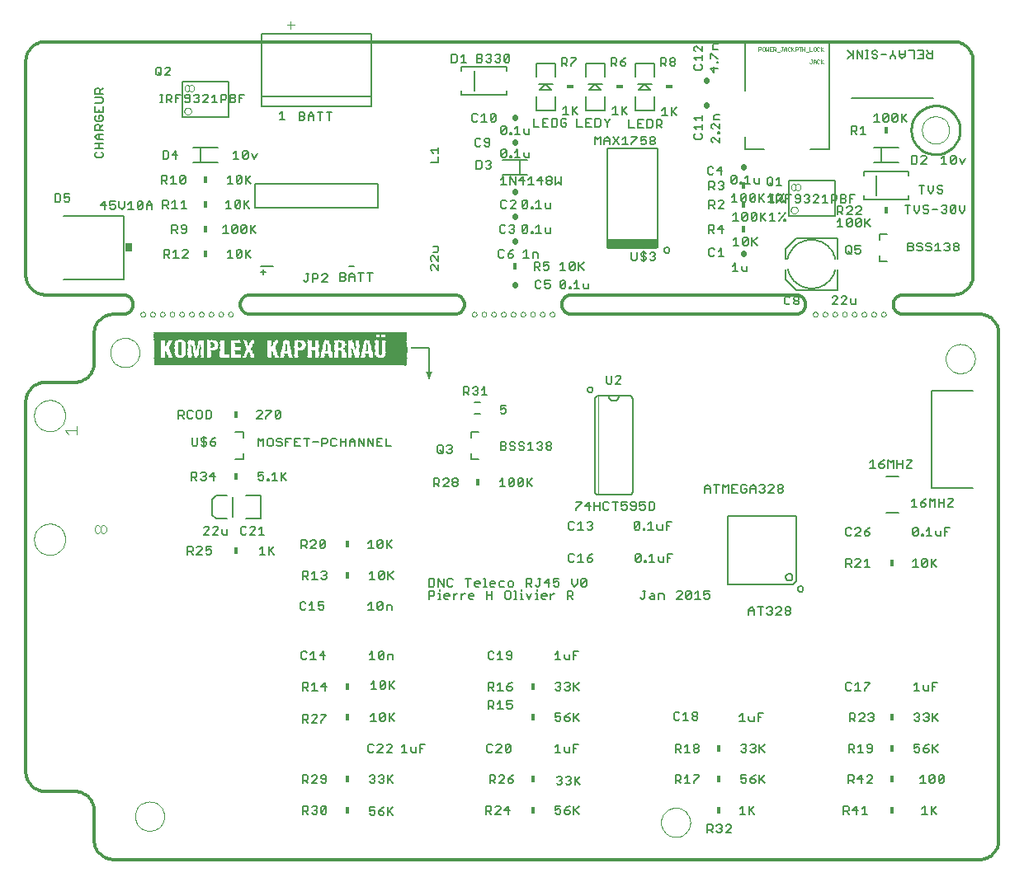
<source format=gto>
G75*
%MOIN*%
%OFA0B0*%
%FSLAX24Y24*%
%IPPOS*%
%LPD*%
%AMOC8*
5,1,8,0,0,1.08239X$1,22.5*
%
%ADD10C,0.0120*%
%ADD11C,0.0000*%
%ADD12C,0.0100*%
%ADD13C,0.0080*%
%ADD14R,0.0180X0.0300*%
%ADD15C,0.0050*%
%ADD16C,0.0020*%
%ADD17C,0.0040*%
%ADD18R,0.2047X0.0384*%
%ADD19C,0.0220*%
%ADD20R,0.0300X0.0180*%
%ADD21R,0.0300X0.0340*%
%ADD22R,0.0010X0.0003*%
%ADD23R,0.0016X0.0003*%
%ADD24R,0.0021X0.0003*%
%ADD25R,0.0018X0.0003*%
%ADD26R,0.0023X0.0003*%
%ADD27R,0.0026X0.0003*%
%ADD28R,0.0029X0.0003*%
%ADD29R,0.0029X0.0003*%
%ADD30R,0.0034X0.0003*%
%ADD31R,0.0031X0.0003*%
%ADD32R,0.0036X0.0003*%
%ADD33R,0.0042X0.0003*%
%ADD34R,0.0039X0.0003*%
%ADD35R,0.0044X0.0003*%
%ADD36R,0.0047X0.0003*%
%ADD37R,0.0049X0.0003*%
%ADD38R,0.0055X0.0003*%
%ADD39R,0.0057X0.0003*%
%ADD40R,0.0060X0.0003*%
%ADD41R,0.0060X0.0003*%
%ADD42R,0.0065X0.0003*%
%ADD43R,0.0070X0.0003*%
%ADD44R,0.0068X0.0003*%
%ADD45R,0.0075X0.0003*%
%ADD46R,0.0075X0.0003*%
%ADD47R,0.0081X0.0003*%
%ADD48R,0.0083X0.0003*%
%ADD49R,0.0086X0.0003*%
%ADD50R,0.0091X0.0003*%
%ADD51R,0.0088X0.0003*%
%ADD52R,0.0091X0.0003*%
%ADD53R,0.0094X0.0003*%
%ADD54R,0.0096X0.0003*%
%ADD55R,0.0099X0.0003*%
%ADD56R,0.0099X0.0003*%
%ADD57R,0.0101X0.0003*%
%ADD58R,0.0104X0.0003*%
%ADD59R,0.0104X0.0003*%
%ADD60R,0.0107X0.0003*%
%ADD61R,0.0109X0.0003*%
%ADD62R,0.0112X0.0003*%
%ADD63R,0.0112X0.0003*%
%ADD64R,0.0117X0.0003*%
%ADD65R,0.0117X0.0003*%
%ADD66R,0.0122X0.0003*%
%ADD67R,0.0122X0.0003*%
%ADD68R,0.0127X0.0003*%
%ADD69R,0.0125X0.0003*%
%ADD70R,0.0133X0.0003*%
%ADD71R,0.0133X0.0003*%
%ADD72R,0.0138X0.0003*%
%ADD73R,0.0138X0.0003*%
%ADD74R,0.0143X0.0003*%
%ADD75R,0.0143X0.0003*%
%ADD76R,0.0148X0.0003*%
%ADD77R,0.0148X0.0003*%
%ADD78R,0.0153X0.0003*%
%ADD79R,0.0156X0.0003*%
%ADD80R,0.0153X0.0003*%
%ADD81R,0.0159X0.0003*%
%ADD82R,0.0161X0.0003*%
%ADD83R,0.0164X0.0003*%
%ADD84R,0.0169X0.0003*%
%ADD85R,0.0164X0.0003*%
%ADD86R,0.0169X0.0003*%
%ADD87R,0.0172X0.0003*%
%ADD88R,0.0174X0.0003*%
%ADD89R,0.0177X0.0003*%
%ADD90R,0.0179X0.0003*%
%ADD91R,0.0185X0.0003*%
%ADD92R,0.0185X0.0003*%
%ADD93R,0.0187X0.0003*%
%ADD94R,0.0190X0.0003*%
%ADD95R,0.0190X0.0003*%
%ADD96R,0.0192X0.0003*%
%ADD97R,0.0195X0.0003*%
%ADD98R,0.0198X0.0003*%
%ADD99R,0.0195X0.0003*%
%ADD100R,0.0200X0.0003*%
%ADD101R,0.0203X0.0003*%
%ADD102R,0.0203X0.0003*%
%ADD103R,0.0205X0.0003*%
%ADD104R,0.0208X0.0003*%
%ADD105R,0.0211X0.0003*%
%ADD106R,0.0062X0.0003*%
%ADD107R,0.0003X0.0003*%
%ADD108R,0.0049X0.0003*%
%ADD109R,0.0003X0.0003*%
%ADD110R,0.0003X0.0003*%
%ADD111R,0.0060X0.0003*%
%ADD112R,0.0003X0.0003*%
%ADD113R,0.0044X0.0003*%
%ADD114R,0.0034X0.0003*%
%ADD115R,0.0023X0.0003*%
%ADD116R,0.0031X0.0003*%
%ADD117R,0.0018X0.0003*%
%ADD118R,0.0034X0.0003*%
%ADD119R,0.0036X0.0003*%
%ADD120R,1.0205X0.0003*%
%ADD121R,1.0215X0.0003*%
%ADD122R,1.0221X0.0003*%
%ADD123R,1.0223X0.0003*%
%ADD124R,1.0226X0.0003*%
%ADD125R,1.0226X0.0003*%
%ADD126R,1.0228X0.0003*%
%ADD127R,1.0226X0.0003*%
%ADD128R,1.0231X0.0003*%
%ADD129R,1.0228X0.0003*%
%ADD130R,1.0231X0.0003*%
%ADD131R,0.1037X0.0003*%
%ADD132R,0.8021X0.0003*%
%ADD133R,0.1043X0.0003*%
%ADD134R,0.1022X0.0003*%
%ADD135R,0.7985X0.0003*%
%ADD136R,0.1019X0.0003*%
%ADD137R,0.1006X0.0003*%
%ADD138R,0.7943X0.0003*%
%ADD139R,0.1001X0.0003*%
%ADD140R,0.0996X0.0003*%
%ADD141R,0.3861X0.0003*%
%ADD142R,0.2707X0.0003*%
%ADD143R,0.1334X0.0003*%
%ADD144R,0.0988X0.0003*%
%ADD145R,0.0309X0.0003*%
%ADD146R,0.0159X0.0003*%
%ADD147R,0.0211X0.0003*%
%ADD148R,0.0221X0.0003*%
%ADD149R,0.0127X0.0003*%
%ADD150R,0.0382X0.0003*%
%ADD151R,0.0096X0.0003*%
%ADD152R,0.0091X0.0003*%
%ADD153R,0.0200X0.0003*%
%ADD154R,0.0523X0.0003*%
%ADD155R,0.0044X0.0003*%
%ADD156R,0.0101X0.0003*%
%ADD157R,0.0387X0.0003*%
%ADD158R,0.0081X0.0003*%
%ADD159R,0.0153X0.0003*%
%ADD160R,0.0065X0.0003*%
%ADD161R,0.0205X0.0003*%
%ADD162R,0.0205X0.0003*%
%ADD163R,0.0975X0.0003*%
%ADD164R,0.0304X0.0003*%
%ADD165R,0.0200X0.0003*%
%ADD166R,0.0216X0.0003*%
%ADD167R,0.0377X0.0003*%
%ADD168R,0.0512X0.0003*%
%ADD169R,0.0039X0.0003*%
%ADD170R,0.0380X0.0003*%
%ADD171R,0.0146X0.0003*%
%ADD172R,0.0135X0.0003*%
%ADD173R,0.0190X0.0003*%
%ADD174R,0.0967X0.0003*%
%ADD175R,0.0299X0.0003*%
%ADD176R,0.0182X0.0003*%
%ADD177R,0.0117X0.0003*%
%ADD178R,0.0367X0.0003*%
%ADD179R,0.0073X0.0003*%
%ADD180R,0.0502X0.0003*%
%ADD181R,0.0135X0.0003*%
%ADD182R,0.0023X0.0003*%
%ADD183R,0.0078X0.0003*%
%ADD184R,0.0372X0.0003*%
%ADD185R,0.0125X0.0003*%
%ADD186R,0.0052X0.0003*%
%ADD187R,0.0130X0.0003*%
%ADD188R,0.0052X0.0003*%
%ADD189R,0.0949X0.0003*%
%ADD190R,0.0299X0.0003*%
%ADD191R,0.0135X0.0003*%
%ADD192R,0.0174X0.0003*%
%ADD193R,0.0117X0.0003*%
%ADD194R,0.0107X0.0003*%
%ADD195R,0.0367X0.0003*%
%ADD196R,0.0070X0.0003*%
%ADD197R,0.0070X0.0003*%
%ADD198R,0.0502X0.0003*%
%ADD199R,0.0026X0.0003*%
%ADD200R,0.0372X0.0003*%
%ADD201R,0.0055X0.0003*%
%ADD202R,0.0187X0.0003*%
%ADD203R,0.0073X0.0003*%
%ADD204R,0.0049X0.0003*%
%ADD205R,0.0182X0.0003*%
%ADD206R,0.0944X0.0003*%
%ADD207R,0.0296X0.0003*%
%ADD208R,0.0364X0.0003*%
%ADD209R,0.0068X0.0003*%
%ADD210R,0.0179X0.0003*%
%ADD211R,0.0057X0.0003*%
%ADD212R,0.0133X0.0003*%
%ADD213R,0.0073X0.0003*%
%ADD214R,0.0047X0.0003*%
%ADD215R,0.0939X0.0003*%
%ADD216R,0.0299X0.0003*%
%ADD217R,0.0169X0.0003*%
%ADD218R,0.0499X0.0003*%
%ADD219R,0.0026X0.0003*%
%ADD220R,0.0070X0.0003*%
%ADD221R,0.0166X0.0003*%
%ADD222R,0.0936X0.0003*%
%ADD223R,0.0161X0.0003*%
%ADD224R,0.0174X0.0003*%
%ADD225R,0.0107X0.0003*%
%ADD226R,0.0361X0.0003*%
%ADD227R,0.0062X0.0003*%
%ADD228R,0.0044X0.0003*%
%ADD229R,0.0177X0.0003*%
%ADD230R,0.0933X0.0003*%
%ADD231R,0.0130X0.0003*%
%ADD232R,0.0361X0.0003*%
%ADD233R,0.0174X0.0003*%
%ADD234R,0.0499X0.0003*%
%ADD235R,0.0182X0.0003*%
%ADD236R,0.0120X0.0003*%
%ADD237R,0.0049X0.0003*%
%ADD238R,0.0156X0.0003*%
%ADD239R,0.0928X0.0003*%
%ADD240R,0.0359X0.0003*%
%ADD241R,0.0497X0.0003*%
%ADD242R,0.0120X0.0003*%
%ADD243R,0.0120X0.0003*%
%ADD244R,0.0151X0.0003*%
%ADD245R,0.0923X0.0003*%
%ADD246R,0.0172X0.0003*%
%ADD247R,0.0920X0.0003*%
%ADD248R,0.0356X0.0003*%
%ADD249R,0.0166X0.0003*%
%ADD250R,0.0918X0.0003*%
%ADD251R,0.0125X0.0003*%
%ADD252R,0.0109X0.0003*%
%ADD253R,0.0164X0.0003*%
%ADD254R,0.0172X0.0003*%
%ADD255R,0.0140X0.0003*%
%ADD256R,0.0915X0.0003*%
%ADD257R,0.0153X0.0003*%
%ADD258R,0.0099X0.0003*%
%ADD259R,0.0114X0.0003*%
%ADD260R,0.0177X0.0003*%
%ADD261R,0.0057X0.0003*%
%ADD262R,0.0075X0.0003*%
%ADD263R,0.0907X0.0003*%
%ADD264R,0.0504X0.0003*%
%ADD265R,0.0910X0.0003*%
%ADD266R,0.0296X0.0003*%
%ADD267R,0.0099X0.0003*%
%ADD268R,0.0356X0.0003*%
%ADD269R,0.0156X0.0003*%
%ADD270R,0.0364X0.0003*%
%ADD271R,0.0114X0.0003*%
%ADD272R,0.0172X0.0003*%
%ADD273R,0.0075X0.0003*%
%ADD274R,0.0114X0.0003*%
%ADD275R,0.0127X0.0003*%
%ADD276R,0.0902X0.0003*%
%ADD277R,0.0143X0.0003*%
%ADD278R,0.0507X0.0003*%
%ADD279R,0.0062X0.0003*%
%ADD280R,0.0900X0.0003*%
%ADD281R,0.0140X0.0003*%
%ADD282R,0.0036X0.0003*%
%ADD283R,0.0055X0.0003*%
%ADD284R,0.0897X0.0003*%
%ADD285R,0.0078X0.0003*%
%ADD286R,0.0114X0.0003*%
%ADD287R,0.0894X0.0003*%
%ADD288R,0.0507X0.0003*%
%ADD289R,0.0052X0.0003*%
%ADD290R,0.0122X0.0003*%
%ADD291R,0.0081X0.0003*%
%ADD292R,0.0055X0.0003*%
%ADD293R,0.0889X0.0003*%
%ADD294R,0.0096X0.0003*%
%ADD295R,0.0146X0.0003*%
%ADD296R,0.0510X0.0003*%
%ADD297R,0.0042X0.0003*%
%ADD298R,0.0083X0.0003*%
%ADD299R,0.0164X0.0003*%
%ADD300R,0.0889X0.0003*%
%ADD301R,0.0507X0.0003*%
%ADD302R,0.0122X0.0003*%
%ADD303R,0.0884X0.0003*%
%ADD304R,0.0096X0.0003*%
%ADD305R,0.0510X0.0003*%
%ADD306R,0.0078X0.0003*%
%ADD307R,0.0057X0.0003*%
%ADD308R,0.0125X0.0003*%
%ADD309R,0.0086X0.0003*%
%ADD310R,0.0884X0.0003*%
%ADD311R,0.0138X0.0003*%
%ADD312R,0.0081X0.0003*%
%ADD313R,0.0086X0.0003*%
%ADD314R,0.0109X0.0003*%
%ADD315R,0.0881X0.0003*%
%ADD316R,0.0515X0.0003*%
%ADD317R,0.0088X0.0003*%
%ADD318R,0.0879X0.0003*%
%ADD319R,0.0159X0.0003*%
%ADD320R,0.0876X0.0003*%
%ADD321R,0.0109X0.0003*%
%ADD322R,0.0120X0.0003*%
%ADD323R,0.0517X0.0003*%
%ADD324R,0.0086X0.0003*%
%ADD325R,0.0060X0.0003*%
%ADD326R,0.0088X0.0003*%
%ADD327R,0.0107X0.0003*%
%ADD328R,0.0161X0.0003*%
%ADD329R,0.0874X0.0003*%
%ADD330R,0.0517X0.0003*%
%ADD331R,0.0871X0.0003*%
%ADD332R,0.0094X0.0003*%
%ADD333R,0.0101X0.0003*%
%ADD334R,0.0520X0.0003*%
%ADD335R,0.0159X0.0003*%
%ADD336R,0.0871X0.0003*%
%ADD337R,0.0091X0.0003*%
%ADD338R,0.0523X0.0003*%
%ADD339R,0.0104X0.0003*%
%ADD340R,0.0868X0.0003*%
%ADD341R,0.0866X0.0003*%
%ADD342R,0.0525X0.0003*%
%ADD343R,0.0863X0.0003*%
%ADD344R,0.0088X0.0003*%
%ADD345R,0.0523X0.0003*%
%ADD346R,0.0068X0.0003*%
%ADD347R,0.0861X0.0003*%
%ADD348R,0.0528X0.0003*%
%ADD349R,0.0294X0.0003*%
%ADD350R,0.0525X0.0003*%
%ADD351R,0.0861X0.0003*%
%ADD352R,0.0530X0.0003*%
%ADD353R,0.0858X0.0003*%
%ADD354R,0.0294X0.0003*%
%ADD355R,0.0094X0.0003*%
%ADD356R,0.0528X0.0003*%
%ADD357R,0.0062X0.0003*%
%ADD358R,0.0855X0.0003*%
%ADD359R,0.0533X0.0003*%
%ADD360R,0.0855X0.0003*%
%ADD361R,0.0536X0.0003*%
%ADD362R,0.0151X0.0003*%
%ADD363R,0.0151X0.0003*%
%ADD364R,0.0853X0.0003*%
%ADD365R,0.0533X0.0003*%
%ADD366R,0.0850X0.0003*%
%ADD367R,0.0538X0.0003*%
%ADD368R,0.0853X0.0003*%
%ADD369R,0.0536X0.0003*%
%ADD370R,0.0359X0.0003*%
%ADD371R,0.0538X0.0003*%
%ADD372R,0.0850X0.0003*%
%ADD373R,0.0543X0.0003*%
%ADD374R,0.0848X0.0003*%
%ADD375R,0.0146X0.0003*%
%ADD376R,0.0845X0.0003*%
%ADD377R,0.0543X0.0003*%
%ADD378R,0.0845X0.0003*%
%ADD379R,0.0546X0.0003*%
%ADD380R,0.0543X0.0003*%
%ADD381R,0.0549X0.0003*%
%ADD382R,0.0842X0.0003*%
%ADD383R,0.0551X0.0003*%
%ADD384R,0.0078X0.0003*%
%ADD385R,0.0842X0.0003*%
%ADD386R,0.0554X0.0003*%
%ADD387R,0.0840X0.0003*%
%ADD388R,0.0554X0.0003*%
%ADD389R,0.0029X0.0003*%
%ADD390R,0.0263X0.0003*%
%ADD391R,0.0346X0.0003*%
%ADD392R,0.0556X0.0003*%
%ADD393R,0.0268X0.0003*%
%ADD394R,0.0351X0.0003*%
%ADD395R,0.0273X0.0003*%
%ADD396R,0.0354X0.0003*%
%ADD397R,0.0559X0.0003*%
%ADD398R,0.0112X0.0003*%
%ADD399R,0.0837X0.0003*%
%ADD400R,0.0270X0.0003*%
%ADD401R,0.0354X0.0003*%
%ADD402R,0.0559X0.0003*%
%ADD403R,0.0112X0.0003*%
%ADD404R,0.0837X0.0003*%
%ADD405R,0.0083X0.0003*%
%ADD406R,0.0273X0.0003*%
%ADD407R,0.0356X0.0003*%
%ADD408R,0.0083X0.0003*%
%ADD409R,0.0356X0.0003*%
%ADD410R,0.0101X0.0003*%
%ADD411R,0.0835X0.0003*%
%ADD412R,0.0276X0.0003*%
%ADD413R,0.0564X0.0003*%
%ADD414R,0.0835X0.0003*%
%ADD415R,0.0133X0.0003*%
%ADD416R,0.0042X0.0003*%
%ADD417R,0.0564X0.0003*%
%ADD418R,0.0278X0.0003*%
%ADD419R,0.0569X0.0003*%
%ADD420R,0.0068X0.0003*%
%ADD421R,0.0278X0.0003*%
%ADD422R,0.0369X0.0003*%
%ADD423R,0.0569X0.0003*%
%ADD424R,0.0369X0.0003*%
%ADD425R,0.0567X0.0003*%
%ADD426R,0.0572X0.0003*%
%ADD427R,0.0832X0.0003*%
%ADD428R,0.0374X0.0003*%
%ADD429R,0.0026X0.0003*%
%ADD430R,0.0575X0.0003*%
%ADD431R,0.0832X0.0003*%
%ADD432R,0.0572X0.0003*%
%ADD433R,0.0374X0.0003*%
%ADD434R,0.0575X0.0003*%
%ADD435R,0.0377X0.0003*%
%ADD436R,0.0013X0.0003*%
%ADD437R,0.0377X0.0003*%
%ADD438R,0.0008X0.0003*%
%ADD439R,0.0580X0.0003*%
%ADD440R,0.0276X0.0003*%
%ADD441R,0.0127X0.0003*%
%ADD442R,0.0042X0.0003*%
%ADD443R,0.0276X0.0003*%
%ADD444R,0.0380X0.0003*%
%ADD445R,0.0580X0.0003*%
%ADD446R,0.0143X0.0003*%
%ADD447R,0.0094X0.0003*%
%ADD448R,0.0582X0.0003*%
%ADD449R,0.0382X0.0003*%
%ADD450R,0.0580X0.0003*%
%ADD451R,0.0385X0.0003*%
%ADD452R,0.0585X0.0003*%
%ADD453R,0.0034X0.0003*%
%ADD454R,0.0585X0.0003*%
%ADD455R,0.0031X0.0003*%
%ADD456R,0.0588X0.0003*%
%ADD457R,0.0387X0.0003*%
%ADD458R,0.0387X0.0003*%
%ADD459R,0.0590X0.0003*%
%ADD460R,0.0590X0.0003*%
%ADD461R,0.0021X0.0003*%
%ADD462R,0.0390X0.0003*%
%ADD463R,0.0595X0.0003*%
%ADD464R,0.0016X0.0003*%
%ADD465R,0.0013X0.0003*%
%ADD466R,0.0010X0.0003*%
%ADD467R,0.0008X0.0003*%
%ADD468R,0.0393X0.0003*%
%ADD469R,0.0595X0.0003*%
%ADD470R,0.0367X0.0003*%
%ADD471R,0.0393X0.0003*%
%ADD472R,0.0395X0.0003*%
%ADD473R,0.0601X0.0003*%
%ADD474R,0.0367X0.0003*%
%ADD475R,0.0395X0.0003*%
%ADD476R,0.0398X0.0003*%
%ADD477R,0.0400X0.0003*%
%ADD478R,0.0603X0.0003*%
%ADD479R,0.0166X0.0003*%
%ADD480R,0.0400X0.0003*%
%ADD481R,0.0601X0.0003*%
%ADD482R,0.0104X0.0003*%
%ADD483R,0.0403X0.0003*%
%ADD484R,0.0606X0.0003*%
%ADD485R,0.0406X0.0003*%
%ADD486R,0.0606X0.0003*%
%ADD487R,0.0179X0.0003*%
%ADD488R,0.0406X0.0003*%
%ADD489R,0.0047X0.0003*%
%ADD490R,0.0406X0.0003*%
%ADD491R,0.0408X0.0003*%
%ADD492R,0.0408X0.0003*%
%ADD493R,0.0611X0.0003*%
%ADD494R,0.0343X0.0003*%
%ADD495R,0.0411X0.0003*%
%ADD496R,0.0611X0.0003*%
%ADD497R,0.0335X0.0003*%
%ADD498R,0.0252X0.0003*%
%ADD499R,0.0229X0.0003*%
%ADD500R,0.0413X0.0003*%
%ADD501R,0.0614X0.0003*%
%ADD502R,0.0192X0.0003*%
%ADD503R,0.0237X0.0003*%
%ADD504R,0.0413X0.0003*%
%ADD505R,0.0221X0.0003*%
%ADD506R,0.0039X0.0003*%
%ADD507R,0.0198X0.0003*%
%ADD508R,0.0616X0.0003*%
%ADD509R,0.0413X0.0003*%
%ADD510R,0.0616X0.0003*%
%ADD511R,0.0198X0.0003*%
%ADD512R,0.0200X0.0003*%
%ADD513R,0.0039X0.0003*%
%ADD514R,0.0182X0.0003*%
%ADD515R,0.0619X0.0003*%
%ADD516R,0.0247X0.0003*%
%ADD517R,0.0616X0.0003*%
%ADD518R,0.0621X0.0003*%
%ADD519R,0.0216X0.0003*%
%ADD520R,0.0621X0.0003*%
%ADD521R,0.0213X0.0003*%
%ADD522R,0.0624X0.0003*%
%ADD523R,0.0211X0.0003*%
%ADD524R,0.0208X0.0003*%
%ADD525R,0.0190X0.0003*%
%ADD526R,0.0216X0.0003*%
%ADD527R,0.0627X0.0003*%
%ADD528R,0.0211X0.0003*%
%ADD529R,0.0627X0.0003*%
%ADD530R,0.0218X0.0003*%
%ADD531R,0.0629X0.0003*%
%ADD532R,0.0218X0.0003*%
%ADD533R,0.0632X0.0003*%
%ADD534R,0.0218X0.0003*%
%ADD535R,0.0632X0.0003*%
%ADD536R,0.0138X0.0003*%
%ADD537R,0.0013X0.0003*%
%ADD538R,0.0224X0.0003*%
%ADD539R,0.0637X0.0003*%
%ADD540R,0.0221X0.0003*%
%ADD541R,0.0226X0.0003*%
%ADD542R,0.0224X0.0003*%
%ADD543R,0.0634X0.0003*%
%ADD544R,0.0226X0.0003*%
%ADD545R,0.0640X0.0003*%
%ADD546R,0.0229X0.0003*%
%ADD547R,0.0637X0.0003*%
%ADD548R,0.0229X0.0003*%
%ADD549R,0.0642X0.0003*%
%ADD550R,0.0231X0.0003*%
%ADD551R,0.0023X0.0003*%
%ADD552R,0.0226X0.0003*%
%ADD553R,0.0637X0.0003*%
%ADD554R,0.0073X0.0003*%
%ADD555R,0.0237X0.0003*%
%ADD556R,0.0029X0.0003*%
%ADD557R,0.0231X0.0003*%
%ADD558R,0.0642X0.0003*%
%ADD559R,0.0239X0.0003*%
%ADD560R,0.0016X0.0003*%
%ADD561R,0.0234X0.0003*%
%ADD562R,0.0645X0.0003*%
%ADD563R,0.0242X0.0003*%
%ADD564R,0.0239X0.0003*%
%ADD565R,0.0010X0.0003*%
%ADD566R,0.0213X0.0003*%
%ADD567R,0.0031X0.0003*%
%ADD568R,0.0234X0.0003*%
%ADD569R,0.0645X0.0003*%
%ADD570R,0.0242X0.0003*%
%ADD571R,0.0005X0.0003*%
%ADD572R,0.0013X0.0003*%
%ADD573R,0.0135X0.0003*%
%ADD574R,0.0036X0.0003*%
%ADD575R,0.0250X0.0003*%
%ADD576R,0.0640X0.0003*%
%ADD577R,0.0250X0.0003*%
%ADD578R,0.0161X0.0003*%
%ADD579R,0.0151X0.0003*%
%ADD580R,0.0736X0.0003*%
%ADD581R,0.0252X0.0003*%
%ADD582R,0.0738X0.0003*%
%ADD583R,0.0257X0.0003*%
%ADD584R,0.0744X0.0003*%
%ADD585R,0.0257X0.0003*%
%ADD586R,0.0744X0.0003*%
%ADD587R,0.0746X0.0003*%
%ADD588R,0.0260X0.0003*%
%ADD589R,0.0637X0.0003*%
%ADD590R,0.0263X0.0003*%
%ADD591R,0.0021X0.0003*%
%ADD592R,0.0746X0.0003*%
%ADD593R,0.0634X0.0003*%
%ADD594R,0.0265X0.0003*%
%ADD595R,0.0268X0.0003*%
%ADD596R,0.0741X0.0003*%
%ADD597R,0.0736X0.0003*%
%ADD598R,0.0720X0.0003*%
%ADD599R,0.0629X0.0003*%
%ADD600R,0.0270X0.0003*%
%ADD601R,0.0434X0.0003*%
%ADD602R,0.0273X0.0003*%
%ADD603R,0.0156X0.0003*%
%ADD604R,0.0140X0.0003*%
%ADD605R,0.0627X0.0003*%
%ADD606R,0.0221X0.0003*%
%ADD607R,0.0268X0.0003*%
%ADD608R,0.0140X0.0003*%
%ADD609R,0.0208X0.0003*%
%ADD610R,0.0619X0.0003*%
%ADD611R,0.0263X0.0003*%
%ADD612R,0.0146X0.0003*%
%ADD613R,0.0265X0.0003*%
%ADD614R,0.0616X0.0003*%
%ADD615R,0.0052X0.0003*%
%ADD616R,0.0614X0.0003*%
%ADD617R,0.0408X0.0003*%
%ADD618R,0.0608X0.0003*%
%ADD619R,0.0257X0.0003*%
%ADD620R,0.0203X0.0003*%
%ADD621R,0.0608X0.0003*%
%ADD622R,0.0255X0.0003*%
%ADD623R,0.0603X0.0003*%
%ADD624R,0.0255X0.0003*%
%ADD625R,0.0166X0.0003*%
%ADD626R,0.0005X0.0003*%
%ADD627R,0.0008X0.0003*%
%ADD628R,0.0255X0.0003*%
%ADD629R,0.0403X0.0003*%
%ADD630R,0.0016X0.0003*%
%ADD631R,0.0598X0.0003*%
%ADD632R,0.0247X0.0003*%
%ADD633R,0.0247X0.0003*%
%ADD634R,0.0244X0.0003*%
%ADD635R,0.0593X0.0003*%
%ADD636R,0.0390X0.0003*%
%ADD637R,0.0590X0.0003*%
%ADD638R,0.0590X0.0003*%
%ADD639R,0.0244X0.0003*%
%ADD640R,0.0582X0.0003*%
%ADD641R,0.0239X0.0003*%
%ADD642R,0.0237X0.0003*%
%ADD643R,0.0580X0.0003*%
%ADD644R,0.0237X0.0003*%
%ADD645R,0.0185X0.0003*%
%ADD646R,0.0577X0.0003*%
%ADD647R,0.0231X0.0003*%
%ADD648R,0.0169X0.0003*%
%ADD649R,0.0192X0.0003*%
%ADD650R,0.0005X0.0003*%
%ADD651R,0.0179X0.0003*%
%ADD652R,0.0351X0.0003*%
%ADD653R,0.0551X0.0003*%
%ADD654R,0.0216X0.0003*%
%ADD655R,0.0549X0.0003*%
%ADD656R,0.0546X0.0003*%
%ADD657R,0.0185X0.0003*%
%ADD658R,0.0541X0.0003*%
%ADD659R,0.0543X0.0003*%
%ADD660R,0.0187X0.0003*%
%ADD661R,0.0192X0.0003*%
%ADD662R,0.0208X0.0003*%
%ADD663R,0.0533X0.0003*%
%ADD664R,0.0530X0.0003*%
%ADD665R,0.0198X0.0003*%
%ADD666R,0.0515X0.0003*%
%ADD667R,0.0512X0.0003*%
%ADD668R,0.0203X0.0003*%
%ADD669R,0.0205X0.0003*%
%ADD670R,0.0281X0.0003*%
%ADD671R,0.0507X0.0003*%
%ADD672R,0.0281X0.0003*%
%ADD673R,0.0504X0.0003*%
%ADD674R,0.0187X0.0003*%
%ADD675R,0.0283X0.0003*%
%ADD676R,0.0302X0.0003*%
%ADD677R,0.0289X0.0003*%
%ADD678R,0.0226X0.0003*%
%ADD679R,0.0229X0.0003*%
%ADD680R,0.0840X0.0003*%
%ADD681R,0.0315X0.0003*%
%ADD682R,0.0263X0.0003*%
%ADD683R,0.0325X0.0003*%
%ADD684R,0.0309X0.0003*%
%ADD685R,0.0993X0.0003*%
%ADD686R,0.1017X0.0003*%
%ADD687R,0.1391X0.0003*%
%ADD688R,0.2556X0.0003*%
%ADD689R,0.1578X0.0003*%
%ADD690R,0.1641X0.0003*%
%ADD691R,0.1006X0.0003*%
%ADD692R,0.9084X0.0003*%
%ADD693R,0.1019X0.0003*%
%ADD694R,0.9092X0.0003*%
%ADD695R,0.1048X0.0003*%
%ADD696R,0.9105X0.0003*%
%ADD697R,0.1087X0.0003*%
%ADD698R,0.9129X0.0003*%
%ADD699R,0.9017X0.0003*%
%ADD700R,0.8993X0.0003*%
%ADD701R,0.0897X0.0003*%
%ADD702R,0.8988X0.0003*%
%ADD703R,0.8986X0.0003*%
%ADD704R,0.0881X0.0003*%
%ADD705R,0.8986X0.0003*%
%ADD706R,0.8983X0.0003*%
%ADD707R,0.8983X0.0003*%
%ADD708R,0.0876X0.0003*%
%ADD709R,0.0876X0.0003*%
%ADD710R,0.0876X0.0003*%
%ADD711R,0.8980X0.0003*%
%ADD712R,0.8980X0.0003*%
%ADD713R,0.8983X0.0003*%
%ADD714R,0.8986X0.0003*%
%ADD715R,0.8993X0.0003*%
%ADD716R,0.8999X0.0003*%
%ADD717R,0.0892X0.0003*%
%ADD718R,1.0226X0.0003*%
%ADD719R,1.0223X0.0003*%
%ADD720R,1.0218X0.0003*%
%ADD721C,0.0060*%
%ADD722C,0.0010*%
D10*
X007011Y006459D02*
X007011Y021420D01*
X007013Y021474D01*
X007018Y021527D01*
X007027Y021580D01*
X007040Y021632D01*
X007056Y021684D01*
X007076Y021734D01*
X007099Y021782D01*
X007126Y021829D01*
X007155Y021874D01*
X007188Y021917D01*
X007223Y021957D01*
X007261Y021995D01*
X007301Y022030D01*
X007344Y022063D01*
X007389Y022092D01*
X007436Y022119D01*
X007484Y022142D01*
X007534Y022162D01*
X007586Y022178D01*
X007638Y022191D01*
X007691Y022200D01*
X007744Y022205D01*
X007798Y022207D01*
X008979Y022207D01*
X008979Y022208D02*
X009033Y022210D01*
X009086Y022215D01*
X009139Y022224D01*
X009191Y022237D01*
X009243Y022253D01*
X009293Y022273D01*
X009341Y022296D01*
X009388Y022323D01*
X009433Y022352D01*
X009476Y022385D01*
X009516Y022420D01*
X009554Y022458D01*
X009589Y022498D01*
X009622Y022541D01*
X009651Y022586D01*
X009678Y022633D01*
X009701Y022681D01*
X009721Y022731D01*
X009737Y022783D01*
X009750Y022835D01*
X009759Y022888D01*
X009764Y022941D01*
X009766Y022995D01*
X009767Y022995D02*
X009767Y024176D01*
X009769Y024230D01*
X009774Y024283D01*
X009783Y024336D01*
X009796Y024388D01*
X009812Y024440D01*
X009832Y024490D01*
X009855Y024538D01*
X009882Y024585D01*
X009911Y024630D01*
X009944Y024673D01*
X009979Y024713D01*
X010017Y024751D01*
X010057Y024786D01*
X010100Y024819D01*
X010145Y024848D01*
X010192Y024875D01*
X010240Y024898D01*
X010290Y024918D01*
X010342Y024934D01*
X010394Y024947D01*
X010447Y024956D01*
X010500Y024961D01*
X010554Y024963D01*
X010948Y024963D01*
X010987Y024965D01*
X011025Y024971D01*
X011062Y024980D01*
X011099Y024993D01*
X011134Y025010D01*
X011167Y025029D01*
X011198Y025052D01*
X011227Y025078D01*
X011253Y025107D01*
X011276Y025138D01*
X011295Y025171D01*
X011312Y025206D01*
X011325Y025243D01*
X011334Y025280D01*
X011340Y025318D01*
X011342Y025357D01*
X011340Y025396D01*
X011334Y025434D01*
X011325Y025471D01*
X011312Y025508D01*
X011295Y025543D01*
X011276Y025576D01*
X011253Y025607D01*
X011227Y025636D01*
X011198Y025662D01*
X011167Y025685D01*
X011134Y025704D01*
X011099Y025721D01*
X011062Y025734D01*
X011025Y025743D01*
X010987Y025749D01*
X010948Y025751D01*
X007798Y025751D01*
X007744Y025753D01*
X007691Y025758D01*
X007638Y025767D01*
X007586Y025780D01*
X007534Y025796D01*
X007484Y025816D01*
X007436Y025839D01*
X007389Y025866D01*
X007344Y025895D01*
X007301Y025928D01*
X007261Y025963D01*
X007223Y026001D01*
X007188Y026041D01*
X007155Y026084D01*
X007126Y026129D01*
X007099Y026176D01*
X007076Y026224D01*
X007056Y026274D01*
X007040Y026326D01*
X007027Y026378D01*
X007018Y026431D01*
X007013Y026484D01*
X007011Y026538D01*
X007011Y035199D01*
X007013Y035253D01*
X007018Y035306D01*
X007027Y035359D01*
X007040Y035411D01*
X007056Y035463D01*
X007076Y035513D01*
X007099Y035561D01*
X007126Y035608D01*
X007155Y035653D01*
X007188Y035696D01*
X007223Y035736D01*
X007261Y035774D01*
X007301Y035809D01*
X007344Y035842D01*
X007389Y035871D01*
X007436Y035898D01*
X007484Y035921D01*
X007534Y035941D01*
X007586Y035957D01*
X007638Y035970D01*
X007691Y035979D01*
X007744Y035984D01*
X007798Y035986D01*
X007798Y035987D02*
X044491Y035987D01*
X044491Y035986D02*
X044545Y035984D01*
X044598Y035979D01*
X044651Y035970D01*
X044703Y035957D01*
X044755Y035941D01*
X044805Y035921D01*
X044853Y035898D01*
X044900Y035871D01*
X044945Y035842D01*
X044988Y035809D01*
X045028Y035774D01*
X045066Y035736D01*
X045101Y035696D01*
X045134Y035653D01*
X045163Y035608D01*
X045190Y035561D01*
X045213Y035513D01*
X045233Y035463D01*
X045249Y035411D01*
X045262Y035359D01*
X045271Y035306D01*
X045276Y035253D01*
X045278Y035199D01*
X045279Y035199D02*
X045279Y026538D01*
X045278Y026538D02*
X045276Y026484D01*
X045271Y026431D01*
X045262Y026378D01*
X045249Y026326D01*
X045233Y026274D01*
X045213Y026224D01*
X045190Y026176D01*
X045163Y026129D01*
X045134Y026084D01*
X045101Y026041D01*
X045066Y026001D01*
X045028Y025963D01*
X044988Y025928D01*
X044945Y025895D01*
X044900Y025866D01*
X044853Y025839D01*
X044805Y025816D01*
X044755Y025796D01*
X044703Y025780D01*
X044651Y025767D01*
X044598Y025758D01*
X044545Y025753D01*
X044491Y025751D01*
X042444Y025751D01*
X042405Y025749D01*
X042367Y025743D01*
X042330Y025734D01*
X042293Y025721D01*
X042258Y025704D01*
X042225Y025685D01*
X042194Y025662D01*
X042165Y025636D01*
X042139Y025607D01*
X042116Y025576D01*
X042097Y025543D01*
X042080Y025508D01*
X042067Y025471D01*
X042058Y025434D01*
X042052Y025396D01*
X042050Y025357D01*
X042052Y025318D01*
X042058Y025280D01*
X042067Y025243D01*
X042080Y025206D01*
X042097Y025171D01*
X042116Y025138D01*
X042139Y025107D01*
X042165Y025078D01*
X042194Y025052D01*
X042225Y025029D01*
X042258Y025010D01*
X042293Y024993D01*
X042330Y024980D01*
X042367Y024971D01*
X042405Y024965D01*
X042444Y024963D01*
X045594Y024963D01*
X045593Y024963D02*
X045647Y024958D01*
X045699Y024950D01*
X045751Y024938D01*
X045802Y024922D01*
X045852Y024902D01*
X045901Y024879D01*
X045947Y024853D01*
X045991Y024823D01*
X046034Y024790D01*
X046074Y024754D01*
X046111Y024716D01*
X046145Y024675D01*
X046176Y024632D01*
X046205Y024586D01*
X046229Y024539D01*
X046251Y024490D01*
X046269Y024440D01*
X046283Y024388D01*
X046293Y024336D01*
X046300Y024282D01*
X046303Y024229D01*
X046302Y024176D01*
X046302Y003703D01*
X046303Y003650D01*
X046300Y003597D01*
X046293Y003543D01*
X046283Y003491D01*
X046269Y003439D01*
X046251Y003389D01*
X046229Y003340D01*
X046205Y003293D01*
X046176Y003247D01*
X046145Y003204D01*
X046111Y003163D01*
X046074Y003125D01*
X046034Y003089D01*
X045991Y003056D01*
X045947Y003026D01*
X045901Y003000D01*
X045852Y002977D01*
X045802Y002957D01*
X045751Y002941D01*
X045699Y002929D01*
X045647Y002921D01*
X045593Y002916D01*
X045594Y002916D02*
X010554Y002916D01*
X010500Y002918D01*
X010447Y002923D01*
X010394Y002932D01*
X010342Y002945D01*
X010290Y002961D01*
X010240Y002981D01*
X010192Y003004D01*
X010145Y003031D01*
X010100Y003060D01*
X010057Y003093D01*
X010017Y003128D01*
X009979Y003166D01*
X009944Y003206D01*
X009911Y003249D01*
X009882Y003294D01*
X009855Y003341D01*
X009832Y003389D01*
X009812Y003439D01*
X009796Y003491D01*
X009783Y003543D01*
X009774Y003596D01*
X009769Y003649D01*
X009767Y003703D01*
X009767Y004884D01*
X009766Y004884D02*
X009764Y004938D01*
X009759Y004991D01*
X009750Y005044D01*
X009737Y005096D01*
X009721Y005148D01*
X009701Y005198D01*
X009678Y005246D01*
X009651Y005293D01*
X009622Y005338D01*
X009589Y005381D01*
X009554Y005421D01*
X009516Y005459D01*
X009476Y005494D01*
X009433Y005527D01*
X009388Y005556D01*
X009341Y005583D01*
X009293Y005606D01*
X009243Y005626D01*
X009191Y005642D01*
X009139Y005655D01*
X009086Y005664D01*
X009033Y005669D01*
X008979Y005671D01*
X008979Y005672D02*
X007798Y005672D01*
X007744Y005674D01*
X007691Y005679D01*
X007638Y005688D01*
X007586Y005701D01*
X007534Y005717D01*
X007484Y005737D01*
X007436Y005760D01*
X007389Y005787D01*
X007344Y005816D01*
X007301Y005849D01*
X007261Y005884D01*
X007223Y005922D01*
X007188Y005962D01*
X007155Y006005D01*
X007126Y006050D01*
X007099Y006097D01*
X007076Y006145D01*
X007056Y006195D01*
X007040Y006247D01*
X007027Y006299D01*
X007018Y006352D01*
X007013Y006405D01*
X007011Y006459D01*
X016066Y024963D02*
X024334Y024963D01*
X024373Y024965D01*
X024411Y024971D01*
X024448Y024980D01*
X024485Y024993D01*
X024520Y025010D01*
X024553Y025029D01*
X024584Y025052D01*
X024613Y025078D01*
X024639Y025107D01*
X024662Y025138D01*
X024681Y025171D01*
X024698Y025206D01*
X024711Y025243D01*
X024720Y025280D01*
X024726Y025318D01*
X024728Y025357D01*
X024726Y025396D01*
X024720Y025434D01*
X024711Y025471D01*
X024698Y025508D01*
X024681Y025543D01*
X024662Y025576D01*
X024639Y025607D01*
X024613Y025636D01*
X024584Y025662D01*
X024553Y025685D01*
X024520Y025704D01*
X024485Y025721D01*
X024448Y025734D01*
X024411Y025743D01*
X024373Y025749D01*
X024334Y025751D01*
X016066Y025751D01*
X015672Y025357D02*
X015674Y025318D01*
X015680Y025280D01*
X015689Y025243D01*
X015702Y025206D01*
X015719Y025171D01*
X015738Y025138D01*
X015761Y025107D01*
X015787Y025078D01*
X015816Y025052D01*
X015847Y025029D01*
X015880Y025010D01*
X015915Y024993D01*
X015952Y024980D01*
X015989Y024971D01*
X016027Y024965D01*
X016066Y024963D01*
X015672Y025357D02*
X015674Y025396D01*
X015680Y025434D01*
X015689Y025471D01*
X015702Y025508D01*
X015719Y025543D01*
X015738Y025576D01*
X015761Y025607D01*
X015787Y025636D01*
X015816Y025662D01*
X015847Y025685D01*
X015880Y025704D01*
X015915Y025721D01*
X015952Y025734D01*
X015989Y025743D01*
X016027Y025749D01*
X016066Y025751D01*
X029058Y025751D02*
X038113Y025751D01*
X038507Y025357D02*
X038505Y025318D01*
X038499Y025280D01*
X038490Y025243D01*
X038477Y025206D01*
X038460Y025171D01*
X038441Y025138D01*
X038418Y025107D01*
X038392Y025078D01*
X038363Y025052D01*
X038332Y025029D01*
X038299Y025010D01*
X038264Y024993D01*
X038227Y024980D01*
X038190Y024971D01*
X038152Y024965D01*
X038113Y024963D01*
X029058Y024963D01*
X028664Y025357D02*
X028666Y025396D01*
X028672Y025434D01*
X028681Y025471D01*
X028694Y025508D01*
X028711Y025543D01*
X028730Y025576D01*
X028753Y025607D01*
X028779Y025636D01*
X028808Y025662D01*
X028839Y025685D01*
X028872Y025704D01*
X028907Y025721D01*
X028944Y025734D01*
X028981Y025743D01*
X029019Y025749D01*
X029058Y025751D01*
X028664Y025357D02*
X028666Y025318D01*
X028672Y025280D01*
X028681Y025243D01*
X028694Y025206D01*
X028711Y025171D01*
X028730Y025138D01*
X028753Y025107D01*
X028779Y025078D01*
X028808Y025052D01*
X028839Y025029D01*
X028872Y025010D01*
X028907Y024993D01*
X028944Y024980D01*
X028981Y024971D01*
X029019Y024965D01*
X029058Y024963D01*
X038113Y025751D02*
X038152Y025749D01*
X038190Y025743D01*
X038227Y025734D01*
X038264Y025721D01*
X038299Y025704D01*
X038332Y025685D01*
X038363Y025662D01*
X038392Y025636D01*
X038418Y025607D01*
X038441Y025576D01*
X038460Y025543D01*
X038477Y025508D01*
X038490Y025471D01*
X038499Y025434D01*
X038505Y025396D01*
X038507Y025357D01*
D11*
X038803Y024963D02*
X038805Y024982D01*
X038810Y025001D01*
X038820Y025017D01*
X038832Y025032D01*
X038847Y025044D01*
X038863Y025054D01*
X038882Y025059D01*
X038901Y025061D01*
X038920Y025059D01*
X038939Y025054D01*
X038955Y025044D01*
X038970Y025032D01*
X038982Y025017D01*
X038992Y025001D01*
X038997Y024982D01*
X038999Y024963D01*
X038997Y024944D01*
X038992Y024925D01*
X038982Y024909D01*
X038970Y024894D01*
X038955Y024882D01*
X038939Y024872D01*
X038920Y024867D01*
X038901Y024865D01*
X038882Y024867D01*
X038863Y024872D01*
X038847Y024882D01*
X038832Y024894D01*
X038820Y024909D01*
X038810Y024925D01*
X038805Y024944D01*
X038803Y024963D01*
X039196Y024963D02*
X039198Y024982D01*
X039203Y025001D01*
X039213Y025017D01*
X039225Y025032D01*
X039240Y025044D01*
X039256Y025054D01*
X039275Y025059D01*
X039294Y025061D01*
X039313Y025059D01*
X039332Y025054D01*
X039348Y025044D01*
X039363Y025032D01*
X039375Y025017D01*
X039385Y025001D01*
X039390Y024982D01*
X039392Y024963D01*
X039390Y024944D01*
X039385Y024925D01*
X039375Y024909D01*
X039363Y024894D01*
X039348Y024882D01*
X039332Y024872D01*
X039313Y024867D01*
X039294Y024865D01*
X039275Y024867D01*
X039256Y024872D01*
X039240Y024882D01*
X039225Y024894D01*
X039213Y024909D01*
X039203Y024925D01*
X039198Y024944D01*
X039196Y024963D01*
X039590Y024963D02*
X039592Y024982D01*
X039597Y025001D01*
X039607Y025017D01*
X039619Y025032D01*
X039634Y025044D01*
X039650Y025054D01*
X039669Y025059D01*
X039688Y025061D01*
X039707Y025059D01*
X039726Y025054D01*
X039742Y025044D01*
X039757Y025032D01*
X039769Y025017D01*
X039779Y025001D01*
X039784Y024982D01*
X039786Y024963D01*
X039784Y024944D01*
X039779Y024925D01*
X039769Y024909D01*
X039757Y024894D01*
X039742Y024882D01*
X039726Y024872D01*
X039707Y024867D01*
X039688Y024865D01*
X039669Y024867D01*
X039650Y024872D01*
X039634Y024882D01*
X039619Y024894D01*
X039607Y024909D01*
X039597Y024925D01*
X039592Y024944D01*
X039590Y024963D01*
X039984Y024963D02*
X039986Y024982D01*
X039991Y025001D01*
X040001Y025017D01*
X040013Y025032D01*
X040028Y025044D01*
X040044Y025054D01*
X040063Y025059D01*
X040082Y025061D01*
X040101Y025059D01*
X040120Y025054D01*
X040136Y025044D01*
X040151Y025032D01*
X040163Y025017D01*
X040173Y025001D01*
X040178Y024982D01*
X040180Y024963D01*
X040178Y024944D01*
X040173Y024925D01*
X040163Y024909D01*
X040151Y024894D01*
X040136Y024882D01*
X040120Y024872D01*
X040101Y024867D01*
X040082Y024865D01*
X040063Y024867D01*
X040044Y024872D01*
X040028Y024882D01*
X040013Y024894D01*
X040001Y024909D01*
X039991Y024925D01*
X039986Y024944D01*
X039984Y024963D01*
X040377Y024963D02*
X040379Y024982D01*
X040384Y025001D01*
X040394Y025017D01*
X040406Y025032D01*
X040421Y025044D01*
X040437Y025054D01*
X040456Y025059D01*
X040475Y025061D01*
X040494Y025059D01*
X040513Y025054D01*
X040529Y025044D01*
X040544Y025032D01*
X040556Y025017D01*
X040566Y025001D01*
X040571Y024982D01*
X040573Y024963D01*
X040571Y024944D01*
X040566Y024925D01*
X040556Y024909D01*
X040544Y024894D01*
X040529Y024882D01*
X040513Y024872D01*
X040494Y024867D01*
X040475Y024865D01*
X040456Y024867D01*
X040437Y024872D01*
X040421Y024882D01*
X040406Y024894D01*
X040394Y024909D01*
X040384Y024925D01*
X040379Y024944D01*
X040377Y024963D01*
X040771Y024963D02*
X040773Y024982D01*
X040778Y025001D01*
X040788Y025017D01*
X040800Y025032D01*
X040815Y025044D01*
X040831Y025054D01*
X040850Y025059D01*
X040869Y025061D01*
X040888Y025059D01*
X040907Y025054D01*
X040923Y025044D01*
X040938Y025032D01*
X040950Y025017D01*
X040960Y025001D01*
X040965Y024982D01*
X040967Y024963D01*
X040965Y024944D01*
X040960Y024925D01*
X040950Y024909D01*
X040938Y024894D01*
X040923Y024882D01*
X040907Y024872D01*
X040888Y024867D01*
X040869Y024865D01*
X040850Y024867D01*
X040831Y024872D01*
X040815Y024882D01*
X040800Y024894D01*
X040788Y024909D01*
X040778Y024925D01*
X040773Y024944D01*
X040771Y024963D01*
X041165Y024963D02*
X041167Y024982D01*
X041172Y025001D01*
X041182Y025017D01*
X041194Y025032D01*
X041209Y025044D01*
X041225Y025054D01*
X041244Y025059D01*
X041263Y025061D01*
X041282Y025059D01*
X041301Y025054D01*
X041317Y025044D01*
X041332Y025032D01*
X041344Y025017D01*
X041354Y025001D01*
X041359Y024982D01*
X041361Y024963D01*
X041359Y024944D01*
X041354Y024925D01*
X041344Y024909D01*
X041332Y024894D01*
X041317Y024882D01*
X041301Y024872D01*
X041282Y024867D01*
X041263Y024865D01*
X041244Y024867D01*
X041225Y024872D01*
X041209Y024882D01*
X041194Y024894D01*
X041182Y024909D01*
X041172Y024925D01*
X041167Y024944D01*
X041165Y024963D01*
X041558Y024963D02*
X041560Y024982D01*
X041565Y025001D01*
X041575Y025017D01*
X041587Y025032D01*
X041602Y025044D01*
X041618Y025054D01*
X041637Y025059D01*
X041656Y025061D01*
X041675Y025059D01*
X041694Y025054D01*
X041710Y025044D01*
X041725Y025032D01*
X041737Y025017D01*
X041747Y025001D01*
X041752Y024982D01*
X041754Y024963D01*
X041752Y024944D01*
X041747Y024925D01*
X041737Y024909D01*
X041725Y024894D01*
X041710Y024882D01*
X041694Y024872D01*
X041675Y024867D01*
X041656Y024865D01*
X041637Y024867D01*
X041618Y024872D01*
X041602Y024882D01*
X041587Y024894D01*
X041575Y024909D01*
X041565Y024925D01*
X041560Y024944D01*
X041558Y024963D01*
X044170Y023166D02*
X044172Y023214D01*
X044178Y023262D01*
X044188Y023309D01*
X044201Y023355D01*
X044219Y023400D01*
X044239Y023444D01*
X044264Y023486D01*
X044292Y023525D01*
X044322Y023562D01*
X044356Y023596D01*
X044393Y023628D01*
X044431Y023657D01*
X044472Y023682D01*
X044515Y023704D01*
X044560Y023722D01*
X044606Y023736D01*
X044653Y023747D01*
X044701Y023754D01*
X044749Y023757D01*
X044797Y023756D01*
X044845Y023751D01*
X044893Y023742D01*
X044939Y023730D01*
X044984Y023713D01*
X045028Y023693D01*
X045070Y023670D01*
X045110Y023643D01*
X045148Y023613D01*
X045183Y023580D01*
X045215Y023544D01*
X045245Y023506D01*
X045271Y023465D01*
X045293Y023422D01*
X045313Y023378D01*
X045328Y023333D01*
X045340Y023286D01*
X045348Y023238D01*
X045352Y023190D01*
X045352Y023142D01*
X045348Y023094D01*
X045340Y023046D01*
X045328Y022999D01*
X045313Y022954D01*
X045293Y022910D01*
X045271Y022867D01*
X045245Y022826D01*
X045215Y022788D01*
X045183Y022752D01*
X045148Y022719D01*
X045110Y022689D01*
X045070Y022662D01*
X045028Y022639D01*
X044984Y022619D01*
X044939Y022602D01*
X044893Y022590D01*
X044845Y022581D01*
X044797Y022576D01*
X044749Y022575D01*
X044701Y022578D01*
X044653Y022585D01*
X044606Y022596D01*
X044560Y022610D01*
X044515Y022628D01*
X044472Y022650D01*
X044431Y022675D01*
X044393Y022704D01*
X044356Y022736D01*
X044322Y022770D01*
X044292Y022807D01*
X044264Y022846D01*
X044239Y022888D01*
X044219Y022932D01*
X044201Y022977D01*
X044188Y023023D01*
X044178Y023070D01*
X044172Y023118D01*
X044170Y023166D01*
X043210Y032416D02*
X043212Y032463D01*
X043218Y032509D01*
X043228Y032555D01*
X043241Y032600D01*
X043259Y032643D01*
X043280Y032685D01*
X043304Y032725D01*
X043332Y032762D01*
X043363Y032797D01*
X043397Y032830D01*
X043433Y032859D01*
X043472Y032885D01*
X043513Y032908D01*
X043556Y032927D01*
X043600Y032943D01*
X043645Y032955D01*
X043691Y032963D01*
X043738Y032967D01*
X043784Y032967D01*
X043831Y032963D01*
X043877Y032955D01*
X043922Y032943D01*
X043966Y032927D01*
X044009Y032908D01*
X044050Y032885D01*
X044089Y032859D01*
X044125Y032830D01*
X044159Y032797D01*
X044190Y032762D01*
X044218Y032725D01*
X044242Y032685D01*
X044263Y032643D01*
X044281Y032600D01*
X044294Y032555D01*
X044304Y032509D01*
X044310Y032463D01*
X044312Y032416D01*
X044310Y032369D01*
X044304Y032323D01*
X044294Y032277D01*
X044281Y032232D01*
X044263Y032189D01*
X044242Y032147D01*
X044218Y032107D01*
X044190Y032070D01*
X044159Y032035D01*
X044125Y032002D01*
X044089Y031973D01*
X044050Y031947D01*
X044009Y031924D01*
X043966Y031905D01*
X043922Y031889D01*
X043877Y031877D01*
X043831Y031869D01*
X043784Y031865D01*
X043738Y031865D01*
X043691Y031869D01*
X043645Y031877D01*
X043600Y031889D01*
X043556Y031905D01*
X043513Y031924D01*
X043472Y031947D01*
X043433Y031973D01*
X043397Y032002D01*
X043363Y032035D01*
X043332Y032070D01*
X043304Y032107D01*
X043280Y032147D01*
X043259Y032189D01*
X043241Y032232D01*
X043228Y032277D01*
X043218Y032323D01*
X043212Y032369D01*
X043210Y032416D01*
X028173Y024963D02*
X028175Y024982D01*
X028180Y025001D01*
X028190Y025017D01*
X028202Y025032D01*
X028217Y025044D01*
X028233Y025054D01*
X028252Y025059D01*
X028271Y025061D01*
X028290Y025059D01*
X028309Y025054D01*
X028325Y025044D01*
X028340Y025032D01*
X028352Y025017D01*
X028362Y025001D01*
X028367Y024982D01*
X028369Y024963D01*
X028367Y024944D01*
X028362Y024925D01*
X028352Y024909D01*
X028340Y024894D01*
X028325Y024882D01*
X028309Y024872D01*
X028290Y024867D01*
X028271Y024865D01*
X028252Y024867D01*
X028233Y024872D01*
X028217Y024882D01*
X028202Y024894D01*
X028190Y024909D01*
X028180Y024925D01*
X028175Y024944D01*
X028173Y024963D01*
X027779Y024963D02*
X027781Y024982D01*
X027786Y025001D01*
X027796Y025017D01*
X027808Y025032D01*
X027823Y025044D01*
X027839Y025054D01*
X027858Y025059D01*
X027877Y025061D01*
X027896Y025059D01*
X027915Y025054D01*
X027931Y025044D01*
X027946Y025032D01*
X027958Y025017D01*
X027968Y025001D01*
X027973Y024982D01*
X027975Y024963D01*
X027973Y024944D01*
X027968Y024925D01*
X027958Y024909D01*
X027946Y024894D01*
X027931Y024882D01*
X027915Y024872D01*
X027896Y024867D01*
X027877Y024865D01*
X027858Y024867D01*
X027839Y024872D01*
X027823Y024882D01*
X027808Y024894D01*
X027796Y024909D01*
X027786Y024925D01*
X027781Y024944D01*
X027779Y024963D01*
X027385Y024963D02*
X027387Y024982D01*
X027392Y025001D01*
X027402Y025017D01*
X027414Y025032D01*
X027429Y025044D01*
X027445Y025054D01*
X027464Y025059D01*
X027483Y025061D01*
X027502Y025059D01*
X027521Y025054D01*
X027537Y025044D01*
X027552Y025032D01*
X027564Y025017D01*
X027574Y025001D01*
X027579Y024982D01*
X027581Y024963D01*
X027579Y024944D01*
X027574Y024925D01*
X027564Y024909D01*
X027552Y024894D01*
X027537Y024882D01*
X027521Y024872D01*
X027502Y024867D01*
X027483Y024865D01*
X027464Y024867D01*
X027445Y024872D01*
X027429Y024882D01*
X027414Y024894D01*
X027402Y024909D01*
X027392Y024925D01*
X027387Y024944D01*
X027385Y024963D01*
X026992Y024963D02*
X026994Y024982D01*
X026999Y025001D01*
X027009Y025017D01*
X027021Y025032D01*
X027036Y025044D01*
X027052Y025054D01*
X027071Y025059D01*
X027090Y025061D01*
X027109Y025059D01*
X027128Y025054D01*
X027144Y025044D01*
X027159Y025032D01*
X027171Y025017D01*
X027181Y025001D01*
X027186Y024982D01*
X027188Y024963D01*
X027186Y024944D01*
X027181Y024925D01*
X027171Y024909D01*
X027159Y024894D01*
X027144Y024882D01*
X027128Y024872D01*
X027109Y024867D01*
X027090Y024865D01*
X027071Y024867D01*
X027052Y024872D01*
X027036Y024882D01*
X027021Y024894D01*
X027009Y024909D01*
X026999Y024925D01*
X026994Y024944D01*
X026992Y024963D01*
X026598Y024963D02*
X026600Y024982D01*
X026605Y025001D01*
X026615Y025017D01*
X026627Y025032D01*
X026642Y025044D01*
X026658Y025054D01*
X026677Y025059D01*
X026696Y025061D01*
X026715Y025059D01*
X026734Y025054D01*
X026750Y025044D01*
X026765Y025032D01*
X026777Y025017D01*
X026787Y025001D01*
X026792Y024982D01*
X026794Y024963D01*
X026792Y024944D01*
X026787Y024925D01*
X026777Y024909D01*
X026765Y024894D01*
X026750Y024882D01*
X026734Y024872D01*
X026715Y024867D01*
X026696Y024865D01*
X026677Y024867D01*
X026658Y024872D01*
X026642Y024882D01*
X026627Y024894D01*
X026615Y024909D01*
X026605Y024925D01*
X026600Y024944D01*
X026598Y024963D01*
X026204Y024963D02*
X026206Y024982D01*
X026211Y025001D01*
X026221Y025017D01*
X026233Y025032D01*
X026248Y025044D01*
X026264Y025054D01*
X026283Y025059D01*
X026302Y025061D01*
X026321Y025059D01*
X026340Y025054D01*
X026356Y025044D01*
X026371Y025032D01*
X026383Y025017D01*
X026393Y025001D01*
X026398Y024982D01*
X026400Y024963D01*
X026398Y024944D01*
X026393Y024925D01*
X026383Y024909D01*
X026371Y024894D01*
X026356Y024882D01*
X026340Y024872D01*
X026321Y024867D01*
X026302Y024865D01*
X026283Y024867D01*
X026264Y024872D01*
X026248Y024882D01*
X026233Y024894D01*
X026221Y024909D01*
X026211Y024925D01*
X026206Y024944D01*
X026204Y024963D01*
X025810Y024963D02*
X025812Y024982D01*
X025817Y025001D01*
X025827Y025017D01*
X025839Y025032D01*
X025854Y025044D01*
X025870Y025054D01*
X025889Y025059D01*
X025908Y025061D01*
X025927Y025059D01*
X025946Y025054D01*
X025962Y025044D01*
X025977Y025032D01*
X025989Y025017D01*
X025999Y025001D01*
X026004Y024982D01*
X026006Y024963D01*
X026004Y024944D01*
X025999Y024925D01*
X025989Y024909D01*
X025977Y024894D01*
X025962Y024882D01*
X025946Y024872D01*
X025927Y024867D01*
X025908Y024865D01*
X025889Y024867D01*
X025870Y024872D01*
X025854Y024882D01*
X025839Y024894D01*
X025827Y024909D01*
X025817Y024925D01*
X025812Y024944D01*
X025810Y024963D01*
X025417Y024963D02*
X025419Y024982D01*
X025424Y025001D01*
X025434Y025017D01*
X025446Y025032D01*
X025461Y025044D01*
X025477Y025054D01*
X025496Y025059D01*
X025515Y025061D01*
X025534Y025059D01*
X025553Y025054D01*
X025569Y025044D01*
X025584Y025032D01*
X025596Y025017D01*
X025606Y025001D01*
X025611Y024982D01*
X025613Y024963D01*
X025611Y024944D01*
X025606Y024925D01*
X025596Y024909D01*
X025584Y024894D01*
X025569Y024882D01*
X025553Y024872D01*
X025534Y024867D01*
X025515Y024865D01*
X025496Y024867D01*
X025477Y024872D01*
X025461Y024882D01*
X025446Y024894D01*
X025434Y024909D01*
X025424Y024925D01*
X025419Y024944D01*
X025417Y024963D01*
X025023Y024963D02*
X025025Y024982D01*
X025030Y025001D01*
X025040Y025017D01*
X025052Y025032D01*
X025067Y025044D01*
X025083Y025054D01*
X025102Y025059D01*
X025121Y025061D01*
X025140Y025059D01*
X025159Y025054D01*
X025175Y025044D01*
X025190Y025032D01*
X025202Y025017D01*
X025212Y025001D01*
X025217Y024982D01*
X025219Y024963D01*
X025217Y024944D01*
X025212Y024925D01*
X025202Y024909D01*
X025190Y024894D01*
X025175Y024882D01*
X025159Y024872D01*
X025140Y024867D01*
X025121Y024865D01*
X025102Y024867D01*
X025083Y024872D01*
X025067Y024882D01*
X025052Y024894D01*
X025040Y024909D01*
X025030Y024925D01*
X025025Y024944D01*
X025023Y024963D01*
X015181Y024963D02*
X015183Y024982D01*
X015188Y025001D01*
X015198Y025017D01*
X015210Y025032D01*
X015225Y025044D01*
X015241Y025054D01*
X015260Y025059D01*
X015279Y025061D01*
X015298Y025059D01*
X015317Y025054D01*
X015333Y025044D01*
X015348Y025032D01*
X015360Y025017D01*
X015370Y025001D01*
X015375Y024982D01*
X015377Y024963D01*
X015375Y024944D01*
X015370Y024925D01*
X015360Y024909D01*
X015348Y024894D01*
X015333Y024882D01*
X015317Y024872D01*
X015298Y024867D01*
X015279Y024865D01*
X015260Y024867D01*
X015241Y024872D01*
X015225Y024882D01*
X015210Y024894D01*
X015198Y024909D01*
X015188Y024925D01*
X015183Y024944D01*
X015181Y024963D01*
X014787Y024963D02*
X014789Y024982D01*
X014794Y025001D01*
X014804Y025017D01*
X014816Y025032D01*
X014831Y025044D01*
X014847Y025054D01*
X014866Y025059D01*
X014885Y025061D01*
X014904Y025059D01*
X014923Y025054D01*
X014939Y025044D01*
X014954Y025032D01*
X014966Y025017D01*
X014976Y025001D01*
X014981Y024982D01*
X014983Y024963D01*
X014981Y024944D01*
X014976Y024925D01*
X014966Y024909D01*
X014954Y024894D01*
X014939Y024882D01*
X014923Y024872D01*
X014904Y024867D01*
X014885Y024865D01*
X014866Y024867D01*
X014847Y024872D01*
X014831Y024882D01*
X014816Y024894D01*
X014804Y024909D01*
X014794Y024925D01*
X014789Y024944D01*
X014787Y024963D01*
X014393Y024963D02*
X014395Y024982D01*
X014400Y025001D01*
X014410Y025017D01*
X014422Y025032D01*
X014437Y025044D01*
X014453Y025054D01*
X014472Y025059D01*
X014491Y025061D01*
X014510Y025059D01*
X014529Y025054D01*
X014545Y025044D01*
X014560Y025032D01*
X014572Y025017D01*
X014582Y025001D01*
X014587Y024982D01*
X014589Y024963D01*
X014587Y024944D01*
X014582Y024925D01*
X014572Y024909D01*
X014560Y024894D01*
X014545Y024882D01*
X014529Y024872D01*
X014510Y024867D01*
X014491Y024865D01*
X014472Y024867D01*
X014453Y024872D01*
X014437Y024882D01*
X014422Y024894D01*
X014410Y024909D01*
X014400Y024925D01*
X014395Y024944D01*
X014393Y024963D01*
X013999Y024963D02*
X014001Y024982D01*
X014006Y025001D01*
X014016Y025017D01*
X014028Y025032D01*
X014043Y025044D01*
X014059Y025054D01*
X014078Y025059D01*
X014097Y025061D01*
X014116Y025059D01*
X014135Y025054D01*
X014151Y025044D01*
X014166Y025032D01*
X014178Y025017D01*
X014188Y025001D01*
X014193Y024982D01*
X014195Y024963D01*
X014193Y024944D01*
X014188Y024925D01*
X014178Y024909D01*
X014166Y024894D01*
X014151Y024882D01*
X014135Y024872D01*
X014116Y024867D01*
X014097Y024865D01*
X014078Y024867D01*
X014059Y024872D01*
X014043Y024882D01*
X014028Y024894D01*
X014016Y024909D01*
X014006Y024925D01*
X014001Y024944D01*
X013999Y024963D01*
X013606Y024963D02*
X013608Y024982D01*
X013613Y025001D01*
X013623Y025017D01*
X013635Y025032D01*
X013650Y025044D01*
X013666Y025054D01*
X013685Y025059D01*
X013704Y025061D01*
X013723Y025059D01*
X013742Y025054D01*
X013758Y025044D01*
X013773Y025032D01*
X013785Y025017D01*
X013795Y025001D01*
X013800Y024982D01*
X013802Y024963D01*
X013800Y024944D01*
X013795Y024925D01*
X013785Y024909D01*
X013773Y024894D01*
X013758Y024882D01*
X013742Y024872D01*
X013723Y024867D01*
X013704Y024865D01*
X013685Y024867D01*
X013666Y024872D01*
X013650Y024882D01*
X013635Y024894D01*
X013623Y024909D01*
X013613Y024925D01*
X013608Y024944D01*
X013606Y024963D01*
X013212Y024963D02*
X013214Y024982D01*
X013219Y025001D01*
X013229Y025017D01*
X013241Y025032D01*
X013256Y025044D01*
X013272Y025054D01*
X013291Y025059D01*
X013310Y025061D01*
X013329Y025059D01*
X013348Y025054D01*
X013364Y025044D01*
X013379Y025032D01*
X013391Y025017D01*
X013401Y025001D01*
X013406Y024982D01*
X013408Y024963D01*
X013406Y024944D01*
X013401Y024925D01*
X013391Y024909D01*
X013379Y024894D01*
X013364Y024882D01*
X013348Y024872D01*
X013329Y024867D01*
X013310Y024865D01*
X013291Y024867D01*
X013272Y024872D01*
X013256Y024882D01*
X013241Y024894D01*
X013229Y024909D01*
X013219Y024925D01*
X013214Y024944D01*
X013212Y024963D01*
X012818Y024963D02*
X012820Y024982D01*
X012825Y025001D01*
X012835Y025017D01*
X012847Y025032D01*
X012862Y025044D01*
X012878Y025054D01*
X012897Y025059D01*
X012916Y025061D01*
X012935Y025059D01*
X012954Y025054D01*
X012970Y025044D01*
X012985Y025032D01*
X012997Y025017D01*
X013007Y025001D01*
X013012Y024982D01*
X013014Y024963D01*
X013012Y024944D01*
X013007Y024925D01*
X012997Y024909D01*
X012985Y024894D01*
X012970Y024882D01*
X012954Y024872D01*
X012935Y024867D01*
X012916Y024865D01*
X012897Y024867D01*
X012878Y024872D01*
X012862Y024882D01*
X012847Y024894D01*
X012835Y024909D01*
X012825Y024925D01*
X012820Y024944D01*
X012818Y024963D01*
X012425Y024963D02*
X012427Y024982D01*
X012432Y025001D01*
X012442Y025017D01*
X012454Y025032D01*
X012469Y025044D01*
X012485Y025054D01*
X012504Y025059D01*
X012523Y025061D01*
X012542Y025059D01*
X012561Y025054D01*
X012577Y025044D01*
X012592Y025032D01*
X012604Y025017D01*
X012614Y025001D01*
X012619Y024982D01*
X012621Y024963D01*
X012619Y024944D01*
X012614Y024925D01*
X012604Y024909D01*
X012592Y024894D01*
X012577Y024882D01*
X012561Y024872D01*
X012542Y024867D01*
X012523Y024865D01*
X012504Y024867D01*
X012485Y024872D01*
X012469Y024882D01*
X012454Y024894D01*
X012442Y024909D01*
X012432Y024925D01*
X012427Y024944D01*
X012425Y024963D01*
X012031Y024963D02*
X012033Y024982D01*
X012038Y025001D01*
X012048Y025017D01*
X012060Y025032D01*
X012075Y025044D01*
X012091Y025054D01*
X012110Y025059D01*
X012129Y025061D01*
X012148Y025059D01*
X012167Y025054D01*
X012183Y025044D01*
X012198Y025032D01*
X012210Y025017D01*
X012220Y025001D01*
X012225Y024982D01*
X012227Y024963D01*
X012225Y024944D01*
X012220Y024925D01*
X012210Y024909D01*
X012198Y024894D01*
X012183Y024882D01*
X012167Y024872D01*
X012148Y024867D01*
X012129Y024865D01*
X012110Y024867D01*
X012091Y024872D01*
X012075Y024882D01*
X012060Y024894D01*
X012048Y024909D01*
X012038Y024925D01*
X012033Y024944D01*
X012031Y024963D01*
X011637Y024963D02*
X011639Y024982D01*
X011644Y025001D01*
X011654Y025017D01*
X011666Y025032D01*
X011681Y025044D01*
X011697Y025054D01*
X011716Y025059D01*
X011735Y025061D01*
X011754Y025059D01*
X011773Y025054D01*
X011789Y025044D01*
X011804Y025032D01*
X011816Y025017D01*
X011826Y025001D01*
X011831Y024982D01*
X011833Y024963D01*
X011831Y024944D01*
X011826Y024925D01*
X011816Y024909D01*
X011804Y024894D01*
X011789Y024882D01*
X011773Y024872D01*
X011754Y024867D01*
X011735Y024865D01*
X011716Y024867D01*
X011697Y024872D01*
X011681Y024882D01*
X011666Y024894D01*
X011654Y024909D01*
X011644Y024925D01*
X011639Y024944D01*
X011637Y024963D01*
X010420Y023416D02*
X010422Y023464D01*
X010428Y023512D01*
X010438Y023559D01*
X010451Y023605D01*
X010469Y023650D01*
X010489Y023694D01*
X010514Y023736D01*
X010542Y023775D01*
X010572Y023812D01*
X010606Y023846D01*
X010643Y023878D01*
X010681Y023907D01*
X010722Y023932D01*
X010765Y023954D01*
X010810Y023972D01*
X010856Y023986D01*
X010903Y023997D01*
X010951Y024004D01*
X010999Y024007D01*
X011047Y024006D01*
X011095Y024001D01*
X011143Y023992D01*
X011189Y023980D01*
X011234Y023963D01*
X011278Y023943D01*
X011320Y023920D01*
X011360Y023893D01*
X011398Y023863D01*
X011433Y023830D01*
X011465Y023794D01*
X011495Y023756D01*
X011521Y023715D01*
X011543Y023672D01*
X011563Y023628D01*
X011578Y023583D01*
X011590Y023536D01*
X011598Y023488D01*
X011602Y023440D01*
X011602Y023392D01*
X011598Y023344D01*
X011590Y023296D01*
X011578Y023249D01*
X011563Y023204D01*
X011543Y023160D01*
X011521Y023117D01*
X011495Y023076D01*
X011465Y023038D01*
X011433Y023002D01*
X011398Y022969D01*
X011360Y022939D01*
X011320Y022912D01*
X011278Y022889D01*
X011234Y022869D01*
X011189Y022852D01*
X011143Y022840D01*
X011095Y022831D01*
X011047Y022826D01*
X010999Y022825D01*
X010951Y022828D01*
X010903Y022835D01*
X010856Y022846D01*
X010810Y022860D01*
X010765Y022878D01*
X010722Y022900D01*
X010681Y022925D01*
X010643Y022954D01*
X010606Y022986D01*
X010572Y023020D01*
X010542Y023057D01*
X010514Y023096D01*
X010489Y023138D01*
X010469Y023182D01*
X010451Y023227D01*
X010438Y023273D01*
X010428Y023320D01*
X010422Y023368D01*
X010420Y023416D01*
X007341Y020863D02*
X007343Y020913D01*
X007349Y020963D01*
X007359Y021012D01*
X007373Y021060D01*
X007390Y021107D01*
X007411Y021152D01*
X007436Y021196D01*
X007464Y021237D01*
X007496Y021276D01*
X007530Y021313D01*
X007567Y021347D01*
X007607Y021377D01*
X007649Y021404D01*
X007693Y021428D01*
X007739Y021449D01*
X007786Y021465D01*
X007834Y021478D01*
X007884Y021487D01*
X007933Y021492D01*
X007984Y021493D01*
X008034Y021490D01*
X008083Y021483D01*
X008132Y021472D01*
X008180Y021457D01*
X008226Y021439D01*
X008271Y021417D01*
X008314Y021391D01*
X008355Y021362D01*
X008394Y021330D01*
X008430Y021295D01*
X008462Y021257D01*
X008492Y021217D01*
X008519Y021174D01*
X008542Y021130D01*
X008561Y021084D01*
X008577Y021036D01*
X008589Y020987D01*
X008597Y020938D01*
X008601Y020888D01*
X008601Y020838D01*
X008597Y020788D01*
X008589Y020739D01*
X008577Y020690D01*
X008561Y020642D01*
X008542Y020596D01*
X008519Y020552D01*
X008492Y020509D01*
X008462Y020469D01*
X008430Y020431D01*
X008394Y020396D01*
X008355Y020364D01*
X008314Y020335D01*
X008271Y020309D01*
X008226Y020287D01*
X008180Y020269D01*
X008132Y020254D01*
X008083Y020243D01*
X008034Y020236D01*
X007984Y020233D01*
X007933Y020234D01*
X007884Y020239D01*
X007834Y020248D01*
X007786Y020261D01*
X007739Y020277D01*
X007693Y020298D01*
X007649Y020322D01*
X007607Y020349D01*
X007567Y020379D01*
X007530Y020413D01*
X007496Y020450D01*
X007464Y020489D01*
X007436Y020530D01*
X007411Y020574D01*
X007390Y020619D01*
X007373Y020666D01*
X007359Y020714D01*
X007349Y020763D01*
X007343Y020813D01*
X007341Y020863D01*
X007341Y015863D02*
X007343Y015913D01*
X007349Y015963D01*
X007359Y016012D01*
X007373Y016060D01*
X007390Y016107D01*
X007411Y016152D01*
X007436Y016196D01*
X007464Y016237D01*
X007496Y016276D01*
X007530Y016313D01*
X007567Y016347D01*
X007607Y016377D01*
X007649Y016404D01*
X007693Y016428D01*
X007739Y016449D01*
X007786Y016465D01*
X007834Y016478D01*
X007884Y016487D01*
X007933Y016492D01*
X007984Y016493D01*
X008034Y016490D01*
X008083Y016483D01*
X008132Y016472D01*
X008180Y016457D01*
X008226Y016439D01*
X008271Y016417D01*
X008314Y016391D01*
X008355Y016362D01*
X008394Y016330D01*
X008430Y016295D01*
X008462Y016257D01*
X008492Y016217D01*
X008519Y016174D01*
X008542Y016130D01*
X008561Y016084D01*
X008577Y016036D01*
X008589Y015987D01*
X008597Y015938D01*
X008601Y015888D01*
X008601Y015838D01*
X008597Y015788D01*
X008589Y015739D01*
X008577Y015690D01*
X008561Y015642D01*
X008542Y015596D01*
X008519Y015552D01*
X008492Y015509D01*
X008462Y015469D01*
X008430Y015431D01*
X008394Y015396D01*
X008355Y015364D01*
X008314Y015335D01*
X008271Y015309D01*
X008226Y015287D01*
X008180Y015269D01*
X008132Y015254D01*
X008083Y015243D01*
X008034Y015236D01*
X007984Y015233D01*
X007933Y015234D01*
X007884Y015239D01*
X007834Y015248D01*
X007786Y015261D01*
X007739Y015277D01*
X007693Y015298D01*
X007649Y015322D01*
X007607Y015349D01*
X007567Y015379D01*
X007530Y015413D01*
X007496Y015450D01*
X007464Y015489D01*
X007436Y015530D01*
X007411Y015574D01*
X007390Y015619D01*
X007373Y015666D01*
X007359Y015714D01*
X007349Y015763D01*
X007343Y015813D01*
X007341Y015863D01*
X011420Y004666D02*
X011422Y004714D01*
X011428Y004762D01*
X011438Y004809D01*
X011451Y004855D01*
X011469Y004900D01*
X011489Y004944D01*
X011514Y004986D01*
X011542Y005025D01*
X011572Y005062D01*
X011606Y005096D01*
X011643Y005128D01*
X011681Y005157D01*
X011722Y005182D01*
X011765Y005204D01*
X011810Y005222D01*
X011856Y005236D01*
X011903Y005247D01*
X011951Y005254D01*
X011999Y005257D01*
X012047Y005256D01*
X012095Y005251D01*
X012143Y005242D01*
X012189Y005230D01*
X012234Y005213D01*
X012278Y005193D01*
X012320Y005170D01*
X012360Y005143D01*
X012398Y005113D01*
X012433Y005080D01*
X012465Y005044D01*
X012495Y005006D01*
X012521Y004965D01*
X012543Y004922D01*
X012563Y004878D01*
X012578Y004833D01*
X012590Y004786D01*
X012598Y004738D01*
X012602Y004690D01*
X012602Y004642D01*
X012598Y004594D01*
X012590Y004546D01*
X012578Y004499D01*
X012563Y004454D01*
X012543Y004410D01*
X012521Y004367D01*
X012495Y004326D01*
X012465Y004288D01*
X012433Y004252D01*
X012398Y004219D01*
X012360Y004189D01*
X012320Y004162D01*
X012278Y004139D01*
X012234Y004119D01*
X012189Y004102D01*
X012143Y004090D01*
X012095Y004081D01*
X012047Y004076D01*
X011999Y004075D01*
X011951Y004078D01*
X011903Y004085D01*
X011856Y004096D01*
X011810Y004110D01*
X011765Y004128D01*
X011722Y004150D01*
X011681Y004175D01*
X011643Y004204D01*
X011606Y004236D01*
X011572Y004270D01*
X011542Y004307D01*
X011514Y004346D01*
X011489Y004388D01*
X011469Y004432D01*
X011451Y004477D01*
X011438Y004523D01*
X011428Y004570D01*
X011422Y004618D01*
X011420Y004666D01*
X032670Y004416D02*
X032672Y004464D01*
X032678Y004512D01*
X032688Y004559D01*
X032701Y004605D01*
X032719Y004650D01*
X032739Y004694D01*
X032764Y004736D01*
X032792Y004775D01*
X032822Y004812D01*
X032856Y004846D01*
X032893Y004878D01*
X032931Y004907D01*
X032972Y004932D01*
X033015Y004954D01*
X033060Y004972D01*
X033106Y004986D01*
X033153Y004997D01*
X033201Y005004D01*
X033249Y005007D01*
X033297Y005006D01*
X033345Y005001D01*
X033393Y004992D01*
X033439Y004980D01*
X033484Y004963D01*
X033528Y004943D01*
X033570Y004920D01*
X033610Y004893D01*
X033648Y004863D01*
X033683Y004830D01*
X033715Y004794D01*
X033745Y004756D01*
X033771Y004715D01*
X033793Y004672D01*
X033813Y004628D01*
X033828Y004583D01*
X033840Y004536D01*
X033848Y004488D01*
X033852Y004440D01*
X033852Y004392D01*
X033848Y004344D01*
X033840Y004296D01*
X033828Y004249D01*
X033813Y004204D01*
X033793Y004160D01*
X033771Y004117D01*
X033745Y004076D01*
X033715Y004038D01*
X033683Y004002D01*
X033648Y003969D01*
X033610Y003939D01*
X033570Y003912D01*
X033528Y003889D01*
X033484Y003869D01*
X033439Y003852D01*
X033393Y003840D01*
X033345Y003831D01*
X033297Y003826D01*
X033249Y003825D01*
X033201Y003828D01*
X033153Y003835D01*
X033106Y003846D01*
X033060Y003860D01*
X033015Y003878D01*
X032972Y003900D01*
X032931Y003925D01*
X032893Y003954D01*
X032856Y003986D01*
X032822Y004020D01*
X032792Y004057D01*
X032764Y004096D01*
X032739Y004138D01*
X032719Y004182D01*
X032701Y004227D01*
X032688Y004273D01*
X032678Y004320D01*
X032672Y004368D01*
X032670Y004416D01*
D12*
X042777Y032416D02*
X042779Y032478D01*
X042785Y032541D01*
X042795Y032602D01*
X042809Y032663D01*
X042826Y032723D01*
X042847Y032782D01*
X042873Y032839D01*
X042901Y032894D01*
X042933Y032948D01*
X042969Y032999D01*
X043007Y033049D01*
X043049Y033095D01*
X043093Y033139D01*
X043141Y033180D01*
X043190Y033218D01*
X043242Y033252D01*
X043296Y033283D01*
X043352Y033311D01*
X043410Y033335D01*
X043469Y033356D01*
X043529Y033372D01*
X043590Y033385D01*
X043652Y033394D01*
X043714Y033399D01*
X043777Y033400D01*
X043839Y033397D01*
X043901Y033390D01*
X043963Y033379D01*
X044023Y033364D01*
X044083Y033346D01*
X044141Y033324D01*
X044198Y033298D01*
X044253Y033268D01*
X044306Y033235D01*
X044357Y033199D01*
X044405Y033160D01*
X044451Y033117D01*
X044494Y033072D01*
X044534Y033024D01*
X044571Y032974D01*
X044605Y032921D01*
X044636Y032867D01*
X044662Y032811D01*
X044686Y032753D01*
X044705Y032693D01*
X044721Y032633D01*
X044733Y032571D01*
X044741Y032510D01*
X044745Y032447D01*
X044745Y032385D01*
X044741Y032322D01*
X044733Y032261D01*
X044721Y032199D01*
X044705Y032139D01*
X044686Y032079D01*
X044662Y032021D01*
X044636Y031965D01*
X044605Y031911D01*
X044571Y031858D01*
X044534Y031808D01*
X044494Y031760D01*
X044451Y031715D01*
X044405Y031672D01*
X044357Y031633D01*
X044306Y031597D01*
X044253Y031564D01*
X044198Y031534D01*
X044141Y031508D01*
X044083Y031486D01*
X044023Y031468D01*
X043963Y031453D01*
X043901Y031442D01*
X043839Y031435D01*
X043777Y031432D01*
X043714Y031433D01*
X043652Y031438D01*
X043590Y031447D01*
X043529Y031460D01*
X043469Y031476D01*
X043410Y031497D01*
X043352Y031521D01*
X043296Y031549D01*
X043242Y031580D01*
X043190Y031614D01*
X043141Y031652D01*
X043093Y031693D01*
X043049Y031737D01*
X043007Y031783D01*
X042969Y031833D01*
X042933Y031884D01*
X042901Y031938D01*
X042873Y031993D01*
X042847Y032050D01*
X042826Y032109D01*
X042809Y032169D01*
X042795Y032230D01*
X042785Y032291D01*
X042779Y032354D01*
X042777Y032416D01*
D13*
X042596Y032756D02*
X042436Y032916D01*
X042383Y032863D02*
X042596Y033076D01*
X042383Y033076D02*
X042383Y032756D01*
X042228Y032809D02*
X042174Y032756D01*
X042068Y032756D01*
X042014Y032809D01*
X042228Y033023D01*
X042228Y032809D01*
X042228Y033023D02*
X042174Y033076D01*
X042068Y033076D01*
X042014Y033023D01*
X042014Y032809D01*
X041859Y032809D02*
X041859Y033023D01*
X041646Y032809D01*
X041699Y032756D01*
X041806Y032756D01*
X041859Y032809D01*
X041646Y032809D02*
X041646Y033023D01*
X041699Y033076D01*
X041806Y033076D01*
X041859Y033023D01*
X041491Y032756D02*
X041278Y032756D01*
X041384Y032756D02*
X041384Y033076D01*
X041278Y032969D01*
X040839Y032576D02*
X040839Y032256D01*
X040733Y032256D02*
X040946Y032256D01*
X040733Y032469D02*
X040839Y032576D01*
X040578Y032523D02*
X040578Y032416D01*
X040524Y032363D01*
X040364Y032363D01*
X040471Y032363D02*
X040578Y032256D01*
X040364Y032256D02*
X040364Y032576D01*
X040524Y032576D01*
X040578Y032523D01*
X041249Y031721D02*
X041564Y031721D01*
X041564Y031111D01*
X042273Y031111D01*
X042801Y031056D02*
X042801Y031376D01*
X042961Y031376D01*
X043014Y031323D01*
X043014Y031109D01*
X042961Y031056D01*
X042801Y031056D01*
X042666Y030737D02*
X042666Y030560D01*
X042666Y030737D02*
X040855Y030737D01*
X040855Y030560D01*
X041367Y030560D02*
X041367Y029772D01*
X040855Y029772D02*
X040855Y029595D01*
X042666Y029595D01*
X042666Y029772D01*
X042629Y029376D02*
X042629Y029056D01*
X042891Y029163D02*
X042998Y029056D01*
X043104Y029163D01*
X043104Y029376D01*
X043259Y029323D02*
X043313Y029376D01*
X043419Y029376D01*
X043473Y029323D01*
X043419Y029216D02*
X043473Y029163D01*
X043473Y029109D01*
X043419Y029056D01*
X043313Y029056D01*
X043259Y029109D01*
X043313Y029216D02*
X043419Y029216D01*
X043313Y029216D02*
X043259Y029269D01*
X043259Y029323D01*
X042891Y029376D02*
X042891Y029163D01*
X042736Y029376D02*
X042523Y029376D01*
X043203Y029856D02*
X043203Y030176D01*
X043309Y030176D02*
X043096Y030176D01*
X043464Y030176D02*
X043464Y029963D01*
X043571Y029856D01*
X043678Y029963D01*
X043678Y030176D01*
X043833Y030123D02*
X043886Y030176D01*
X043993Y030176D01*
X044046Y030123D01*
X043993Y030016D02*
X044046Y029963D01*
X044046Y029909D01*
X043993Y029856D01*
X043886Y029856D01*
X043833Y029909D01*
X043886Y030016D02*
X043993Y030016D01*
X043886Y030016D02*
X043833Y030069D01*
X043833Y030123D01*
X044049Y029376D02*
X044156Y029376D01*
X044209Y029323D01*
X044209Y029269D01*
X044156Y029216D01*
X044209Y029163D01*
X044209Y029109D01*
X044156Y029056D01*
X044049Y029056D01*
X043996Y029109D01*
X044103Y029216D02*
X044156Y029216D01*
X043996Y029323D02*
X044049Y029376D01*
X043841Y029216D02*
X043628Y029216D01*
X044364Y029109D02*
X044578Y029323D01*
X044578Y029109D01*
X044524Y029056D01*
X044418Y029056D01*
X044364Y029109D01*
X044364Y029323D01*
X044418Y029376D01*
X044524Y029376D01*
X044578Y029323D01*
X044733Y029376D02*
X044733Y029163D01*
X044839Y029056D01*
X044946Y029163D01*
X044946Y029376D01*
X044643Y027851D02*
X044696Y027798D01*
X044696Y027744D01*
X044643Y027691D01*
X044536Y027691D01*
X044483Y027744D01*
X044483Y027798D01*
X044536Y027851D01*
X044643Y027851D01*
X044643Y027691D02*
X044696Y027638D01*
X044696Y027584D01*
X044643Y027531D01*
X044536Y027531D01*
X044483Y027584D01*
X044483Y027638D01*
X044536Y027691D01*
X044328Y027638D02*
X044328Y027584D01*
X044274Y027531D01*
X044168Y027531D01*
X044114Y027584D01*
X044221Y027691D02*
X044274Y027691D01*
X044328Y027638D01*
X044274Y027691D02*
X044328Y027744D01*
X044328Y027798D01*
X044274Y027851D01*
X044168Y027851D01*
X044114Y027798D01*
X043853Y027851D02*
X043853Y027531D01*
X043959Y027531D02*
X043746Y027531D01*
X043591Y027584D02*
X043538Y027531D01*
X043431Y027531D01*
X043378Y027584D01*
X043431Y027691D02*
X043378Y027744D01*
X043378Y027798D01*
X043431Y027851D01*
X043538Y027851D01*
X043591Y027798D01*
X043538Y027691D02*
X043591Y027638D01*
X043591Y027584D01*
X043538Y027691D02*
X043431Y027691D01*
X043223Y027638D02*
X043223Y027584D01*
X043169Y027531D01*
X043063Y027531D01*
X043009Y027584D01*
X043063Y027691D02*
X043169Y027691D01*
X043223Y027638D01*
X043223Y027798D02*
X043169Y027851D01*
X043063Y027851D01*
X043009Y027798D01*
X043009Y027744D01*
X043063Y027691D01*
X042854Y027638D02*
X042854Y027584D01*
X042801Y027531D01*
X042641Y027531D01*
X042641Y027851D01*
X042801Y027851D01*
X042854Y027798D01*
X042854Y027744D01*
X042801Y027691D01*
X042641Y027691D01*
X042801Y027691D02*
X042854Y027638D01*
X043746Y027744D02*
X043853Y027851D01*
X041800Y028217D02*
X041485Y028217D01*
X041485Y027981D01*
X041485Y027351D02*
X041485Y027115D01*
X041800Y027115D01*
X040721Y027459D02*
X040668Y027406D01*
X040561Y027406D01*
X040508Y027459D01*
X040508Y027566D02*
X040614Y027619D01*
X040668Y027619D01*
X040721Y027566D01*
X040721Y027459D01*
X040508Y027566D02*
X040508Y027726D01*
X040721Y027726D01*
X040353Y027673D02*
X040353Y027459D01*
X040299Y027406D01*
X040193Y027406D01*
X040139Y027459D01*
X040139Y027673D01*
X040193Y027726D01*
X040299Y027726D01*
X040353Y027673D01*
X040246Y027513D02*
X040353Y027406D01*
X039784Y027211D02*
X039784Y028038D01*
X038131Y028038D01*
X037698Y027605D01*
X037698Y027191D01*
X037698Y026778D02*
X037698Y026384D01*
X038131Y025951D01*
X039784Y025951D01*
X039784Y026778D01*
X039706Y026778D02*
X039691Y026719D01*
X039673Y026662D01*
X039651Y026605D01*
X039626Y026550D01*
X039597Y026497D01*
X039565Y026445D01*
X039530Y026396D01*
X039492Y026349D01*
X039451Y026304D01*
X039407Y026262D01*
X039361Y026223D01*
X039313Y026187D01*
X039262Y026153D01*
X039209Y026123D01*
X039155Y026097D01*
X039099Y026073D01*
X039042Y026054D01*
X038983Y026038D01*
X038924Y026025D01*
X038864Y026016D01*
X038804Y026011D01*
X038743Y026010D01*
X038682Y026013D01*
X038622Y026019D01*
X038562Y026029D01*
X038503Y026043D01*
X038445Y026060D01*
X038388Y026081D01*
X038333Y026105D01*
X038279Y026133D01*
X038227Y026164D01*
X038177Y026198D01*
X038129Y026236D01*
X038084Y026276D01*
X038041Y026319D01*
X038001Y026364D01*
X037964Y026412D01*
X037930Y026462D01*
X037899Y026514D01*
X037872Y026568D01*
X037847Y026624D01*
X037827Y026681D01*
X037810Y026739D01*
X037796Y026798D01*
X037776Y027192D02*
X037791Y027252D01*
X037809Y027311D01*
X037832Y027369D01*
X037858Y027426D01*
X037887Y027480D01*
X037920Y027533D01*
X037956Y027584D01*
X037995Y027632D01*
X038037Y027678D01*
X038082Y027720D01*
X038129Y027761D01*
X038179Y027797D01*
X038231Y027831D01*
X038285Y027862D01*
X038341Y027889D01*
X038399Y027912D01*
X038458Y027932D01*
X038518Y027948D01*
X038578Y027960D01*
X038640Y027969D01*
X038702Y027973D01*
X038764Y027974D01*
X038826Y027971D01*
X038888Y027963D01*
X038949Y027952D01*
X039009Y027938D01*
X039068Y027919D01*
X039126Y027897D01*
X039183Y027871D01*
X039237Y027842D01*
X039290Y027809D01*
X039341Y027773D01*
X039389Y027734D01*
X039435Y027692D01*
X039478Y027647D01*
X039518Y027600D01*
X039555Y027550D01*
X039589Y027498D01*
X039619Y027444D01*
X039646Y027388D01*
X039670Y027330D01*
X039690Y027271D01*
X039706Y027211D01*
X039801Y028506D02*
X040014Y028506D01*
X039908Y028506D02*
X039908Y028826D01*
X039801Y028719D01*
X039801Y029006D02*
X039801Y029326D01*
X039961Y029326D01*
X040014Y029273D01*
X040014Y029166D01*
X039961Y029113D01*
X039801Y029113D01*
X039908Y029113D02*
X040014Y029006D01*
X040169Y029006D02*
X040383Y029219D01*
X040383Y029273D01*
X040329Y029326D01*
X040223Y029326D01*
X040169Y029273D01*
X040085Y029481D02*
X039925Y029481D01*
X039925Y029801D01*
X040085Y029801D01*
X040138Y029748D01*
X040138Y029694D01*
X040085Y029641D01*
X039925Y029641D01*
X039770Y029641D02*
X039770Y029748D01*
X039716Y029801D01*
X039556Y029801D01*
X039556Y029481D01*
X039556Y029588D02*
X039716Y029588D01*
X039770Y029641D01*
X040085Y029641D02*
X040138Y029588D01*
X040138Y029534D01*
X040085Y029481D01*
X040293Y029481D02*
X040293Y029801D01*
X040506Y029801D01*
X040400Y029641D02*
X040293Y029641D01*
X040591Y029326D02*
X040537Y029273D01*
X040591Y029326D02*
X040698Y029326D01*
X040751Y029273D01*
X040751Y029219D01*
X040537Y029006D01*
X040751Y029006D01*
X040698Y028826D02*
X040751Y028773D01*
X040537Y028559D01*
X040591Y028506D01*
X040698Y028506D01*
X040751Y028559D01*
X040751Y028773D01*
X040698Y028826D02*
X040591Y028826D01*
X040537Y028773D01*
X040537Y028559D01*
X040383Y028559D02*
X040329Y028506D01*
X040223Y028506D01*
X040169Y028559D01*
X040383Y028773D01*
X040383Y028559D01*
X040383Y028773D02*
X040329Y028826D01*
X040223Y028826D01*
X040169Y028773D01*
X040169Y028559D01*
X040169Y029006D02*
X040383Y029006D01*
X040906Y028826D02*
X040906Y028506D01*
X040906Y028613D02*
X041119Y028826D01*
X040959Y028666D02*
X041119Y028506D01*
X039401Y029481D02*
X039188Y029481D01*
X039295Y029481D02*
X039295Y029801D01*
X039188Y029694D01*
X039033Y029694D02*
X039033Y029748D01*
X038980Y029801D01*
X038873Y029801D01*
X038820Y029748D01*
X038665Y029748D02*
X038665Y029694D01*
X038611Y029641D01*
X038665Y029588D01*
X038665Y029534D01*
X038611Y029481D01*
X038505Y029481D01*
X038451Y029534D01*
X038558Y029641D02*
X038611Y029641D01*
X038665Y029748D02*
X038611Y029801D01*
X038505Y029801D01*
X038451Y029748D01*
X038297Y029748D02*
X038297Y029534D01*
X038243Y029481D01*
X038136Y029481D01*
X038083Y029534D01*
X038136Y029641D02*
X038297Y029641D01*
X038297Y029748D02*
X038243Y029801D01*
X038136Y029801D01*
X038083Y029748D01*
X038083Y029694D01*
X038136Y029641D01*
X037928Y029801D02*
X037715Y029801D01*
X037715Y029481D01*
X037638Y029506D02*
X037585Y029506D01*
X037585Y029559D01*
X037638Y029559D01*
X037638Y029506D01*
X037560Y029481D02*
X037453Y029588D01*
X037507Y029588D02*
X037346Y029588D01*
X037371Y029506D02*
X037638Y029826D01*
X037560Y029748D02*
X037560Y029641D01*
X037507Y029588D01*
X037560Y029748D02*
X037507Y029801D01*
X037346Y029801D01*
X037346Y029481D01*
X037216Y029506D02*
X037003Y029506D01*
X037101Y029481D02*
X037208Y029481D01*
X037154Y029481D02*
X037154Y029801D01*
X037110Y029826D02*
X037110Y029506D01*
X037003Y029719D02*
X037110Y029826D01*
X037101Y029801D02*
X037208Y029801D01*
X037371Y029826D02*
X037371Y029773D01*
X037425Y029773D01*
X037425Y029826D01*
X037371Y029826D01*
X037333Y030181D02*
X037546Y030181D01*
X037439Y030181D02*
X037439Y030501D01*
X037333Y030394D01*
X037178Y030448D02*
X037178Y030234D01*
X037124Y030181D01*
X037018Y030181D01*
X036964Y030234D01*
X036964Y030448D01*
X037018Y030501D01*
X037124Y030501D01*
X037178Y030448D01*
X037071Y030288D02*
X037178Y030181D01*
X036848Y029826D02*
X036634Y029613D01*
X036688Y029666D02*
X036848Y029506D01*
X036634Y029506D02*
X036634Y029826D01*
X036480Y029773D02*
X036266Y029559D01*
X036320Y029506D01*
X036426Y029506D01*
X036480Y029559D01*
X036480Y029773D01*
X036426Y029826D01*
X036320Y029826D01*
X036266Y029773D01*
X036266Y029559D01*
X036111Y029559D02*
X036111Y029773D01*
X035898Y029559D01*
X035951Y029506D01*
X036058Y029506D01*
X036111Y029559D01*
X035898Y029559D02*
X035898Y029773D01*
X035951Y029826D01*
X036058Y029826D01*
X036111Y029773D01*
X035743Y029506D02*
X035530Y029506D01*
X035636Y029506D02*
X035636Y029826D01*
X035530Y029719D01*
X035196Y029523D02*
X035143Y029576D01*
X035036Y029576D01*
X034983Y029523D01*
X034828Y029523D02*
X034828Y029416D01*
X034774Y029363D01*
X034614Y029363D01*
X034721Y029363D02*
X034828Y029256D01*
X034983Y029256D02*
X035196Y029469D01*
X035196Y029523D01*
X035196Y029256D02*
X034983Y029256D01*
X034828Y029523D02*
X034774Y029576D01*
X034614Y029576D01*
X034614Y029256D01*
X034601Y028576D02*
X034761Y028576D01*
X034814Y028523D01*
X034814Y028416D01*
X034761Y028363D01*
X034601Y028363D01*
X034708Y028363D02*
X034814Y028256D01*
X034601Y028256D02*
X034601Y028576D01*
X034969Y028416D02*
X035183Y028416D01*
X035129Y028256D02*
X035129Y028576D01*
X034969Y028416D01*
X035580Y028756D02*
X035793Y028756D01*
X035686Y028756D02*
X035686Y029076D01*
X035580Y028969D01*
X035948Y029023D02*
X035948Y028809D01*
X036161Y029023D01*
X036161Y028809D01*
X036108Y028756D01*
X036001Y028756D01*
X035948Y028809D01*
X035948Y029023D02*
X036001Y029076D01*
X036108Y029076D01*
X036161Y029023D01*
X036316Y029023D02*
X036316Y028809D01*
X036530Y029023D01*
X036530Y028809D01*
X036476Y028756D01*
X036370Y028756D01*
X036316Y028809D01*
X036316Y029023D02*
X036370Y029076D01*
X036476Y029076D01*
X036530Y029023D01*
X036684Y029076D02*
X036684Y028756D01*
X036684Y028863D02*
X036898Y029076D01*
X037053Y028969D02*
X037160Y029076D01*
X037160Y028756D01*
X037266Y028756D02*
X037053Y028756D01*
X036898Y028756D02*
X036738Y028916D01*
X037421Y029023D02*
X037421Y029076D01*
X037475Y029076D01*
X037475Y029023D01*
X037421Y029023D01*
X037421Y028756D02*
X037688Y029076D01*
X037688Y028809D02*
X037688Y028756D01*
X037635Y028756D01*
X037635Y028809D01*
X037688Y028809D01*
X037715Y029641D02*
X037821Y029641D01*
X038820Y029481D02*
X039033Y029694D01*
X039033Y029481D02*
X038820Y029481D01*
X041249Y031111D02*
X041564Y031111D01*
X041564Y031721D02*
X042273Y031721D01*
X043169Y031323D02*
X043223Y031376D01*
X043329Y031376D01*
X043383Y031323D01*
X043383Y031269D01*
X043169Y031056D01*
X043383Y031056D01*
X044001Y031056D02*
X044214Y031056D01*
X044108Y031056D02*
X044108Y031376D01*
X044001Y031269D01*
X044369Y031323D02*
X044423Y031376D01*
X044529Y031376D01*
X044583Y031323D01*
X044369Y031109D01*
X044423Y031056D01*
X044529Y031056D01*
X044583Y031109D01*
X044583Y031323D01*
X044737Y031269D02*
X044844Y031056D01*
X044951Y031269D01*
X044369Y031323D02*
X044369Y031109D01*
X039472Y031652D02*
X038706Y031652D01*
X039472Y031652D02*
X039472Y035985D01*
X036049Y035985D01*
X036049Y033998D01*
X035021Y033040D02*
X034861Y033040D01*
X034807Y032987D01*
X034807Y032827D01*
X035021Y032827D01*
X035021Y032672D02*
X035021Y032458D01*
X034807Y032672D01*
X034754Y032672D01*
X034701Y032619D01*
X034701Y032512D01*
X034754Y032458D01*
X034967Y032328D02*
X035021Y032328D01*
X035021Y032274D01*
X034967Y032274D01*
X034967Y032328D01*
X035021Y032119D02*
X035021Y031906D01*
X034807Y032119D01*
X034754Y032119D01*
X034701Y032066D01*
X034701Y031959D01*
X034754Y031906D01*
X034321Y032109D02*
X034321Y032216D01*
X034267Y032269D01*
X034321Y032424D02*
X034321Y032638D01*
X034321Y032531D02*
X034001Y032531D01*
X034107Y032424D01*
X034054Y032269D02*
X034001Y032216D01*
X034001Y032109D01*
X034054Y032056D01*
X034267Y032056D01*
X034321Y032109D01*
X034321Y032793D02*
X034321Y033006D01*
X034321Y032899D02*
X034001Y032899D01*
X034107Y032793D01*
X033296Y033006D02*
X033136Y033166D01*
X033083Y033113D02*
X033296Y033326D01*
X033083Y033326D02*
X033083Y033006D01*
X032928Y033006D02*
X032714Y033006D01*
X032821Y033006D02*
X032821Y033326D01*
X032714Y033219D01*
X032405Y033221D02*
X032405Y033772D01*
X032247Y034048D02*
X031775Y034048D01*
X032011Y034284D01*
X032247Y034048D01*
X032286Y034284D02*
X032011Y034284D01*
X031735Y034284D01*
X031617Y034560D02*
X031617Y035111D01*
X032405Y035111D01*
X032405Y034560D01*
X032664Y035006D02*
X032664Y035326D01*
X032824Y035326D01*
X032878Y035273D01*
X032878Y035166D01*
X032824Y035113D01*
X032664Y035113D01*
X032771Y035113D02*
X032878Y035006D01*
X033033Y035059D02*
X033086Y035006D01*
X033193Y035006D01*
X033246Y035059D01*
X033246Y035113D01*
X033193Y035166D01*
X033086Y035166D01*
X033033Y035219D01*
X033033Y035273D01*
X033086Y035326D01*
X033193Y035326D01*
X033246Y035273D01*
X033246Y035219D01*
X033193Y035166D01*
X033086Y035166D02*
X033033Y035113D01*
X033033Y035059D01*
X034001Y035016D02*
X034001Y034909D01*
X034054Y034856D01*
X034267Y034856D01*
X034321Y034909D01*
X034321Y035016D01*
X034267Y035069D01*
X034321Y035224D02*
X034321Y035438D01*
X034321Y035331D02*
X034001Y035331D01*
X034107Y035224D01*
X034054Y035069D02*
X034001Y035016D01*
X034651Y034916D02*
X034811Y034756D01*
X034811Y034969D01*
X034971Y034916D02*
X034651Y034916D01*
X034917Y035124D02*
X034917Y035178D01*
X034971Y035178D01*
X034971Y035124D01*
X034917Y035124D01*
X034917Y035308D02*
X034971Y035308D01*
X034917Y035308D02*
X034704Y035522D01*
X034651Y035522D01*
X034651Y035308D01*
X034757Y035677D02*
X034757Y035837D01*
X034811Y035890D01*
X034971Y035890D01*
X034971Y035677D02*
X034757Y035677D01*
X034321Y035593D02*
X034107Y035806D01*
X034054Y035806D01*
X034001Y035753D01*
X034001Y035646D01*
X034054Y035593D01*
X034321Y035593D02*
X034321Y035806D01*
X031246Y035326D02*
X031139Y035273D01*
X031033Y035166D01*
X031193Y035166D01*
X031246Y035113D01*
X031246Y035059D01*
X031193Y035006D01*
X031086Y035006D01*
X031033Y035059D01*
X031033Y035166D01*
X030878Y035166D02*
X030824Y035113D01*
X030664Y035113D01*
X030771Y035113D02*
X030878Y035006D01*
X030878Y035166D02*
X030878Y035273D01*
X030824Y035326D01*
X030664Y035326D01*
X030664Y035006D01*
X030405Y035111D02*
X030405Y034560D01*
X030286Y034284D02*
X030011Y034284D01*
X030247Y034048D01*
X029775Y034048D01*
X030011Y034284D01*
X029735Y034284D01*
X029617Y034560D02*
X029617Y035111D01*
X030405Y035111D01*
X029246Y035273D02*
X029033Y035059D01*
X029033Y035006D01*
X028878Y035006D02*
X028771Y035113D01*
X028824Y035113D02*
X028664Y035113D01*
X028664Y035006D02*
X028664Y035326D01*
X028824Y035326D01*
X028878Y035273D01*
X028878Y035166D01*
X028824Y035113D01*
X029033Y035326D02*
X029246Y035326D01*
X029246Y035273D01*
X028405Y035111D02*
X028405Y034560D01*
X028286Y034284D02*
X028011Y034284D01*
X028247Y034048D01*
X027775Y034048D01*
X028011Y034284D01*
X027735Y034284D01*
X027617Y034560D02*
X027617Y035111D01*
X028405Y035111D01*
X028405Y033772D02*
X028405Y033221D01*
X027617Y033221D01*
X027617Y033772D01*
X027528Y032876D02*
X027528Y032556D01*
X027741Y032556D01*
X027896Y032556D02*
X028109Y032556D01*
X028264Y032556D02*
X028424Y032556D01*
X028478Y032609D01*
X028478Y032823D01*
X028424Y032876D01*
X028264Y032876D01*
X028264Y032556D01*
X028003Y032716D02*
X027896Y032716D01*
X027896Y032876D02*
X027896Y032556D01*
X027896Y032876D02*
X028109Y032876D01*
X028633Y032823D02*
X028633Y032609D01*
X028686Y032556D01*
X028793Y032556D01*
X028846Y032609D01*
X028846Y032716D01*
X028739Y032716D01*
X028633Y032823D02*
X028686Y032876D01*
X028793Y032876D01*
X028846Y032823D01*
X028821Y033056D02*
X028821Y033376D01*
X028714Y033269D01*
X028714Y033056D02*
X028928Y033056D01*
X029083Y033056D02*
X029083Y033376D01*
X029136Y033216D02*
X029296Y033056D01*
X029278Y032876D02*
X029278Y032556D01*
X029491Y032556D01*
X029646Y032556D02*
X029646Y032876D01*
X029859Y032876D01*
X030014Y032876D02*
X030174Y032876D01*
X030228Y032823D01*
X030228Y032609D01*
X030174Y032556D01*
X030014Y032556D01*
X030014Y032876D01*
X029753Y032716D02*
X029646Y032716D01*
X029646Y032556D02*
X029859Y032556D01*
X030008Y032144D02*
X030115Y032037D01*
X030222Y032144D01*
X030222Y031824D01*
X030376Y031824D02*
X030376Y032037D01*
X030483Y032144D01*
X030590Y032037D01*
X030590Y031824D01*
X030745Y031824D02*
X030958Y032144D01*
X031113Y032037D02*
X031220Y032144D01*
X031220Y031824D01*
X031326Y031824D02*
X031113Y031824D01*
X030958Y031824D02*
X030745Y032144D01*
X030590Y031984D02*
X030376Y031984D01*
X030487Y031674D02*
X030487Y027658D01*
X031481Y027470D02*
X031481Y027203D01*
X031535Y027150D01*
X031641Y027150D01*
X031695Y027203D01*
X031695Y027470D01*
X031850Y027417D02*
X031903Y027470D01*
X032010Y027470D01*
X032063Y027417D01*
X032010Y027310D02*
X031903Y027310D01*
X031850Y027364D01*
X031850Y027417D01*
X031956Y027524D02*
X031956Y027097D01*
X031903Y027150D02*
X032010Y027150D01*
X032063Y027203D01*
X032063Y027257D01*
X032010Y027310D01*
X031850Y027203D02*
X031903Y027150D01*
X032218Y027203D02*
X032271Y027150D01*
X032378Y027150D01*
X032431Y027203D01*
X032431Y027257D01*
X032378Y027310D01*
X032325Y027310D01*
X032378Y027310D02*
X032431Y027364D01*
X032431Y027417D01*
X032378Y027470D01*
X032271Y027470D01*
X032218Y027417D01*
X032534Y027658D02*
X032534Y031674D01*
X030487Y031674D01*
X030008Y031824D02*
X030008Y032144D01*
X030489Y032556D02*
X030489Y032716D01*
X030596Y032823D01*
X030596Y032876D01*
X030489Y032716D02*
X030383Y032823D01*
X030383Y032876D01*
X030405Y033221D02*
X030405Y033772D01*
X030405Y033221D02*
X029617Y033221D01*
X029617Y033772D01*
X029296Y033376D02*
X029083Y033163D01*
X027346Y032469D02*
X027346Y032256D01*
X027186Y032256D01*
X027133Y032309D01*
X027133Y032469D01*
X026978Y032256D02*
X026764Y032256D01*
X026871Y032256D02*
X026871Y032576D01*
X026764Y032469D01*
X026633Y032309D02*
X026633Y032256D01*
X026580Y032256D01*
X026580Y032309D01*
X026633Y032309D01*
X026425Y032309D02*
X026372Y032256D01*
X026265Y032256D01*
X026212Y032309D01*
X026425Y032523D01*
X026425Y032309D01*
X026212Y032309D02*
X026212Y032523D01*
X026265Y032576D01*
X026372Y032576D01*
X026425Y032523D01*
X025996Y032809D02*
X025943Y032756D01*
X025836Y032756D01*
X025783Y032809D01*
X025996Y033023D01*
X025996Y032809D01*
X025783Y032809D02*
X025783Y033023D01*
X025836Y033076D01*
X025943Y033076D01*
X025996Y033023D01*
X025628Y032756D02*
X025414Y032756D01*
X025521Y032756D02*
X025521Y033076D01*
X025414Y032969D01*
X025259Y033023D02*
X025206Y033076D01*
X025099Y033076D01*
X025046Y033023D01*
X025046Y032809D01*
X025099Y032756D01*
X025206Y032756D01*
X025259Y032809D01*
X025218Y032076D02*
X025164Y032023D01*
X025164Y031809D01*
X025218Y031756D01*
X025324Y031756D01*
X025378Y031809D01*
X025533Y031809D02*
X025586Y031756D01*
X025693Y031756D01*
X025746Y031809D01*
X025746Y032023D01*
X025693Y032076D01*
X025586Y032076D01*
X025533Y032023D01*
X025533Y031969D01*
X025586Y031916D01*
X025746Y031916D01*
X025378Y032023D02*
X025324Y032076D01*
X025218Y032076D01*
X025214Y031176D02*
X025374Y031176D01*
X025428Y031123D01*
X025428Y030909D01*
X025374Y030856D01*
X025214Y030856D01*
X025214Y031176D01*
X025583Y031123D02*
X025636Y031176D01*
X025743Y031176D01*
X025796Y031123D01*
X025796Y031069D01*
X025743Y031016D01*
X025796Y030963D01*
X025796Y030909D01*
X025743Y030856D01*
X025636Y030856D01*
X025583Y030909D01*
X025689Y031016D02*
X025743Y031016D01*
X026249Y031221D02*
X026958Y031221D01*
X026958Y030611D01*
X026249Y030611D01*
X026311Y030526D02*
X026311Y030206D01*
X026204Y030206D02*
X026418Y030206D01*
X026573Y030206D02*
X026573Y030526D01*
X026786Y030206D01*
X026786Y030526D01*
X026958Y030611D02*
X027273Y030611D01*
X027416Y030526D02*
X027416Y030206D01*
X027309Y030206D02*
X027523Y030206D01*
X027678Y030366D02*
X027891Y030366D01*
X028046Y030313D02*
X028099Y030366D01*
X028206Y030366D01*
X028259Y030313D01*
X028259Y030259D01*
X028206Y030206D01*
X028099Y030206D01*
X028046Y030259D01*
X028046Y030313D01*
X028099Y030366D02*
X028046Y030419D01*
X028046Y030473D01*
X028099Y030526D01*
X028206Y030526D01*
X028259Y030473D01*
X028259Y030419D01*
X028206Y030366D01*
X028414Y030206D02*
X028521Y030313D01*
X028628Y030206D01*
X028628Y030526D01*
X028414Y030526D02*
X028414Y030206D01*
X027838Y030206D02*
X027838Y030526D01*
X027678Y030366D01*
X027416Y030526D02*
X027309Y030419D01*
X027154Y030366D02*
X026941Y030366D01*
X027101Y030526D01*
X027101Y030206D01*
X027115Y029576D02*
X027062Y029523D01*
X027062Y029309D01*
X027275Y029523D01*
X027275Y029309D01*
X027222Y029256D01*
X027115Y029256D01*
X027062Y029309D01*
X026796Y029256D02*
X026583Y029256D01*
X026796Y029469D01*
X026796Y029523D01*
X026743Y029576D01*
X026636Y029576D01*
X026583Y029523D01*
X026428Y029523D02*
X026374Y029576D01*
X026268Y029576D01*
X026214Y029523D01*
X026214Y029309D01*
X026268Y029256D01*
X026374Y029256D01*
X026428Y029309D01*
X026324Y028576D02*
X026218Y028576D01*
X026164Y028523D01*
X026164Y028309D01*
X026218Y028256D01*
X026324Y028256D01*
X026378Y028309D01*
X026533Y028309D02*
X026586Y028256D01*
X026693Y028256D01*
X026746Y028309D01*
X026746Y028363D01*
X026693Y028416D01*
X026639Y028416D01*
X026693Y028416D02*
X026746Y028469D01*
X026746Y028523D01*
X026693Y028576D01*
X026586Y028576D01*
X026533Y028523D01*
X026378Y028523D02*
X026324Y028576D01*
X027062Y028523D02*
X027115Y028576D01*
X027222Y028576D01*
X027275Y028523D01*
X027062Y028309D01*
X027115Y028256D01*
X027222Y028256D01*
X027275Y028309D01*
X027275Y028523D01*
X027062Y028523D02*
X027062Y028309D01*
X027430Y028309D02*
X027483Y028309D01*
X027483Y028256D01*
X027430Y028256D01*
X027430Y028309D01*
X027614Y028256D02*
X027828Y028256D01*
X027721Y028256D02*
X027721Y028576D01*
X027614Y028469D01*
X027983Y028469D02*
X027983Y028309D01*
X028036Y028256D01*
X028196Y028256D01*
X028196Y028469D01*
X028196Y029256D02*
X028036Y029256D01*
X027983Y029309D01*
X027983Y029469D01*
X028196Y029469D02*
X028196Y029256D01*
X027828Y029256D02*
X027614Y029256D01*
X027721Y029256D02*
X027721Y029576D01*
X027614Y029469D01*
X027483Y029309D02*
X027483Y029256D01*
X027430Y029256D01*
X027430Y029309D01*
X027483Y029309D01*
X027275Y029523D02*
X027222Y029576D01*
X027115Y029576D01*
X026204Y030419D02*
X026311Y030526D01*
X026265Y031306D02*
X026212Y031359D01*
X026425Y031573D01*
X026425Y031359D01*
X026372Y031306D01*
X026265Y031306D01*
X026212Y031359D02*
X026212Y031573D01*
X026265Y031626D01*
X026372Y031626D01*
X026425Y031573D01*
X026580Y031359D02*
X026633Y031359D01*
X026633Y031306D01*
X026580Y031306D01*
X026580Y031359D01*
X026764Y031306D02*
X026978Y031306D01*
X026958Y031221D02*
X027273Y031221D01*
X027346Y031306D02*
X027346Y031519D01*
X027346Y031306D02*
X027186Y031306D01*
X027133Y031359D01*
X027133Y031519D01*
X026871Y031626D02*
X026871Y031306D01*
X026764Y031519D02*
X026871Y031626D01*
X026416Y033845D02*
X024605Y033845D01*
X024605Y034022D01*
X025117Y034022D02*
X025117Y034810D01*
X025228Y035156D02*
X025388Y035156D01*
X025441Y035209D01*
X025441Y035263D01*
X025388Y035316D01*
X025228Y035316D01*
X025388Y035316D02*
X025441Y035369D01*
X025441Y035423D01*
X025388Y035476D01*
X025228Y035476D01*
X025228Y035156D01*
X025596Y035209D02*
X025649Y035156D01*
X025756Y035156D01*
X025809Y035209D01*
X025809Y035263D01*
X025756Y035316D01*
X025703Y035316D01*
X025756Y035316D02*
X025809Y035369D01*
X025809Y035423D01*
X025756Y035476D01*
X025649Y035476D01*
X025596Y035423D01*
X025964Y035423D02*
X026018Y035476D01*
X026124Y035476D01*
X026178Y035423D01*
X026178Y035369D01*
X026124Y035316D01*
X026178Y035263D01*
X026178Y035209D01*
X026124Y035156D01*
X026018Y035156D01*
X025964Y035209D01*
X026071Y035316D02*
X026124Y035316D01*
X026333Y035209D02*
X026546Y035423D01*
X026546Y035209D01*
X026493Y035156D01*
X026386Y035156D01*
X026333Y035209D01*
X026333Y035423D01*
X026386Y035476D01*
X026493Y035476D01*
X026546Y035423D01*
X026416Y034987D02*
X026416Y034810D01*
X026416Y034987D02*
X024605Y034987D01*
X024605Y034810D01*
X024583Y035156D02*
X024796Y035156D01*
X024689Y035156D02*
X024689Y035476D01*
X024583Y035369D01*
X024428Y035423D02*
X024374Y035476D01*
X024214Y035476D01*
X024214Y035156D01*
X024374Y035156D01*
X024428Y035209D01*
X024428Y035423D01*
X026416Y034022D02*
X026416Y033845D01*
X023671Y031701D02*
X023671Y031488D01*
X023671Y031594D02*
X023351Y031594D01*
X023457Y031488D01*
X023671Y031333D02*
X023671Y031119D01*
X023351Y031119D01*
X021241Y030253D02*
X021241Y029268D01*
X016281Y029268D01*
X016281Y030253D01*
X021241Y030253D01*
X019263Y032806D02*
X019263Y033126D01*
X019369Y033126D02*
X019156Y033126D01*
X019001Y033126D02*
X018787Y033126D01*
X018894Y033126D02*
X018894Y032806D01*
X018633Y032806D02*
X018633Y033019D01*
X018526Y033126D01*
X018419Y033019D01*
X018419Y032806D01*
X018419Y032966D02*
X018633Y032966D01*
X018264Y032913D02*
X018264Y032859D01*
X018211Y032806D01*
X018051Y032806D01*
X018051Y033126D01*
X018211Y033126D01*
X018264Y033073D01*
X018264Y033019D01*
X018211Y032966D01*
X018051Y032966D01*
X018211Y032966D02*
X018264Y032913D01*
X017464Y032856D02*
X017251Y032856D01*
X017358Y032856D02*
X017358Y033176D01*
X017251Y033069D01*
X016540Y033367D02*
X016540Y033760D01*
X020950Y033760D01*
X020950Y033367D01*
X016540Y033367D01*
X016540Y033760D02*
X016540Y036319D01*
X020950Y036319D01*
X020950Y033760D01*
X016351Y031469D02*
X016244Y031256D01*
X016137Y031469D01*
X015983Y031523D02*
X015769Y031309D01*
X015823Y031256D01*
X015929Y031256D01*
X015983Y031309D01*
X015983Y031523D01*
X015929Y031576D01*
X015823Y031576D01*
X015769Y031523D01*
X015769Y031309D01*
X015614Y031256D02*
X015401Y031256D01*
X015508Y031256D02*
X015508Y031576D01*
X015401Y031469D01*
X014773Y031721D02*
X014064Y031721D01*
X014064Y031111D01*
X014773Y031111D01*
X014064Y031111D02*
X013749Y031111D01*
X013749Y031721D02*
X014064Y031721D01*
X013133Y031416D02*
X012919Y031416D01*
X013079Y031576D01*
X013079Y031256D01*
X012764Y031309D02*
X012764Y031523D01*
X012711Y031576D01*
X012551Y031576D01*
X012551Y031256D01*
X012711Y031256D01*
X012764Y031309D01*
X012661Y030576D02*
X012714Y030523D01*
X012714Y030416D01*
X012661Y030363D01*
X012501Y030363D01*
X012608Y030363D02*
X012714Y030256D01*
X012869Y030256D02*
X013083Y030256D01*
X012976Y030256D02*
X012976Y030576D01*
X012869Y030469D01*
X012661Y030576D02*
X012501Y030576D01*
X012501Y030256D01*
X013237Y030309D02*
X013451Y030523D01*
X013451Y030309D01*
X013398Y030256D01*
X013291Y030256D01*
X013237Y030309D01*
X013237Y030523D01*
X013291Y030576D01*
X013398Y030576D01*
X013451Y030523D01*
X013389Y029576D02*
X013389Y029256D01*
X013283Y029256D02*
X013496Y029256D01*
X013283Y029469D02*
X013389Y029576D01*
X013021Y029576D02*
X013021Y029256D01*
X012914Y029256D02*
X013128Y029256D01*
X012914Y029469D02*
X013021Y029576D01*
X012759Y029523D02*
X012759Y029416D01*
X012706Y029363D01*
X012546Y029363D01*
X012653Y029363D02*
X012759Y029256D01*
X012546Y029256D02*
X012546Y029576D01*
X012706Y029576D01*
X012759Y029523D01*
X012098Y029419D02*
X012098Y029206D01*
X012098Y029366D02*
X011885Y029366D01*
X011885Y029419D02*
X011992Y029526D01*
X012098Y029419D01*
X011885Y029419D02*
X011885Y029206D01*
X011730Y029259D02*
X011730Y029473D01*
X011517Y029259D01*
X011570Y029206D01*
X011677Y029206D01*
X011730Y029259D01*
X011517Y029259D02*
X011517Y029473D01*
X011570Y029526D01*
X011677Y029526D01*
X011730Y029473D01*
X011362Y029206D02*
X011148Y029206D01*
X011255Y029206D02*
X011255Y029526D01*
X011148Y029419D01*
X010993Y029313D02*
X010993Y029526D01*
X010780Y029526D02*
X010780Y029313D01*
X010887Y029206D01*
X010993Y029313D01*
X010979Y028956D02*
X010979Y026376D01*
X008540Y026376D01*
X008540Y028956D02*
X010979Y028956D01*
X010625Y029259D02*
X010625Y029366D01*
X010572Y029419D01*
X010518Y029419D01*
X010412Y029366D01*
X010412Y029526D01*
X010625Y029526D01*
X010625Y029259D02*
X010572Y029206D01*
X010465Y029206D01*
X010412Y029259D01*
X010257Y029366D02*
X010043Y029366D01*
X010203Y029526D01*
X010203Y029206D01*
X008775Y029559D02*
X008722Y029506D01*
X008615Y029506D01*
X008562Y029559D01*
X008562Y029666D02*
X008668Y029719D01*
X008722Y029719D01*
X008775Y029666D01*
X008775Y029559D01*
X008562Y029666D02*
X008562Y029826D01*
X008775Y029826D01*
X008407Y029773D02*
X008407Y029559D01*
X008353Y029506D01*
X008193Y029506D01*
X008193Y029826D01*
X008353Y029826D01*
X008407Y029773D01*
X009854Y031306D02*
X010067Y031306D01*
X010121Y031359D01*
X010121Y031466D01*
X010067Y031519D01*
X010121Y031674D02*
X009801Y031674D01*
X009961Y031674D02*
X009961Y031888D01*
X009961Y032043D02*
X009961Y032256D01*
X009907Y032256D02*
X010121Y032256D01*
X010121Y032411D02*
X009801Y032411D01*
X009801Y032571D01*
X009854Y032624D01*
X009961Y032624D01*
X010014Y032571D01*
X010014Y032411D01*
X010014Y032518D02*
X010121Y032624D01*
X010067Y032779D02*
X010121Y032833D01*
X010121Y032939D01*
X010067Y032993D01*
X009961Y032993D01*
X009961Y032886D01*
X010067Y032779D02*
X009854Y032779D01*
X009801Y032833D01*
X009801Y032939D01*
X009854Y032993D01*
X009801Y033147D02*
X010121Y033147D01*
X010121Y033361D01*
X010067Y033516D02*
X010121Y033569D01*
X010121Y033676D01*
X010067Y033729D01*
X009801Y033729D01*
X009801Y033884D02*
X009801Y034044D01*
X009854Y034098D01*
X009961Y034098D01*
X010014Y034044D01*
X010014Y033884D01*
X010121Y033884D02*
X009801Y033884D01*
X010014Y033991D02*
X010121Y034098D01*
X010067Y033516D02*
X009801Y033516D01*
X009801Y033361D02*
X009801Y033147D01*
X009961Y033147D02*
X009961Y033254D01*
X009907Y032256D02*
X009801Y032149D01*
X009907Y032043D01*
X010121Y032043D01*
X010121Y031888D02*
X009801Y031888D01*
X009854Y031519D02*
X009801Y031466D01*
X009801Y031359D01*
X009854Y031306D01*
X012440Y033531D02*
X012547Y033531D01*
X012494Y033531D02*
X012494Y033851D01*
X012547Y033851D02*
X012440Y033851D01*
X012686Y033851D02*
X012846Y033851D01*
X012900Y033798D01*
X012900Y033691D01*
X012846Y033638D01*
X012686Y033638D01*
X012793Y033638D02*
X012900Y033531D01*
X013054Y033531D02*
X013054Y033851D01*
X013268Y033851D01*
X013423Y033798D02*
X013423Y033744D01*
X013476Y033691D01*
X013636Y033691D01*
X013636Y033584D02*
X013636Y033798D01*
X013583Y033851D01*
X013476Y033851D01*
X013423Y033798D01*
X013423Y033584D02*
X013476Y033531D01*
X013583Y033531D01*
X013636Y033584D01*
X013791Y033584D02*
X013844Y033531D01*
X013951Y033531D01*
X014004Y033584D01*
X014004Y033638D01*
X013951Y033691D01*
X013898Y033691D01*
X013951Y033691D02*
X014004Y033744D01*
X014004Y033798D01*
X013951Y033851D01*
X013844Y033851D01*
X013791Y033798D01*
X014159Y033798D02*
X014213Y033851D01*
X014319Y033851D01*
X014373Y033798D01*
X014373Y033744D01*
X014159Y033531D01*
X014373Y033531D01*
X014528Y033531D02*
X014741Y033531D01*
X014634Y033531D02*
X014634Y033851D01*
X014528Y033744D01*
X014896Y033638D02*
X015056Y033638D01*
X015109Y033691D01*
X015109Y033798D01*
X015056Y033851D01*
X014896Y033851D01*
X014896Y033531D01*
X015264Y033531D02*
X015424Y033531D01*
X015478Y033584D01*
X015478Y033638D01*
X015424Y033691D01*
X015264Y033691D01*
X015264Y033531D02*
X015264Y033851D01*
X015424Y033851D01*
X015478Y033798D01*
X015478Y033744D01*
X015424Y033691D01*
X015633Y033691D02*
X015739Y033691D01*
X015633Y033531D02*
X015633Y033851D01*
X015846Y033851D01*
X013161Y033691D02*
X013054Y033691D01*
X012686Y033531D02*
X012686Y033851D01*
X012633Y034631D02*
X012846Y034844D01*
X012846Y034898D01*
X012793Y034951D01*
X012686Y034951D01*
X012633Y034898D01*
X012478Y034898D02*
X012478Y034684D01*
X012424Y034631D01*
X012318Y034631D01*
X012264Y034684D01*
X012264Y034898D01*
X012318Y034951D01*
X012424Y034951D01*
X012478Y034898D01*
X012371Y034738D02*
X012478Y034631D01*
X012633Y034631D02*
X012846Y034631D01*
X015258Y030576D02*
X015258Y030256D01*
X015364Y030256D02*
X015151Y030256D01*
X015151Y030469D02*
X015258Y030576D01*
X015519Y030523D02*
X015573Y030576D01*
X015679Y030576D01*
X015733Y030523D01*
X015519Y030309D01*
X015573Y030256D01*
X015679Y030256D01*
X015733Y030309D01*
X015733Y030523D01*
X015887Y030576D02*
X015887Y030256D01*
X015887Y030363D02*
X016101Y030576D01*
X015941Y030416D02*
X016101Y030256D01*
X015519Y030309D02*
X015519Y030523D01*
X015518Y029576D02*
X015624Y029576D01*
X015678Y029523D01*
X015464Y029309D01*
X015518Y029256D01*
X015624Y029256D01*
X015678Y029309D01*
X015678Y029523D01*
X015833Y029576D02*
X015833Y029256D01*
X015833Y029363D02*
X016046Y029576D01*
X015886Y029416D02*
X016046Y029256D01*
X015464Y029309D02*
X015464Y029523D01*
X015518Y029576D01*
X015203Y029576D02*
X015203Y029256D01*
X015309Y029256D02*
X015096Y029256D01*
X015096Y029469D02*
X015203Y029576D01*
X015084Y028576D02*
X015084Y028256D01*
X014978Y028256D02*
X015191Y028256D01*
X015346Y028309D02*
X015559Y028523D01*
X015559Y028309D01*
X015506Y028256D01*
X015399Y028256D01*
X015346Y028309D01*
X015346Y028523D01*
X015399Y028576D01*
X015506Y028576D01*
X015559Y028523D01*
X015714Y028523D02*
X015768Y028576D01*
X015874Y028576D01*
X015928Y028523D01*
X015714Y028309D01*
X015768Y028256D01*
X015874Y028256D01*
X015928Y028309D01*
X015928Y028523D01*
X016083Y028576D02*
X016083Y028256D01*
X016083Y028363D02*
X016296Y028576D01*
X016136Y028416D02*
X016296Y028256D01*
X015714Y028309D02*
X015714Y028523D01*
X015084Y028576D02*
X014978Y028469D01*
X015258Y027576D02*
X015258Y027256D01*
X015364Y027256D02*
X015151Y027256D01*
X015151Y027469D02*
X015258Y027576D01*
X015519Y027523D02*
X015573Y027576D01*
X015679Y027576D01*
X015733Y027523D01*
X015519Y027309D01*
X015573Y027256D01*
X015679Y027256D01*
X015733Y027309D01*
X015733Y027523D01*
X015887Y027576D02*
X015887Y027256D01*
X015887Y027363D02*
X016101Y027576D01*
X015941Y027416D02*
X016101Y027256D01*
X016511Y026916D02*
X017011Y026916D01*
X016714Y026666D02*
X016501Y026666D01*
X016608Y026773D02*
X016608Y026559D01*
X015519Y027309D02*
X015519Y027523D01*
X013551Y027523D02*
X013498Y027576D01*
X013391Y027576D01*
X013337Y027523D01*
X013551Y027523D02*
X013551Y027469D01*
X013337Y027256D01*
X013551Y027256D01*
X013183Y027256D02*
X012969Y027256D01*
X013076Y027256D02*
X013076Y027576D01*
X012969Y027469D01*
X012814Y027416D02*
X012761Y027363D01*
X012601Y027363D01*
X012708Y027363D02*
X012814Y027256D01*
X012814Y027416D02*
X012814Y027523D01*
X012761Y027576D01*
X012601Y027576D01*
X012601Y027256D01*
X012914Y028256D02*
X012914Y028576D01*
X013074Y028576D01*
X013128Y028523D01*
X013128Y028416D01*
X013074Y028363D01*
X012914Y028363D01*
X013021Y028363D02*
X013128Y028256D01*
X013283Y028309D02*
X013336Y028256D01*
X013443Y028256D01*
X013496Y028309D01*
X013496Y028523D01*
X013443Y028576D01*
X013336Y028576D01*
X013283Y028523D01*
X013283Y028469D01*
X013336Y028416D01*
X013496Y028416D01*
X018340Y026605D02*
X018447Y026605D01*
X018393Y026605D02*
X018393Y026338D01*
X018340Y026284D01*
X018287Y026284D01*
X018233Y026338D01*
X018602Y026391D02*
X018762Y026391D01*
X018815Y026444D01*
X018815Y026551D01*
X018762Y026605D01*
X018602Y026605D01*
X018602Y026284D01*
X018970Y026284D02*
X019183Y026498D01*
X019183Y026551D01*
X019130Y026605D01*
X019023Y026605D01*
X018970Y026551D01*
X018970Y026284D02*
X019183Y026284D01*
X019703Y026312D02*
X019703Y026632D01*
X019863Y026632D01*
X019916Y026579D01*
X019916Y026525D01*
X019863Y026472D01*
X019703Y026472D01*
X019863Y026472D02*
X019916Y026419D01*
X019916Y026365D01*
X019863Y026312D01*
X019703Y026312D01*
X020071Y026312D02*
X020071Y026525D01*
X020178Y026632D01*
X020285Y026525D01*
X020285Y026312D01*
X020285Y026472D02*
X020071Y026472D01*
X020439Y026632D02*
X020653Y026632D01*
X020546Y026632D02*
X020546Y026312D01*
X020914Y026312D02*
X020914Y026632D01*
X020808Y026632D02*
X021021Y026632D01*
X020264Y026903D02*
X020051Y026903D01*
X023351Y026911D02*
X023351Y026804D01*
X023404Y026751D01*
X023351Y026911D02*
X023404Y026964D01*
X023457Y026964D01*
X023671Y026751D01*
X023671Y026964D01*
X023671Y027119D02*
X023457Y027333D01*
X023404Y027333D01*
X023351Y027279D01*
X023351Y027173D01*
X023404Y027119D01*
X023671Y027119D02*
X023671Y027333D01*
X023617Y027488D02*
X023671Y027541D01*
X023671Y027701D01*
X023457Y027701D01*
X023457Y027488D02*
X023617Y027488D01*
X026114Y027523D02*
X026114Y027309D01*
X026168Y027256D01*
X026274Y027256D01*
X026328Y027309D01*
X026483Y027309D02*
X026536Y027256D01*
X026643Y027256D01*
X026696Y027309D01*
X026696Y027363D01*
X026643Y027416D01*
X026483Y027416D01*
X026483Y027309D01*
X026483Y027416D02*
X026589Y027523D01*
X026696Y027576D01*
X026328Y027523D02*
X026274Y027576D01*
X026168Y027576D01*
X026114Y027523D01*
X027114Y027469D02*
X027221Y027576D01*
X027221Y027256D01*
X027114Y027256D02*
X027328Y027256D01*
X027483Y027256D02*
X027483Y027469D01*
X027643Y027469D01*
X027696Y027416D01*
X027696Y027256D01*
X027711Y027076D02*
X027764Y027023D01*
X027764Y026916D01*
X027711Y026863D01*
X027551Y026863D01*
X027658Y026863D02*
X027764Y026756D01*
X027919Y026809D02*
X027973Y026756D01*
X028079Y026756D01*
X028133Y026809D01*
X028133Y026916D01*
X028079Y026969D01*
X028026Y026969D01*
X027919Y026916D01*
X027919Y027076D01*
X028133Y027076D01*
X027711Y027076D02*
X027551Y027076D01*
X027551Y026756D01*
X027654Y026326D02*
X027601Y026273D01*
X027601Y026059D01*
X027654Y026006D01*
X027761Y026006D01*
X027814Y026059D01*
X027969Y026059D02*
X028023Y026006D01*
X028129Y026006D01*
X028183Y026059D01*
X028183Y026166D01*
X028129Y026219D01*
X028076Y026219D01*
X027969Y026166D01*
X027969Y026326D01*
X028183Y026326D01*
X027814Y026273D02*
X027761Y026326D01*
X027654Y026326D01*
X028601Y026273D02*
X028601Y026059D01*
X028814Y026273D01*
X028814Y026059D01*
X028761Y026006D01*
X028654Y026006D01*
X028601Y026059D01*
X028601Y026273D02*
X028654Y026326D01*
X028761Y026326D01*
X028814Y026273D01*
X028969Y026059D02*
X029023Y026059D01*
X029023Y026006D01*
X028969Y026006D01*
X028969Y026059D01*
X029153Y026006D02*
X029367Y026006D01*
X029260Y026006D02*
X029260Y026326D01*
X029153Y026219D01*
X029522Y026219D02*
X029522Y026059D01*
X029575Y026006D01*
X029735Y026006D01*
X029735Y026219D01*
X029551Y026756D02*
X029391Y026916D01*
X029337Y026863D02*
X029551Y027076D01*
X029337Y027076D02*
X029337Y026756D01*
X029183Y026809D02*
X029129Y026756D01*
X029023Y026756D01*
X028969Y026809D01*
X029183Y027023D01*
X029183Y026809D01*
X029183Y027023D02*
X029129Y027076D01*
X029023Y027076D01*
X028969Y027023D01*
X028969Y026809D01*
X028814Y026756D02*
X028601Y026756D01*
X028708Y026756D02*
X028708Y027076D01*
X028601Y026969D01*
X032801Y027509D02*
X032854Y027456D01*
X032961Y027456D01*
X033014Y027509D01*
X033014Y027616D01*
X032961Y027669D01*
X032854Y027669D01*
X032801Y027616D01*
X032801Y027509D01*
X034614Y027573D02*
X034614Y027359D01*
X034668Y027306D01*
X034774Y027306D01*
X034828Y027359D01*
X034983Y027306D02*
X035196Y027306D01*
X035089Y027306D02*
X035089Y027626D01*
X034983Y027519D01*
X034828Y027573D02*
X034774Y027626D01*
X034668Y027626D01*
X034614Y027573D01*
X035601Y027756D02*
X035814Y027756D01*
X035708Y027756D02*
X035708Y028076D01*
X035601Y027969D01*
X035969Y028023D02*
X036023Y028076D01*
X036129Y028076D01*
X036183Y028023D01*
X035969Y027809D01*
X036023Y027756D01*
X036129Y027756D01*
X036183Y027809D01*
X036183Y028023D01*
X036337Y028076D02*
X036337Y027756D01*
X036337Y027863D02*
X036551Y028076D01*
X036391Y027916D02*
X036551Y027756D01*
X035969Y027809D02*
X035969Y028023D01*
X035671Y027026D02*
X035671Y026706D01*
X035564Y026706D02*
X035778Y026706D01*
X035933Y026759D02*
X035986Y026706D01*
X036146Y026706D01*
X036146Y026919D01*
X035933Y026919D02*
X035933Y026759D01*
X035671Y027026D02*
X035564Y026919D01*
X037664Y025629D02*
X037664Y025416D01*
X037718Y025362D01*
X037824Y025362D01*
X037878Y025416D01*
X038033Y025416D02*
X038033Y025469D01*
X038086Y025522D01*
X038193Y025522D01*
X038246Y025469D01*
X038246Y025416D01*
X038193Y025362D01*
X038086Y025362D01*
X038033Y025416D01*
X038086Y025522D02*
X038033Y025576D01*
X038033Y025629D01*
X038086Y025682D01*
X038193Y025682D01*
X038246Y025629D01*
X038246Y025576D01*
X038193Y025522D01*
X037878Y025629D02*
X037824Y025682D01*
X037718Y025682D01*
X037664Y025629D01*
X039585Y025648D02*
X039639Y025702D01*
X039745Y025702D01*
X039799Y025648D01*
X039799Y025595D01*
X039585Y025381D01*
X039799Y025381D01*
X039954Y025381D02*
X040167Y025595D01*
X040167Y025648D01*
X040114Y025702D01*
X040007Y025702D01*
X039954Y025648D01*
X039954Y025381D02*
X040167Y025381D01*
X040322Y025435D02*
X040375Y025381D01*
X040535Y025381D01*
X040535Y025595D01*
X040322Y025595D02*
X040322Y025435D01*
X035196Y030059D02*
X035143Y030006D01*
X035036Y030006D01*
X034983Y030059D01*
X035089Y030166D02*
X035143Y030166D01*
X035196Y030113D01*
X035196Y030059D01*
X035143Y030166D02*
X035196Y030219D01*
X035196Y030273D01*
X035143Y030326D01*
X035036Y030326D01*
X034983Y030273D01*
X034828Y030273D02*
X034828Y030166D01*
X034774Y030113D01*
X034614Y030113D01*
X034721Y030113D02*
X034828Y030006D01*
X034614Y030006D02*
X034614Y030326D01*
X034774Y030326D01*
X034828Y030273D01*
X034724Y030606D02*
X034778Y030659D01*
X034724Y030606D02*
X034618Y030606D01*
X034564Y030659D01*
X034564Y030873D01*
X034618Y030926D01*
X034724Y030926D01*
X034778Y030873D01*
X034933Y030766D02*
X035146Y030766D01*
X035093Y030606D02*
X035093Y030926D01*
X034933Y030766D01*
X035512Y030523D02*
X035565Y030576D01*
X035672Y030576D01*
X035725Y030523D01*
X035512Y030309D01*
X035565Y030256D01*
X035672Y030256D01*
X035725Y030309D01*
X035725Y030523D01*
X035512Y030523D02*
X035512Y030309D01*
X035880Y030309D02*
X035933Y030309D01*
X035933Y030256D01*
X035880Y030256D01*
X035880Y030309D01*
X036064Y030256D02*
X036278Y030256D01*
X036171Y030256D02*
X036171Y030576D01*
X036064Y030469D01*
X036433Y030469D02*
X036433Y030309D01*
X036486Y030256D01*
X036646Y030256D01*
X036646Y030469D01*
X036816Y031652D02*
X036049Y031652D01*
X036049Y032148D01*
X032696Y032506D02*
X032589Y032613D01*
X032643Y032613D02*
X032483Y032613D01*
X032483Y032506D02*
X032483Y032826D01*
X032643Y032826D01*
X032696Y032773D01*
X032696Y032666D01*
X032643Y032613D01*
X032328Y032559D02*
X032328Y032773D01*
X032274Y032826D01*
X032114Y032826D01*
X032114Y032506D01*
X032274Y032506D01*
X032328Y032559D01*
X031959Y032506D02*
X031746Y032506D01*
X031746Y032826D01*
X031959Y032826D01*
X031853Y032666D02*
X031746Y032666D01*
X031591Y032506D02*
X031378Y032506D01*
X031378Y032826D01*
X031296Y033056D02*
X031136Y033216D01*
X031083Y033163D02*
X031296Y033376D01*
X031083Y033376D02*
X031083Y033056D01*
X030928Y033056D02*
X030714Y033056D01*
X030821Y033056D02*
X030821Y033376D01*
X030714Y033269D01*
X031617Y033221D02*
X031617Y033772D01*
X031617Y033221D02*
X032405Y033221D01*
X032378Y032144D02*
X032431Y032091D01*
X032431Y032037D01*
X032378Y031984D01*
X032271Y031984D01*
X032218Y032037D01*
X032218Y032091D01*
X032271Y032144D01*
X032378Y032144D01*
X032378Y031984D02*
X032431Y031930D01*
X032431Y031877D01*
X032378Y031824D01*
X032271Y031824D01*
X032218Y031877D01*
X032218Y031930D01*
X032271Y031984D01*
X032063Y031984D02*
X032063Y031877D01*
X032010Y031824D01*
X031903Y031824D01*
X031850Y031877D01*
X031850Y031984D02*
X031956Y032037D01*
X032010Y032037D01*
X032063Y031984D01*
X032063Y032144D02*
X031850Y032144D01*
X031850Y031984D01*
X031695Y032091D02*
X031481Y031877D01*
X031481Y031824D01*
X031481Y032144D02*
X031695Y032144D01*
X031695Y032091D01*
X040215Y035306D02*
X040429Y035519D01*
X040375Y035466D02*
X040215Y035626D01*
X040429Y035626D02*
X040429Y035306D01*
X040584Y035306D02*
X040584Y035626D01*
X040797Y035306D01*
X040797Y035626D01*
X040936Y035626D02*
X041043Y035626D01*
X040989Y035626D02*
X040989Y035306D01*
X040936Y035306D02*
X041043Y035306D01*
X041197Y035359D02*
X041251Y035306D01*
X041358Y035306D01*
X041411Y035359D01*
X041411Y035412D01*
X041358Y035466D01*
X041251Y035466D01*
X041197Y035519D01*
X041197Y035573D01*
X041251Y035626D01*
X041358Y035626D01*
X041411Y035573D01*
X041566Y035466D02*
X041779Y035466D01*
X041934Y035359D02*
X041934Y035306D01*
X041934Y035359D02*
X042041Y035466D01*
X042041Y035626D01*
X042041Y035466D02*
X042148Y035359D01*
X042148Y035306D01*
X042302Y035412D02*
X042302Y035626D01*
X042302Y035466D02*
X042516Y035466D01*
X042516Y035412D02*
X042516Y035626D01*
X042671Y035626D02*
X042884Y035626D01*
X042884Y035306D01*
X043039Y035306D02*
X043253Y035306D01*
X043253Y035626D01*
X043039Y035626D01*
X043146Y035466D02*
X043253Y035466D01*
X043407Y035466D02*
X043461Y035519D01*
X043621Y035519D01*
X043621Y035626D02*
X043621Y035306D01*
X043461Y035306D01*
X043407Y035359D01*
X043407Y035466D01*
X043514Y035519D02*
X043407Y035626D01*
X042516Y035412D02*
X042409Y035306D01*
X042302Y035412D01*
X030993Y022476D02*
X030886Y022476D01*
X030833Y022423D01*
X030678Y022476D02*
X030678Y022209D01*
X030624Y022156D01*
X030518Y022156D01*
X030464Y022209D01*
X030464Y022476D01*
X030833Y022156D02*
X031046Y022369D01*
X031046Y022423D01*
X030993Y022476D01*
X031046Y022156D02*
X030833Y022156D01*
X029914Y021966D02*
X029861Y022019D01*
X029754Y022019D01*
X029701Y021966D01*
X029701Y021859D01*
X029754Y021806D01*
X029861Y021806D01*
X029914Y021859D01*
X029914Y021966D01*
X028193Y019801D02*
X028086Y019801D01*
X028033Y019748D01*
X028033Y019694D01*
X028086Y019641D01*
X028193Y019641D01*
X028246Y019588D01*
X028246Y019534D01*
X028193Y019481D01*
X028086Y019481D01*
X028033Y019534D01*
X028033Y019588D01*
X028086Y019641D01*
X028193Y019641D02*
X028246Y019694D01*
X028246Y019748D01*
X028193Y019801D01*
X027878Y019748D02*
X027878Y019694D01*
X027824Y019641D01*
X027878Y019588D01*
X027878Y019534D01*
X027824Y019481D01*
X027718Y019481D01*
X027664Y019534D01*
X027771Y019641D02*
X027824Y019641D01*
X027878Y019748D02*
X027824Y019801D01*
X027718Y019801D01*
X027664Y019748D01*
X027403Y019801D02*
X027403Y019481D01*
X027509Y019481D02*
X027296Y019481D01*
X027141Y019534D02*
X027088Y019481D01*
X026981Y019481D01*
X026928Y019534D01*
X026981Y019641D02*
X027088Y019641D01*
X027141Y019588D01*
X027141Y019534D01*
X026981Y019641D02*
X026928Y019694D01*
X026928Y019748D01*
X026981Y019801D01*
X027088Y019801D01*
X027141Y019748D01*
X027296Y019694D02*
X027403Y019801D01*
X026773Y019748D02*
X026719Y019801D01*
X026613Y019801D01*
X026559Y019748D01*
X026559Y019694D01*
X026613Y019641D01*
X026719Y019641D01*
X026773Y019588D01*
X026773Y019534D01*
X026719Y019481D01*
X026613Y019481D01*
X026559Y019534D01*
X026404Y019534D02*
X026404Y019588D01*
X026351Y019641D01*
X026191Y019641D01*
X026351Y019641D02*
X026404Y019694D01*
X026404Y019748D01*
X026351Y019801D01*
X026191Y019801D01*
X026191Y019481D01*
X026351Y019481D01*
X026404Y019534D01*
X025300Y019115D02*
X024985Y019115D01*
X024985Y019351D01*
X024221Y019409D02*
X024168Y019356D01*
X024061Y019356D01*
X024008Y019409D01*
X024114Y019516D02*
X024168Y019516D01*
X024221Y019463D01*
X024221Y019409D01*
X024168Y019516D02*
X024221Y019569D01*
X024221Y019623D01*
X024168Y019676D01*
X024061Y019676D01*
X024008Y019623D01*
X023853Y019623D02*
X023853Y019409D01*
X023799Y019356D01*
X023693Y019356D01*
X023639Y019409D01*
X023639Y019623D01*
X023693Y019676D01*
X023799Y019676D01*
X023853Y019623D01*
X023746Y019463D02*
X023853Y019356D01*
X024985Y019981D02*
X024985Y020217D01*
X025300Y020217D01*
X026183Y021009D02*
X026236Y020956D01*
X026343Y020956D01*
X026396Y021009D01*
X026396Y021116D01*
X026343Y021169D01*
X026289Y021169D01*
X026183Y021116D01*
X026183Y021276D01*
X026396Y021276D01*
X025646Y021706D02*
X025433Y021706D01*
X025539Y021706D02*
X025539Y022026D01*
X025433Y021919D01*
X025278Y021919D02*
X025224Y021866D01*
X025278Y021813D01*
X025278Y021759D01*
X025224Y021706D01*
X025118Y021706D01*
X025064Y021759D01*
X025171Y021866D02*
X025224Y021866D01*
X025278Y021919D02*
X025278Y021973D01*
X025224Y022026D01*
X025118Y022026D01*
X025064Y021973D01*
X024909Y021973D02*
X024856Y022026D01*
X024696Y022026D01*
X024696Y021706D01*
X024696Y021813D02*
X024856Y021813D01*
X024909Y021866D01*
X024909Y021973D01*
X024803Y021813D02*
X024909Y021706D01*
X021771Y019631D02*
X021557Y019631D01*
X021557Y019951D01*
X021402Y019951D02*
X021189Y019951D01*
X021189Y019631D01*
X021402Y019631D01*
X021296Y019791D02*
X021189Y019791D01*
X021034Y019631D02*
X021034Y019951D01*
X020821Y019951D02*
X021034Y019631D01*
X020821Y019631D02*
X020821Y019951D01*
X020666Y019951D02*
X020666Y019631D01*
X020452Y019951D01*
X020452Y019631D01*
X020297Y019631D02*
X020297Y019844D01*
X020191Y019951D01*
X020084Y019844D01*
X020084Y019631D01*
X019929Y019631D02*
X019929Y019951D01*
X019929Y019791D02*
X019716Y019791D01*
X019716Y019631D02*
X019716Y019951D01*
X019561Y019898D02*
X019507Y019951D01*
X019401Y019951D01*
X019347Y019898D01*
X019347Y019684D01*
X019401Y019631D01*
X019507Y019631D01*
X019561Y019684D01*
X019193Y019791D02*
X019139Y019738D01*
X018979Y019738D01*
X018979Y019631D02*
X018979Y019951D01*
X019139Y019951D01*
X019193Y019898D01*
X019193Y019791D01*
X018824Y019791D02*
X018611Y019791D01*
X018456Y019951D02*
X018242Y019951D01*
X018349Y019951D02*
X018349Y019631D01*
X018088Y019631D02*
X017874Y019631D01*
X017874Y019951D01*
X018088Y019951D01*
X017981Y019791D02*
X017874Y019791D01*
X017719Y019951D02*
X017506Y019951D01*
X017506Y019631D01*
X017506Y019791D02*
X017613Y019791D01*
X017351Y019738D02*
X017351Y019684D01*
X017298Y019631D01*
X017191Y019631D01*
X017137Y019684D01*
X017191Y019791D02*
X017298Y019791D01*
X017351Y019738D01*
X017351Y019898D02*
X017298Y019951D01*
X017191Y019951D01*
X017137Y019898D01*
X017137Y019844D01*
X017191Y019791D01*
X016983Y019684D02*
X016983Y019898D01*
X016929Y019951D01*
X016823Y019951D01*
X016769Y019898D01*
X016769Y019684D01*
X016823Y019631D01*
X016929Y019631D01*
X016983Y019684D01*
X016614Y019631D02*
X016614Y019951D01*
X016508Y019844D01*
X016401Y019951D01*
X016401Y019631D01*
X015786Y019351D02*
X015786Y019115D01*
X015471Y019115D01*
X014676Y019709D02*
X014676Y019763D01*
X014623Y019816D01*
X014462Y019816D01*
X014462Y019709D01*
X014516Y019656D01*
X014623Y019656D01*
X014676Y019709D01*
X014569Y019923D02*
X014462Y019816D01*
X014569Y019923D02*
X014676Y019976D01*
X014308Y019923D02*
X014254Y019976D01*
X014148Y019976D01*
X014094Y019923D01*
X014094Y019869D01*
X014148Y019816D01*
X014254Y019816D01*
X014308Y019763D01*
X014308Y019709D01*
X014254Y019656D01*
X014148Y019656D01*
X014094Y019709D01*
X014201Y019603D02*
X014201Y020030D01*
X013939Y019976D02*
X013939Y019709D01*
X013886Y019656D01*
X013779Y019656D01*
X013726Y019709D01*
X013726Y019976D01*
X013706Y020756D02*
X013759Y020809D01*
X013706Y020756D02*
X013599Y020756D01*
X013546Y020809D01*
X013546Y021023D01*
X013599Y021076D01*
X013706Y021076D01*
X013759Y021023D01*
X013914Y021023D02*
X013914Y020809D01*
X013968Y020756D01*
X014074Y020756D01*
X014128Y020809D01*
X014128Y021023D01*
X014074Y021076D01*
X013968Y021076D01*
X013914Y021023D01*
X014283Y021076D02*
X014443Y021076D01*
X014496Y021023D01*
X014496Y020809D01*
X014443Y020756D01*
X014283Y020756D01*
X014283Y021076D01*
X013391Y021023D02*
X013391Y020916D01*
X013338Y020863D01*
X013178Y020863D01*
X013284Y020863D02*
X013391Y020756D01*
X013178Y020756D02*
X013178Y021076D01*
X013338Y021076D01*
X013391Y021023D01*
X015471Y020217D02*
X015786Y020217D01*
X015786Y019981D01*
X016346Y020756D02*
X016559Y020969D01*
X016559Y021023D01*
X016506Y021076D01*
X016399Y021076D01*
X016346Y021023D01*
X016346Y020756D02*
X016559Y020756D01*
X016714Y020756D02*
X016714Y020809D01*
X016928Y021023D01*
X016928Y021076D01*
X016714Y021076D01*
X017083Y021023D02*
X017136Y021076D01*
X017243Y021076D01*
X017296Y021023D01*
X017083Y020809D01*
X017136Y020756D01*
X017243Y020756D01*
X017296Y020809D01*
X017296Y021023D01*
X017083Y021023D02*
X017083Y020809D01*
X017060Y018576D02*
X017060Y018256D01*
X016953Y018256D02*
X017167Y018256D01*
X017322Y018256D02*
X017322Y018576D01*
X017375Y018416D02*
X017535Y018256D01*
X017322Y018363D02*
X017535Y018576D01*
X017060Y018576D02*
X016953Y018469D01*
X016823Y018309D02*
X016823Y018256D01*
X016769Y018256D01*
X016769Y018309D01*
X016823Y018309D01*
X016614Y018309D02*
X016561Y018256D01*
X016454Y018256D01*
X016401Y018309D01*
X016401Y018416D02*
X016508Y018469D01*
X016561Y018469D01*
X016614Y018416D01*
X016614Y018309D01*
X016401Y018416D02*
X016401Y018576D01*
X016614Y018576D01*
X016495Y017638D02*
X015905Y017638D01*
X016495Y017638D02*
X016495Y016693D01*
X015905Y016693D01*
X015856Y016376D02*
X015749Y016376D01*
X015696Y016323D01*
X015696Y016109D01*
X015749Y016056D01*
X015856Y016056D01*
X015909Y016109D01*
X016064Y016056D02*
X016278Y016269D01*
X016278Y016323D01*
X016224Y016376D01*
X016118Y016376D01*
X016064Y016323D01*
X015909Y016323D02*
X015856Y016376D01*
X016064Y016056D02*
X016278Y016056D01*
X016433Y016056D02*
X016646Y016056D01*
X016539Y016056D02*
X016539Y016376D01*
X016433Y016269D01*
X016571Y015576D02*
X016571Y015256D01*
X016464Y015256D02*
X016678Y015256D01*
X016833Y015256D02*
X016833Y015576D01*
X016886Y015416D02*
X017046Y015256D01*
X016833Y015363D02*
X017046Y015576D01*
X016571Y015576D02*
X016464Y015469D01*
X015146Y016056D02*
X015146Y016269D01*
X015146Y016056D02*
X014986Y016056D01*
X014933Y016109D01*
X014933Y016269D01*
X014778Y016269D02*
X014778Y016323D01*
X014724Y016376D01*
X014618Y016376D01*
X014564Y016323D01*
X014409Y016323D02*
X014356Y016376D01*
X014249Y016376D01*
X014196Y016323D01*
X014409Y016323D02*
X014409Y016269D01*
X014196Y016056D01*
X014409Y016056D01*
X014564Y016056D02*
X014778Y016269D01*
X014778Y016056D02*
X014564Y016056D01*
X014496Y015576D02*
X014283Y015576D01*
X014283Y015416D01*
X014389Y015469D01*
X014443Y015469D01*
X014496Y015416D01*
X014496Y015309D01*
X014443Y015256D01*
X014336Y015256D01*
X014283Y015309D01*
X014128Y015256D02*
X013914Y015256D01*
X014128Y015469D01*
X014128Y015523D01*
X014074Y015576D01*
X013968Y015576D01*
X013914Y015523D01*
X013759Y015523D02*
X013759Y015416D01*
X013706Y015363D01*
X013546Y015363D01*
X013653Y015363D02*
X013759Y015256D01*
X013546Y015256D02*
X013546Y015576D01*
X013706Y015576D01*
X013759Y015523D01*
X014684Y016693D02*
X015117Y016693D01*
X014684Y016693D02*
X014527Y016851D01*
X014527Y017481D01*
X014684Y017638D01*
X015117Y017638D01*
X014598Y018256D02*
X014598Y018576D01*
X014437Y018416D01*
X014651Y018416D01*
X014283Y018363D02*
X014283Y018309D01*
X014229Y018256D01*
X014123Y018256D01*
X014069Y018309D01*
X014176Y018416D02*
X014229Y018416D01*
X014283Y018363D01*
X014229Y018416D02*
X014283Y018469D01*
X014283Y018523D01*
X014229Y018576D01*
X014123Y018576D01*
X014069Y018523D01*
X013914Y018523D02*
X013914Y018416D01*
X013861Y018363D01*
X013701Y018363D01*
X013808Y018363D02*
X013914Y018256D01*
X013701Y018256D02*
X013701Y018576D01*
X013861Y018576D01*
X013914Y018523D01*
X018146Y015826D02*
X018306Y015826D01*
X018359Y015773D01*
X018359Y015666D01*
X018306Y015613D01*
X018146Y015613D01*
X018253Y015613D02*
X018359Y015506D01*
X018514Y015506D02*
X018728Y015719D01*
X018728Y015773D01*
X018674Y015826D01*
X018568Y015826D01*
X018514Y015773D01*
X018514Y015506D02*
X018728Y015506D01*
X018883Y015559D02*
X019096Y015773D01*
X019096Y015559D01*
X019043Y015506D01*
X018936Y015506D01*
X018883Y015559D01*
X018883Y015773D01*
X018936Y015826D01*
X019043Y015826D01*
X019096Y015773D01*
X018146Y015826D02*
X018146Y015506D01*
X018201Y014576D02*
X018361Y014576D01*
X018414Y014523D01*
X018414Y014416D01*
X018361Y014363D01*
X018201Y014363D01*
X018308Y014363D02*
X018414Y014256D01*
X018569Y014256D02*
X018783Y014256D01*
X018676Y014256D02*
X018676Y014576D01*
X018569Y014469D01*
X018937Y014523D02*
X018991Y014576D01*
X019098Y014576D01*
X019151Y014523D01*
X019151Y014469D01*
X019098Y014416D01*
X019151Y014363D01*
X019151Y014309D01*
X019098Y014256D01*
X018991Y014256D01*
X018937Y014309D01*
X019044Y014416D02*
X019098Y014416D01*
X018201Y014256D02*
X018201Y014576D01*
X018149Y013326D02*
X018096Y013273D01*
X018096Y013059D01*
X018149Y013006D01*
X018256Y013006D01*
X018309Y013059D01*
X018464Y013006D02*
X018678Y013006D01*
X018571Y013006D02*
X018571Y013326D01*
X018464Y013219D01*
X018309Y013273D02*
X018256Y013326D01*
X018149Y013326D01*
X018833Y013326D02*
X018833Y013166D01*
X018939Y013219D01*
X018993Y013219D01*
X019046Y013166D01*
X019046Y013059D01*
X018993Y013006D01*
X018886Y013006D01*
X018833Y013059D01*
X018833Y013326D02*
X019046Y013326D01*
X020846Y013219D02*
X020953Y013326D01*
X020953Y013006D01*
X021059Y013006D02*
X020846Y013006D01*
X021214Y013059D02*
X021428Y013273D01*
X021428Y013059D01*
X021374Y013006D01*
X021268Y013006D01*
X021214Y013059D01*
X021214Y013273D01*
X021268Y013326D01*
X021374Y013326D01*
X021428Y013273D01*
X021583Y013219D02*
X021583Y013006D01*
X021796Y013006D02*
X021796Y013166D01*
X021743Y013219D01*
X021583Y013219D01*
X021637Y014256D02*
X021637Y014576D01*
X021483Y014523D02*
X021269Y014309D01*
X021323Y014256D01*
X021429Y014256D01*
X021483Y014309D01*
X021483Y014523D01*
X021429Y014576D01*
X021323Y014576D01*
X021269Y014523D01*
X021269Y014309D01*
X021114Y014256D02*
X020901Y014256D01*
X021008Y014256D02*
X021008Y014576D01*
X020901Y014469D01*
X021637Y014363D02*
X021851Y014576D01*
X021691Y014416D02*
X021851Y014256D01*
X023301Y014276D02*
X023301Y013956D01*
X023461Y013956D01*
X023514Y014009D01*
X023514Y014223D01*
X023461Y014276D01*
X023301Y014276D01*
X023669Y014276D02*
X023883Y013956D01*
X023883Y014276D01*
X024037Y014223D02*
X024037Y014009D01*
X024091Y013956D01*
X024198Y013956D01*
X024251Y014009D01*
X024251Y014223D02*
X024198Y014276D01*
X024091Y014276D01*
X024037Y014223D01*
X023669Y014276D02*
X023669Y013956D01*
X023723Y013830D02*
X023723Y013776D01*
X023723Y013669D02*
X023723Y013456D01*
X023776Y013456D02*
X023669Y013456D01*
X023669Y013669D02*
X023723Y013669D01*
X023915Y013616D02*
X023968Y013669D01*
X024075Y013669D01*
X024128Y013616D01*
X024128Y013563D01*
X023915Y013563D01*
X023915Y013616D02*
X023915Y013509D01*
X023968Y013456D01*
X024075Y013456D01*
X024283Y013456D02*
X024283Y013669D01*
X024283Y013563D02*
X024390Y013669D01*
X024443Y013669D01*
X024590Y013669D02*
X024590Y013456D01*
X024590Y013563D02*
X024697Y013669D01*
X024750Y013669D01*
X024897Y013616D02*
X024950Y013669D01*
X025057Y013669D01*
X025110Y013616D01*
X025110Y013563D01*
X024897Y013563D01*
X024897Y013616D02*
X024897Y013509D01*
X024950Y013456D01*
X025057Y013456D01*
X025196Y013956D02*
X025142Y014009D01*
X025142Y014116D01*
X025196Y014169D01*
X025303Y014169D01*
X025356Y014116D01*
X025356Y014063D01*
X025142Y014063D01*
X025196Y013956D02*
X025303Y013956D01*
X025511Y013956D02*
X025617Y013956D01*
X025564Y013956D02*
X025564Y014276D01*
X025511Y014276D01*
X025756Y014116D02*
X025810Y014169D01*
X025916Y014169D01*
X025970Y014116D01*
X025970Y014063D01*
X025756Y014063D01*
X025756Y014116D02*
X025756Y014009D01*
X025810Y013956D01*
X025916Y013956D01*
X025847Y013776D02*
X025847Y013456D01*
X025847Y013616D02*
X025633Y013616D01*
X025633Y013456D02*
X025633Y013776D01*
X026125Y014009D02*
X026178Y013956D01*
X026338Y013956D01*
X026493Y014009D02*
X026546Y013956D01*
X026653Y013956D01*
X026706Y014009D01*
X026706Y014116D01*
X026653Y014169D01*
X026546Y014169D01*
X026493Y014116D01*
X026493Y014009D01*
X026338Y014169D02*
X026178Y014169D01*
X026125Y014116D01*
X026125Y014009D01*
X026370Y013723D02*
X026370Y013509D01*
X026423Y013456D01*
X026530Y013456D01*
X026584Y013509D01*
X026584Y013723D01*
X026530Y013776D01*
X026423Y013776D01*
X026370Y013723D01*
X026738Y013776D02*
X026792Y013776D01*
X026792Y013456D01*
X026845Y013456D02*
X026738Y013456D01*
X026984Y013456D02*
X027091Y013456D01*
X027037Y013456D02*
X027037Y013669D01*
X026984Y013669D01*
X027037Y013776D02*
X027037Y013830D01*
X027230Y013956D02*
X027230Y014276D01*
X027390Y014276D01*
X027443Y014223D01*
X027443Y014116D01*
X027390Y014063D01*
X027230Y014063D01*
X027336Y014063D02*
X027443Y013956D01*
X027598Y014009D02*
X027651Y013956D01*
X027705Y013956D01*
X027758Y014009D01*
X027758Y014276D01*
X027705Y014276D02*
X027811Y014276D01*
X027966Y014116D02*
X028180Y014116D01*
X028334Y014116D02*
X028441Y014169D01*
X028495Y014169D01*
X028548Y014116D01*
X028548Y014009D01*
X028495Y013956D01*
X028388Y013956D01*
X028334Y014009D01*
X028334Y014116D02*
X028334Y014276D01*
X028548Y014276D01*
X028126Y014276D02*
X027966Y014116D01*
X028126Y013956D02*
X028126Y014276D01*
X029071Y014276D02*
X029071Y014063D01*
X029178Y013956D01*
X029285Y014063D01*
X029285Y014276D01*
X029439Y014223D02*
X029493Y014276D01*
X029600Y014276D01*
X029653Y014223D01*
X029439Y014009D01*
X029493Y013956D01*
X029600Y013956D01*
X029653Y014009D01*
X029653Y014223D01*
X029439Y014223D02*
X029439Y014009D01*
X029100Y013723D02*
X029100Y013616D01*
X029047Y013563D01*
X028887Y013563D01*
X028994Y013563D02*
X029100Y013456D01*
X028887Y013456D02*
X028887Y013776D01*
X029047Y013776D01*
X029100Y013723D01*
X028372Y013669D02*
X028318Y013669D01*
X028212Y013563D01*
X028212Y013669D02*
X028212Y013456D01*
X028057Y013563D02*
X027843Y013563D01*
X027843Y013616D02*
X027897Y013669D01*
X028004Y013669D01*
X028057Y013616D01*
X028057Y013563D01*
X028004Y013456D02*
X027897Y013456D01*
X027843Y013509D01*
X027843Y013616D01*
X027651Y013669D02*
X027651Y013456D01*
X027598Y013456D02*
X027705Y013456D01*
X027651Y013669D02*
X027598Y013669D01*
X027651Y013776D02*
X027651Y013830D01*
X027443Y013669D02*
X027336Y013456D01*
X027230Y013669D01*
X028946Y015009D02*
X028999Y014956D01*
X029106Y014956D01*
X029159Y015009D01*
X029314Y014956D02*
X029528Y014956D01*
X029421Y014956D02*
X029421Y015276D01*
X029314Y015169D01*
X029159Y015223D02*
X029106Y015276D01*
X028999Y015276D01*
X028946Y015223D01*
X028946Y015009D01*
X029683Y015009D02*
X029736Y014956D01*
X029843Y014956D01*
X029896Y015009D01*
X029896Y015063D01*
X029843Y015116D01*
X029683Y015116D01*
X029683Y015009D01*
X029683Y015116D02*
X029789Y015223D01*
X029896Y015276D01*
X029843Y016256D02*
X029736Y016256D01*
X029683Y016309D01*
X029789Y016416D02*
X029843Y016416D01*
X029896Y016363D01*
X029896Y016309D01*
X029843Y016256D01*
X029843Y016416D02*
X029896Y016469D01*
X029896Y016523D01*
X029843Y016576D01*
X029736Y016576D01*
X029683Y016523D01*
X029421Y016576D02*
X029421Y016256D01*
X029314Y016256D02*
X029528Y016256D01*
X029314Y016469D02*
X029421Y016576D01*
X029159Y016523D02*
X029106Y016576D01*
X028999Y016576D01*
X028946Y016523D01*
X028946Y016309D01*
X028999Y016256D01*
X029106Y016256D01*
X029159Y016309D01*
X029236Y017056D02*
X029236Y017109D01*
X029450Y017323D01*
X029450Y017376D01*
X029236Y017376D01*
X029604Y017216D02*
X029818Y017216D01*
X029973Y017216D02*
X030186Y017216D01*
X030186Y017376D02*
X030186Y017056D01*
X030341Y017109D02*
X030394Y017056D01*
X030501Y017056D01*
X030554Y017109D01*
X030341Y017109D02*
X030341Y017323D01*
X030394Y017376D01*
X030501Y017376D01*
X030554Y017323D01*
X030709Y017376D02*
X030923Y017376D01*
X030816Y017376D02*
X030816Y017056D01*
X031078Y017109D02*
X031131Y017056D01*
X031238Y017056D01*
X031291Y017109D01*
X031291Y017216D01*
X031238Y017269D01*
X031184Y017269D01*
X031078Y017216D01*
X031078Y017376D01*
X031291Y017376D01*
X031446Y017323D02*
X031446Y017269D01*
X031499Y017216D01*
X031659Y017216D01*
X031659Y017109D02*
X031659Y017323D01*
X031606Y017376D01*
X031499Y017376D01*
X031446Y017323D01*
X031446Y017109D02*
X031499Y017056D01*
X031606Y017056D01*
X031659Y017109D01*
X031814Y017109D02*
X031868Y017056D01*
X031974Y017056D01*
X032028Y017109D01*
X032028Y017216D01*
X031974Y017269D01*
X031921Y017269D01*
X031814Y017216D01*
X031814Y017376D01*
X032028Y017376D01*
X032183Y017376D02*
X032183Y017056D01*
X032343Y017056D01*
X032396Y017109D01*
X032396Y017323D01*
X032343Y017376D01*
X032183Y017376D01*
X032253Y016576D02*
X032146Y016469D01*
X032253Y016576D02*
X032253Y016256D01*
X032359Y016256D02*
X032146Y016256D01*
X032015Y016256D02*
X031962Y016256D01*
X031962Y016309D01*
X032015Y016309D01*
X032015Y016256D01*
X031807Y016309D02*
X031754Y016256D01*
X031647Y016256D01*
X031593Y016309D01*
X031807Y016523D01*
X031807Y016309D01*
X031593Y016309D02*
X031593Y016523D01*
X031647Y016576D01*
X031754Y016576D01*
X031807Y016523D01*
X032514Y016469D02*
X032514Y016309D01*
X032568Y016256D01*
X032728Y016256D01*
X032728Y016469D01*
X032883Y016416D02*
X032989Y016416D01*
X032883Y016256D02*
X032883Y016576D01*
X033096Y016576D01*
X033146Y015276D02*
X032933Y015276D01*
X032933Y014956D01*
X032778Y014956D02*
X032778Y015169D01*
X032933Y015116D02*
X033039Y015116D01*
X032778Y014956D02*
X032618Y014956D01*
X032564Y015009D01*
X032564Y015169D01*
X032409Y014956D02*
X032196Y014956D01*
X032303Y014956D02*
X032303Y015276D01*
X032196Y015169D01*
X032065Y015009D02*
X032065Y014956D01*
X032012Y014956D01*
X032012Y015009D01*
X032065Y015009D01*
X031857Y015009D02*
X031804Y014956D01*
X031697Y014956D01*
X031643Y015009D01*
X031857Y015223D01*
X031857Y015009D01*
X031643Y015009D02*
X031643Y015223D01*
X031697Y015276D01*
X031804Y015276D01*
X031857Y015223D01*
X031940Y013776D02*
X032047Y013776D01*
X031994Y013776D02*
X031994Y013509D01*
X031940Y013456D01*
X031887Y013456D01*
X031833Y013509D01*
X032202Y013509D02*
X032255Y013563D01*
X032415Y013563D01*
X032415Y013616D02*
X032415Y013456D01*
X032255Y013456D01*
X032202Y013509D01*
X032255Y013669D02*
X032362Y013669D01*
X032415Y013616D01*
X032570Y013669D02*
X032730Y013669D01*
X032784Y013616D01*
X032784Y013456D01*
X032570Y013456D02*
X032570Y013669D01*
X033307Y013723D02*
X033360Y013776D01*
X033467Y013776D01*
X033520Y013723D01*
X033520Y013669D01*
X033307Y013456D01*
X033520Y013456D01*
X033675Y013509D02*
X033889Y013723D01*
X033889Y013509D01*
X033835Y013456D01*
X033728Y013456D01*
X033675Y013509D01*
X033675Y013723D01*
X033728Y013776D01*
X033835Y013776D01*
X033889Y013723D01*
X034043Y013669D02*
X034150Y013776D01*
X034150Y013456D01*
X034043Y013456D02*
X034257Y013456D01*
X034412Y013509D02*
X034465Y013456D01*
X034572Y013456D01*
X034625Y013509D01*
X034625Y013616D01*
X034572Y013669D01*
X034518Y013669D01*
X034412Y013616D01*
X034412Y013776D01*
X034625Y013776D01*
X036209Y013019D02*
X036316Y013126D01*
X036423Y013019D01*
X036423Y012806D01*
X036423Y012966D02*
X036209Y012966D01*
X036209Y013019D02*
X036209Y012806D01*
X036684Y012806D02*
X036684Y013126D01*
X036578Y013126D02*
X036791Y013126D01*
X036946Y013073D02*
X036999Y013126D01*
X037106Y013126D01*
X037159Y013073D01*
X037159Y013019D01*
X037106Y012966D01*
X037159Y012913D01*
X037159Y012859D01*
X037106Y012806D01*
X036999Y012806D01*
X036946Y012859D01*
X037053Y012966D02*
X037106Y012966D01*
X037314Y013073D02*
X037368Y013126D01*
X037474Y013126D01*
X037528Y013073D01*
X037528Y013019D01*
X037314Y012806D01*
X037528Y012806D01*
X037683Y012859D02*
X037683Y012913D01*
X037736Y012966D01*
X037843Y012966D01*
X037896Y012913D01*
X037896Y012859D01*
X037843Y012806D01*
X037736Y012806D01*
X037683Y012859D01*
X037736Y012966D02*
X037683Y013019D01*
X037683Y013073D01*
X037736Y013126D01*
X037843Y013126D01*
X037896Y013073D01*
X037896Y013019D01*
X037843Y012966D01*
X038254Y013756D02*
X038201Y013809D01*
X038201Y013916D01*
X038254Y013969D01*
X038361Y013969D01*
X038414Y013916D01*
X038414Y013809D01*
X038361Y013756D01*
X038254Y013756D01*
X040146Y014756D02*
X040146Y015076D01*
X040306Y015076D01*
X040359Y015023D01*
X040359Y014916D01*
X040306Y014863D01*
X040146Y014863D01*
X040253Y014863D02*
X040359Y014756D01*
X040514Y014756D02*
X040728Y014969D01*
X040728Y015023D01*
X040674Y015076D01*
X040568Y015076D01*
X040514Y015023D01*
X040514Y014756D02*
X040728Y014756D01*
X040883Y014756D02*
X041096Y014756D01*
X040989Y014756D02*
X040989Y015076D01*
X040883Y014969D01*
X040936Y016006D02*
X041043Y016006D01*
X041096Y016059D01*
X041096Y016113D01*
X041043Y016166D01*
X040883Y016166D01*
X040883Y016059D01*
X040936Y016006D01*
X040883Y016166D02*
X040989Y016273D01*
X041096Y016326D01*
X040728Y016273D02*
X040674Y016326D01*
X040568Y016326D01*
X040514Y016273D01*
X040359Y016273D02*
X040306Y016326D01*
X040199Y016326D01*
X040146Y016273D01*
X040146Y016059D01*
X040199Y016006D01*
X040306Y016006D01*
X040359Y016059D01*
X040514Y016006D02*
X040728Y016219D01*
X040728Y016273D01*
X040728Y016006D02*
X040514Y016006D01*
X041751Y016926D02*
X042263Y016926D01*
X042784Y017181D02*
X042998Y017181D01*
X042891Y017181D02*
X042891Y017501D01*
X042784Y017394D01*
X043153Y017341D02*
X043313Y017341D01*
X043366Y017288D01*
X043366Y017234D01*
X043313Y017181D01*
X043206Y017181D01*
X043153Y017234D01*
X043153Y017341D01*
X043259Y017448D01*
X043366Y017501D01*
X043521Y017501D02*
X043628Y017394D01*
X043734Y017501D01*
X043734Y017181D01*
X043889Y017181D02*
X043889Y017501D01*
X043889Y017341D02*
X044103Y017341D01*
X044103Y017501D02*
X044103Y017181D01*
X044258Y017181D02*
X044471Y017181D01*
X044258Y017181D02*
X044258Y017234D01*
X044471Y017448D01*
X044471Y017501D01*
X044258Y017501D01*
X043521Y017501D02*
X043521Y017181D01*
X043503Y016326D02*
X043503Y016006D01*
X043609Y016006D02*
X043396Y016006D01*
X043265Y016006D02*
X043212Y016006D01*
X043212Y016059D01*
X043265Y016059D01*
X043265Y016006D01*
X043057Y016059D02*
X043004Y016006D01*
X042897Y016006D01*
X042843Y016059D01*
X043057Y016273D01*
X043057Y016059D01*
X042843Y016059D02*
X042843Y016273D01*
X042897Y016326D01*
X043004Y016326D01*
X043057Y016273D01*
X043396Y016219D02*
X043503Y016326D01*
X043764Y016219D02*
X043764Y016059D01*
X043818Y016006D01*
X043978Y016006D01*
X043978Y016219D01*
X044133Y016166D02*
X044239Y016166D01*
X044133Y016006D02*
X044133Y016326D01*
X044346Y016326D01*
X043796Y015076D02*
X043583Y014863D01*
X043636Y014916D02*
X043796Y014756D01*
X043583Y014756D02*
X043583Y015076D01*
X043428Y015023D02*
X043214Y014809D01*
X043268Y014756D01*
X043374Y014756D01*
X043428Y014809D01*
X043428Y015023D01*
X043374Y015076D01*
X043268Y015076D01*
X043214Y015023D01*
X043214Y014809D01*
X043059Y014756D02*
X042846Y014756D01*
X042953Y014756D02*
X042953Y015076D01*
X042846Y014969D01*
X042263Y018403D02*
X041751Y018403D01*
X041846Y018756D02*
X041846Y019076D01*
X041953Y018969D01*
X042059Y019076D01*
X042059Y018756D01*
X042214Y018756D02*
X042214Y019076D01*
X042214Y018916D02*
X042428Y018916D01*
X042428Y019076D02*
X042428Y018756D01*
X042583Y018756D02*
X042796Y018756D01*
X042583Y018756D02*
X042583Y018809D01*
X042796Y019023D01*
X042796Y019076D01*
X042583Y019076D01*
X041691Y019076D02*
X041584Y019023D01*
X041478Y018916D01*
X041638Y018916D01*
X041691Y018863D01*
X041691Y018809D01*
X041638Y018756D01*
X041531Y018756D01*
X041478Y018809D01*
X041478Y018916D01*
X041323Y018756D02*
X041109Y018756D01*
X041216Y018756D02*
X041216Y019076D01*
X041109Y018969D01*
X037596Y018023D02*
X037596Y017969D01*
X037543Y017916D01*
X037436Y017916D01*
X037383Y017969D01*
X037383Y018023D01*
X037436Y018076D01*
X037543Y018076D01*
X037596Y018023D01*
X037543Y017916D02*
X037596Y017863D01*
X037596Y017809D01*
X037543Y017756D01*
X037436Y017756D01*
X037383Y017809D01*
X037383Y017863D01*
X037436Y017916D01*
X037228Y017969D02*
X037228Y018023D01*
X037174Y018076D01*
X037068Y018076D01*
X037014Y018023D01*
X036859Y018023D02*
X036859Y017969D01*
X036806Y017916D01*
X036859Y017863D01*
X036859Y017809D01*
X036806Y017756D01*
X036699Y017756D01*
X036646Y017809D01*
X036753Y017916D02*
X036806Y017916D01*
X036859Y018023D02*
X036806Y018076D01*
X036699Y018076D01*
X036646Y018023D01*
X036491Y017969D02*
X036491Y017756D01*
X036491Y017916D02*
X036278Y017916D01*
X036278Y017969D02*
X036278Y017756D01*
X036123Y017809D02*
X036123Y017916D01*
X036016Y017916D01*
X035909Y017809D02*
X035963Y017756D01*
X036069Y017756D01*
X036123Y017809D01*
X035909Y017809D02*
X035909Y018023D01*
X035963Y018076D01*
X036069Y018076D01*
X036123Y018023D01*
X036278Y017969D02*
X036384Y018076D01*
X036491Y017969D01*
X037014Y017756D02*
X037228Y017969D01*
X037228Y017756D02*
X037014Y017756D01*
X035754Y017756D02*
X035541Y017756D01*
X035541Y018076D01*
X035754Y018076D01*
X035648Y017916D02*
X035541Y017916D01*
X035386Y018076D02*
X035386Y017756D01*
X035173Y017756D02*
X035173Y018076D01*
X035279Y017969D01*
X035386Y018076D01*
X035018Y018076D02*
X034804Y018076D01*
X034911Y018076D02*
X034911Y017756D01*
X034650Y017756D02*
X034650Y017969D01*
X034543Y018076D01*
X034436Y017969D01*
X034436Y017756D01*
X034436Y017916D02*
X034650Y017916D01*
X029973Y017376D02*
X029973Y017056D01*
X029764Y017056D02*
X029764Y017376D01*
X029604Y017216D01*
X027469Y018006D02*
X027309Y018166D01*
X027256Y018113D02*
X027469Y018326D01*
X027256Y018326D02*
X027256Y018006D01*
X027101Y018059D02*
X027048Y018006D01*
X026941Y018006D01*
X026887Y018059D01*
X027101Y018273D01*
X027101Y018059D01*
X026887Y018059D02*
X026887Y018273D01*
X026941Y018326D01*
X027048Y018326D01*
X027101Y018273D01*
X026733Y018273D02*
X026519Y018059D01*
X026573Y018006D01*
X026679Y018006D01*
X026733Y018059D01*
X026733Y018273D01*
X026679Y018326D01*
X026573Y018326D01*
X026519Y018273D01*
X026519Y018059D01*
X026364Y018006D02*
X026151Y018006D01*
X026258Y018006D02*
X026258Y018326D01*
X026151Y018219D01*
X024451Y018219D02*
X024398Y018166D01*
X024291Y018166D01*
X024237Y018219D01*
X024237Y018273D01*
X024291Y018326D01*
X024398Y018326D01*
X024451Y018273D01*
X024451Y018219D01*
X024398Y018166D02*
X024451Y018113D01*
X024451Y018059D01*
X024398Y018006D01*
X024291Y018006D01*
X024237Y018059D01*
X024237Y018113D01*
X024291Y018166D01*
X024083Y018219D02*
X024083Y018273D01*
X024029Y018326D01*
X023923Y018326D01*
X023869Y018273D01*
X023714Y018273D02*
X023714Y018166D01*
X023661Y018113D01*
X023501Y018113D01*
X023608Y018113D02*
X023714Y018006D01*
X023869Y018006D02*
X024083Y018219D01*
X024083Y018006D02*
X023869Y018006D01*
X023714Y018273D02*
X023661Y018326D01*
X023501Y018326D01*
X023501Y018006D01*
X021796Y015826D02*
X021583Y015613D01*
X021636Y015666D02*
X021796Y015506D01*
X021583Y015506D02*
X021583Y015826D01*
X021428Y015773D02*
X021214Y015559D01*
X021268Y015506D01*
X021374Y015506D01*
X021428Y015559D01*
X021428Y015773D01*
X021374Y015826D01*
X021268Y015826D01*
X021214Y015773D01*
X021214Y015559D01*
X021059Y015506D02*
X020846Y015506D01*
X020953Y015506D02*
X020953Y015826D01*
X020846Y015719D01*
X023301Y013776D02*
X023461Y013776D01*
X023514Y013723D01*
X023514Y013616D01*
X023461Y013563D01*
X023301Y013563D01*
X023301Y013456D02*
X023301Y013776D01*
X024774Y014276D02*
X024988Y014276D01*
X024881Y014276D02*
X024881Y013956D01*
X025749Y011326D02*
X025696Y011273D01*
X025696Y011059D01*
X025749Y011006D01*
X025856Y011006D01*
X025909Y011059D01*
X026064Y011006D02*
X026278Y011006D01*
X026171Y011006D02*
X026171Y011326D01*
X026064Y011219D01*
X025909Y011273D02*
X025856Y011326D01*
X025749Y011326D01*
X026433Y011273D02*
X026433Y011219D01*
X026486Y011166D01*
X026646Y011166D01*
X026646Y011059D02*
X026646Y011273D01*
X026593Y011326D01*
X026486Y011326D01*
X026433Y011273D01*
X026433Y011059D02*
X026486Y011006D01*
X026593Y011006D01*
X026646Y011059D01*
X026651Y010076D02*
X026544Y010023D01*
X026437Y009916D01*
X026598Y009916D01*
X026651Y009863D01*
X026651Y009809D01*
X026598Y009756D01*
X026491Y009756D01*
X026437Y009809D01*
X026437Y009916D01*
X026283Y009756D02*
X026069Y009756D01*
X026176Y009756D02*
X026176Y010076D01*
X026069Y009969D01*
X025914Y009916D02*
X025861Y009863D01*
X025701Y009863D01*
X025808Y009863D02*
X025914Y009756D01*
X025914Y009916D02*
X025914Y010023D01*
X025861Y010076D01*
X025701Y010076D01*
X025701Y009756D01*
X025701Y009326D02*
X025861Y009326D01*
X025914Y009273D01*
X025914Y009166D01*
X025861Y009113D01*
X025701Y009113D01*
X025808Y009113D02*
X025914Y009006D01*
X026069Y009006D02*
X026283Y009006D01*
X026176Y009006D02*
X026176Y009326D01*
X026069Y009219D01*
X026437Y009166D02*
X026544Y009219D01*
X026598Y009219D01*
X026651Y009166D01*
X026651Y009059D01*
X026598Y009006D01*
X026491Y009006D01*
X026437Y009059D01*
X026437Y009166D02*
X026437Y009326D01*
X026651Y009326D01*
X025701Y009326D02*
X025701Y009006D01*
X025699Y007576D02*
X025646Y007523D01*
X025646Y007309D01*
X025699Y007256D01*
X025806Y007256D01*
X025859Y007309D01*
X026014Y007256D02*
X026228Y007469D01*
X026228Y007523D01*
X026174Y007576D01*
X026068Y007576D01*
X026014Y007523D01*
X025859Y007523D02*
X025806Y007576D01*
X025699Y007576D01*
X026014Y007256D02*
X026228Y007256D01*
X026383Y007309D02*
X026596Y007523D01*
X026596Y007309D01*
X026543Y007256D01*
X026436Y007256D01*
X026383Y007309D01*
X026383Y007523D01*
X026436Y007576D01*
X026543Y007576D01*
X026596Y007523D01*
X026701Y006326D02*
X026594Y006273D01*
X026487Y006166D01*
X026648Y006166D01*
X026701Y006113D01*
X026701Y006059D01*
X026648Y006006D01*
X026541Y006006D01*
X026487Y006059D01*
X026487Y006166D01*
X026333Y006219D02*
X026333Y006273D01*
X026279Y006326D01*
X026173Y006326D01*
X026119Y006273D01*
X025964Y006273D02*
X025964Y006166D01*
X025911Y006113D01*
X025751Y006113D01*
X025858Y006113D02*
X025964Y006006D01*
X026119Y006006D02*
X026333Y006219D01*
X026333Y006006D02*
X026119Y006006D01*
X025964Y006273D02*
X025911Y006326D01*
X025751Y006326D01*
X025751Y006006D01*
X025761Y005076D02*
X025814Y005023D01*
X025814Y004916D01*
X025761Y004863D01*
X025601Y004863D01*
X025708Y004863D02*
X025814Y004756D01*
X025969Y004756D02*
X026183Y004969D01*
X026183Y005023D01*
X026129Y005076D01*
X026023Y005076D01*
X025969Y005023D01*
X025761Y005076D02*
X025601Y005076D01*
X025601Y004756D01*
X025969Y004756D02*
X026183Y004756D01*
X026337Y004916D02*
X026551Y004916D01*
X026498Y004756D02*
X026498Y005076D01*
X026337Y004916D01*
X028401Y004916D02*
X028508Y004969D01*
X028561Y004969D01*
X028614Y004916D01*
X028614Y004809D01*
X028561Y004756D01*
X028454Y004756D01*
X028401Y004809D01*
X028401Y004916D02*
X028401Y005076D01*
X028614Y005076D01*
X028769Y004916D02*
X028929Y004916D01*
X028983Y004863D01*
X028983Y004809D01*
X028929Y004756D01*
X028823Y004756D01*
X028769Y004809D01*
X028769Y004916D01*
X028876Y005023D01*
X028983Y005076D01*
X029137Y005076D02*
X029137Y004756D01*
X029137Y004863D02*
X029351Y005076D01*
X029191Y004916D02*
X029351Y004756D01*
X029401Y005956D02*
X029241Y006116D01*
X029187Y006063D02*
X029401Y006276D01*
X029187Y006276D02*
X029187Y005956D01*
X029033Y006009D02*
X028979Y005956D01*
X028873Y005956D01*
X028819Y006009D01*
X028926Y006116D02*
X028979Y006116D01*
X029033Y006063D01*
X029033Y006009D01*
X028979Y006116D02*
X029033Y006169D01*
X029033Y006223D01*
X028979Y006276D01*
X028873Y006276D01*
X028819Y006223D01*
X028664Y006223D02*
X028664Y006169D01*
X028611Y006116D01*
X028664Y006063D01*
X028664Y006009D01*
X028611Y005956D01*
X028504Y005956D01*
X028451Y006009D01*
X028558Y006116D02*
X028611Y006116D01*
X028664Y006223D02*
X028611Y006276D01*
X028504Y006276D01*
X028451Y006223D01*
X028503Y007256D02*
X028503Y007576D01*
X028396Y007469D01*
X028396Y007256D02*
X028609Y007256D01*
X028764Y007309D02*
X028818Y007256D01*
X028978Y007256D01*
X028978Y007469D01*
X029133Y007416D02*
X029239Y007416D01*
X029133Y007256D02*
X029133Y007576D01*
X029346Y007576D01*
X028764Y007469D02*
X028764Y007309D01*
X028823Y008506D02*
X028929Y008506D01*
X028983Y008559D01*
X028983Y008613D01*
X028929Y008666D01*
X028769Y008666D01*
X028769Y008559D01*
X028823Y008506D01*
X028769Y008666D02*
X028876Y008773D01*
X028983Y008826D01*
X029137Y008826D02*
X029137Y008506D01*
X029137Y008613D02*
X029351Y008826D01*
X029191Y008666D02*
X029351Y008506D01*
X028614Y008559D02*
X028561Y008506D01*
X028454Y008506D01*
X028401Y008559D01*
X028401Y008666D02*
X028508Y008719D01*
X028561Y008719D01*
X028614Y008666D01*
X028614Y008559D01*
X028401Y008666D02*
X028401Y008826D01*
X028614Y008826D01*
X028561Y009756D02*
X028454Y009756D01*
X028401Y009809D01*
X028508Y009916D02*
X028561Y009916D01*
X028614Y009863D01*
X028614Y009809D01*
X028561Y009756D01*
X028561Y009916D02*
X028614Y009969D01*
X028614Y010023D01*
X028561Y010076D01*
X028454Y010076D01*
X028401Y010023D01*
X028769Y010023D02*
X028823Y010076D01*
X028929Y010076D01*
X028983Y010023D01*
X028983Y009969D01*
X028929Y009916D01*
X028983Y009863D01*
X028983Y009809D01*
X028929Y009756D01*
X028823Y009756D01*
X028769Y009809D01*
X028876Y009916D02*
X028929Y009916D01*
X029137Y009863D02*
X029351Y010076D01*
X029137Y010076D02*
X029137Y009756D01*
X029191Y009916D02*
X029351Y009756D01*
X029133Y011006D02*
X029133Y011326D01*
X029346Y011326D01*
X029239Y011166D02*
X029133Y011166D01*
X028978Y011219D02*
X028978Y011006D01*
X028818Y011006D01*
X028764Y011059D01*
X028764Y011219D01*
X028609Y011006D02*
X028396Y011006D01*
X028503Y011006D02*
X028503Y011326D01*
X028396Y011219D01*
X033196Y008823D02*
X033196Y008609D01*
X033249Y008556D01*
X033356Y008556D01*
X033409Y008609D01*
X033564Y008556D02*
X033778Y008556D01*
X033671Y008556D02*
X033671Y008876D01*
X033564Y008769D01*
X033409Y008823D02*
X033356Y008876D01*
X033249Y008876D01*
X033196Y008823D01*
X033933Y008823D02*
X033933Y008769D01*
X033986Y008716D01*
X034093Y008716D01*
X034146Y008663D01*
X034146Y008609D01*
X034093Y008556D01*
X033986Y008556D01*
X033933Y008609D01*
X033933Y008663D01*
X033986Y008716D01*
X034093Y008716D02*
X034146Y008769D01*
X034146Y008823D01*
X034093Y008876D01*
X033986Y008876D01*
X033933Y008823D01*
X034041Y007576D02*
X034148Y007576D01*
X034201Y007523D01*
X034201Y007469D01*
X034148Y007416D01*
X034041Y007416D01*
X033987Y007469D01*
X033987Y007523D01*
X034041Y007576D01*
X034041Y007416D02*
X033987Y007363D01*
X033987Y007309D01*
X034041Y007256D01*
X034148Y007256D01*
X034201Y007309D01*
X034201Y007363D01*
X034148Y007416D01*
X033833Y007256D02*
X033619Y007256D01*
X033726Y007256D02*
X033726Y007576D01*
X033619Y007469D01*
X033464Y007416D02*
X033411Y007363D01*
X033251Y007363D01*
X033358Y007363D02*
X033464Y007256D01*
X033464Y007416D02*
X033464Y007523D01*
X033411Y007576D01*
X033251Y007576D01*
X033251Y007256D01*
X033251Y006326D02*
X033411Y006326D01*
X033464Y006273D01*
X033464Y006166D01*
X033411Y006113D01*
X033251Y006113D01*
X033358Y006113D02*
X033464Y006006D01*
X033619Y006006D02*
X033833Y006006D01*
X033726Y006006D02*
X033726Y006326D01*
X033619Y006219D01*
X033251Y006326D02*
X033251Y006006D01*
X033987Y006006D02*
X033987Y006059D01*
X034201Y006273D01*
X034201Y006326D01*
X033987Y006326D01*
X035901Y006326D02*
X035901Y006166D01*
X036008Y006219D01*
X036061Y006219D01*
X036114Y006166D01*
X036114Y006059D01*
X036061Y006006D01*
X035954Y006006D01*
X035901Y006059D01*
X035901Y006326D02*
X036114Y006326D01*
X036269Y006166D02*
X036269Y006059D01*
X036323Y006006D01*
X036429Y006006D01*
X036483Y006059D01*
X036483Y006113D01*
X036429Y006166D01*
X036269Y006166D01*
X036376Y006273D01*
X036483Y006326D01*
X036637Y006326D02*
X036637Y006006D01*
X036637Y006113D02*
X036851Y006326D01*
X036691Y006166D02*
X036851Y006006D01*
X036446Y005076D02*
X036233Y004863D01*
X036286Y004916D02*
X036446Y004756D01*
X036233Y004756D02*
X036233Y005076D01*
X035971Y005076D02*
X035971Y004756D01*
X035864Y004756D02*
X036078Y004756D01*
X035864Y004969D02*
X035971Y005076D01*
X035443Y004326D02*
X035336Y004326D01*
X035283Y004273D01*
X035128Y004273D02*
X035128Y004219D01*
X035074Y004166D01*
X035128Y004113D01*
X035128Y004059D01*
X035074Y004006D01*
X034968Y004006D01*
X034914Y004059D01*
X035021Y004166D02*
X035074Y004166D01*
X035128Y004273D02*
X035074Y004326D01*
X034968Y004326D01*
X034914Y004273D01*
X034759Y004273D02*
X034759Y004166D01*
X034706Y004113D01*
X034546Y004113D01*
X034653Y004113D02*
X034759Y004006D01*
X034546Y004006D02*
X034546Y004326D01*
X034706Y004326D01*
X034759Y004273D01*
X035283Y004006D02*
X035496Y004219D01*
X035496Y004273D01*
X035443Y004326D01*
X035496Y004006D02*
X035283Y004006D01*
X035954Y007256D02*
X035901Y007309D01*
X035954Y007256D02*
X036061Y007256D01*
X036114Y007309D01*
X036114Y007363D01*
X036061Y007416D01*
X036008Y007416D01*
X036061Y007416D02*
X036114Y007469D01*
X036114Y007523D01*
X036061Y007576D01*
X035954Y007576D01*
X035901Y007523D01*
X036269Y007523D02*
X036323Y007576D01*
X036429Y007576D01*
X036483Y007523D01*
X036483Y007469D01*
X036429Y007416D01*
X036483Y007363D01*
X036483Y007309D01*
X036429Y007256D01*
X036323Y007256D01*
X036269Y007309D01*
X036376Y007416D02*
X036429Y007416D01*
X036637Y007363D02*
X036851Y007576D01*
X036637Y007576D02*
X036637Y007256D01*
X036691Y007416D02*
X036851Y007256D01*
X036583Y008506D02*
X036583Y008826D01*
X036796Y008826D01*
X036689Y008666D02*
X036583Y008666D01*
X036428Y008719D02*
X036428Y008506D01*
X036268Y008506D01*
X036214Y008559D01*
X036214Y008719D01*
X036059Y008506D02*
X035846Y008506D01*
X035953Y008506D02*
X035953Y008826D01*
X035846Y008719D01*
X040146Y009809D02*
X040199Y009756D01*
X040306Y009756D01*
X040359Y009809D01*
X040514Y009756D02*
X040728Y009756D01*
X040621Y009756D02*
X040621Y010076D01*
X040514Y009969D01*
X040359Y010023D02*
X040306Y010076D01*
X040199Y010076D01*
X040146Y010023D01*
X040146Y009809D01*
X040883Y009809D02*
X040883Y009756D01*
X040883Y009809D02*
X041096Y010023D01*
X041096Y010076D01*
X040883Y010076D01*
X040829Y008826D02*
X040723Y008826D01*
X040669Y008773D01*
X040514Y008773D02*
X040514Y008666D01*
X040461Y008613D01*
X040301Y008613D01*
X040408Y008613D02*
X040514Y008506D01*
X040669Y008506D02*
X040883Y008719D01*
X040883Y008773D01*
X040829Y008826D01*
X041037Y008773D02*
X041091Y008826D01*
X041198Y008826D01*
X041251Y008773D01*
X041251Y008719D01*
X041198Y008666D01*
X041251Y008613D01*
X041251Y008559D01*
X041198Y008506D01*
X041091Y008506D01*
X041037Y008559D01*
X041144Y008666D02*
X041198Y008666D01*
X040883Y008506D02*
X040669Y008506D01*
X040514Y008773D02*
X040461Y008826D01*
X040301Y008826D01*
X040301Y008506D01*
X040251Y007576D02*
X040411Y007576D01*
X040464Y007523D01*
X040464Y007416D01*
X040411Y007363D01*
X040251Y007363D01*
X040358Y007363D02*
X040464Y007256D01*
X040619Y007256D02*
X040833Y007256D01*
X040726Y007256D02*
X040726Y007576D01*
X040619Y007469D01*
X040987Y007469D02*
X041041Y007416D01*
X041201Y007416D01*
X041201Y007309D02*
X041201Y007523D01*
X041148Y007576D01*
X041041Y007576D01*
X040987Y007523D01*
X040987Y007469D01*
X040987Y007309D02*
X041041Y007256D01*
X041148Y007256D01*
X041201Y007309D01*
X040251Y007256D02*
X040251Y007576D01*
X040246Y006326D02*
X040406Y006326D01*
X040459Y006273D01*
X040459Y006166D01*
X040406Y006113D01*
X040246Y006113D01*
X040353Y006113D02*
X040459Y006006D01*
X040246Y006006D02*
X040246Y006326D01*
X040614Y006166D02*
X040828Y006166D01*
X040774Y006006D02*
X040774Y006326D01*
X040614Y006166D01*
X040983Y006273D02*
X041036Y006326D01*
X041143Y006326D01*
X041196Y006273D01*
X041196Y006219D01*
X040983Y006006D01*
X041196Y006006D01*
X040889Y005076D02*
X040783Y004969D01*
X040889Y005076D02*
X040889Y004756D01*
X040783Y004756D02*
X040996Y004756D01*
X040628Y004916D02*
X040414Y004916D01*
X040574Y005076D01*
X040574Y004756D01*
X040259Y004756D02*
X040153Y004863D01*
X040206Y004863D02*
X040046Y004863D01*
X040046Y004756D02*
X040046Y005076D01*
X040206Y005076D01*
X040259Y005023D01*
X040259Y004916D01*
X040206Y004863D01*
X043214Y004969D02*
X043321Y005076D01*
X043321Y004756D01*
X043214Y004756D02*
X043428Y004756D01*
X043583Y004756D02*
X043583Y005076D01*
X043636Y004916D02*
X043796Y004756D01*
X043583Y004863D02*
X043796Y005076D01*
X043674Y006006D02*
X043568Y006006D01*
X043514Y006059D01*
X043728Y006273D01*
X043728Y006059D01*
X043674Y006006D01*
X043514Y006059D02*
X043514Y006273D01*
X043568Y006326D01*
X043674Y006326D01*
X043728Y006273D01*
X043883Y006273D02*
X043936Y006326D01*
X044043Y006326D01*
X044096Y006273D01*
X043883Y006059D01*
X043936Y006006D01*
X044043Y006006D01*
X044096Y006059D01*
X044096Y006273D01*
X043883Y006273D02*
X043883Y006059D01*
X043359Y006006D02*
X043146Y006006D01*
X043253Y006006D02*
X043253Y006326D01*
X043146Y006219D01*
X043061Y007256D02*
X042954Y007256D01*
X042901Y007309D01*
X042901Y007416D02*
X043008Y007469D01*
X043061Y007469D01*
X043114Y007416D01*
X043114Y007309D01*
X043061Y007256D01*
X043269Y007309D02*
X043323Y007256D01*
X043429Y007256D01*
X043483Y007309D01*
X043483Y007363D01*
X043429Y007416D01*
X043269Y007416D01*
X043269Y007309D01*
X043269Y007416D02*
X043376Y007523D01*
X043483Y007576D01*
X043637Y007576D02*
X043637Y007256D01*
X043637Y007363D02*
X043851Y007576D01*
X043691Y007416D02*
X043851Y007256D01*
X043114Y007576D02*
X042901Y007576D01*
X042901Y007416D01*
X042954Y008506D02*
X042901Y008559D01*
X042954Y008506D02*
X043061Y008506D01*
X043114Y008559D01*
X043114Y008613D01*
X043061Y008666D01*
X043008Y008666D01*
X043061Y008666D02*
X043114Y008719D01*
X043114Y008773D01*
X043061Y008826D01*
X042954Y008826D01*
X042901Y008773D01*
X043269Y008773D02*
X043323Y008826D01*
X043429Y008826D01*
X043483Y008773D01*
X043483Y008719D01*
X043429Y008666D01*
X043483Y008613D01*
X043483Y008559D01*
X043429Y008506D01*
X043323Y008506D01*
X043269Y008559D01*
X043376Y008666D02*
X043429Y008666D01*
X043637Y008613D02*
X043851Y008826D01*
X043637Y008826D02*
X043637Y008506D01*
X043691Y008666D02*
X043851Y008506D01*
X043633Y009756D02*
X043633Y010076D01*
X043846Y010076D01*
X043739Y009916D02*
X043633Y009916D01*
X043478Y009969D02*
X043478Y009756D01*
X043318Y009756D01*
X043264Y009809D01*
X043264Y009969D01*
X043109Y009756D02*
X042896Y009756D01*
X043003Y009756D02*
X043003Y010076D01*
X042896Y009969D01*
X023146Y007576D02*
X022933Y007576D01*
X022933Y007256D01*
X022778Y007256D02*
X022778Y007469D01*
X022933Y007416D02*
X023039Y007416D01*
X022778Y007256D02*
X022618Y007256D01*
X022564Y007309D01*
X022564Y007469D01*
X022409Y007256D02*
X022196Y007256D01*
X022303Y007256D02*
X022303Y007576D01*
X022196Y007469D01*
X021796Y007469D02*
X021583Y007256D01*
X021796Y007256D01*
X021796Y007469D02*
X021796Y007523D01*
X021743Y007576D01*
X021636Y007576D01*
X021583Y007523D01*
X021428Y007523D02*
X021374Y007576D01*
X021268Y007576D01*
X021214Y007523D01*
X021059Y007523D02*
X021006Y007576D01*
X020899Y007576D01*
X020846Y007523D01*
X020846Y007309D01*
X020899Y007256D01*
X021006Y007256D01*
X021059Y007309D01*
X021214Y007256D02*
X021428Y007469D01*
X021428Y007523D01*
X021428Y007256D02*
X021214Y007256D01*
X021318Y006326D02*
X021424Y006326D01*
X021478Y006273D01*
X021478Y006219D01*
X021424Y006166D01*
X021478Y006113D01*
X021478Y006059D01*
X021424Y006006D01*
X021318Y006006D01*
X021264Y006059D01*
X021371Y006166D02*
X021424Y006166D01*
X021318Y006326D02*
X021264Y006273D01*
X021109Y006273D02*
X021109Y006219D01*
X021056Y006166D01*
X021109Y006113D01*
X021109Y006059D01*
X021056Y006006D01*
X020949Y006006D01*
X020896Y006059D01*
X021003Y006166D02*
X021056Y006166D01*
X021109Y006273D02*
X021056Y006326D01*
X020949Y006326D01*
X020896Y006273D01*
X021633Y006326D02*
X021633Y006006D01*
X021633Y006113D02*
X021846Y006326D01*
X021686Y006166D02*
X021846Y006006D01*
X021846Y005026D02*
X021633Y004813D01*
X021686Y004866D02*
X021846Y004706D01*
X021633Y004706D02*
X021633Y005026D01*
X021478Y005026D02*
X021371Y004973D01*
X021264Y004866D01*
X021424Y004866D01*
X021478Y004813D01*
X021478Y004759D01*
X021424Y004706D01*
X021318Y004706D01*
X021264Y004759D01*
X021264Y004866D01*
X021109Y004866D02*
X021109Y004759D01*
X021056Y004706D01*
X020949Y004706D01*
X020896Y004759D01*
X020896Y004866D02*
X021003Y004919D01*
X021056Y004919D01*
X021109Y004866D01*
X021109Y005026D02*
X020896Y005026D01*
X020896Y004866D01*
X019146Y004809D02*
X019093Y004756D01*
X018986Y004756D01*
X018933Y004809D01*
X019146Y005023D01*
X019146Y004809D01*
X018933Y004809D02*
X018933Y005023D01*
X018986Y005076D01*
X019093Y005076D01*
X019146Y005023D01*
X018778Y005023D02*
X018778Y004969D01*
X018724Y004916D01*
X018778Y004863D01*
X018778Y004809D01*
X018724Y004756D01*
X018618Y004756D01*
X018564Y004809D01*
X018671Y004916D02*
X018724Y004916D01*
X018778Y005023D02*
X018724Y005076D01*
X018618Y005076D01*
X018564Y005023D01*
X018409Y005023D02*
X018409Y004916D01*
X018356Y004863D01*
X018196Y004863D01*
X018303Y004863D02*
X018409Y004756D01*
X018196Y004756D02*
X018196Y005076D01*
X018356Y005076D01*
X018409Y005023D01*
X018409Y006006D02*
X018303Y006113D01*
X018356Y006113D02*
X018196Y006113D01*
X018196Y006006D02*
X018196Y006326D01*
X018356Y006326D01*
X018409Y006273D01*
X018409Y006166D01*
X018356Y006113D01*
X018564Y006006D02*
X018778Y006219D01*
X018778Y006273D01*
X018724Y006326D01*
X018618Y006326D01*
X018564Y006273D01*
X018564Y006006D02*
X018778Y006006D01*
X018933Y006059D02*
X018986Y006006D01*
X019093Y006006D01*
X019146Y006059D01*
X019146Y006273D01*
X019093Y006326D01*
X018986Y006326D01*
X018933Y006273D01*
X018933Y006219D01*
X018986Y006166D01*
X019146Y006166D01*
X018933Y008456D02*
X018933Y008509D01*
X019146Y008723D01*
X019146Y008776D01*
X018933Y008776D01*
X018778Y008723D02*
X018724Y008776D01*
X018618Y008776D01*
X018564Y008723D01*
X018409Y008723D02*
X018409Y008616D01*
X018356Y008563D01*
X018196Y008563D01*
X018303Y008563D02*
X018409Y008456D01*
X018564Y008456D02*
X018778Y008669D01*
X018778Y008723D01*
X018778Y008456D02*
X018564Y008456D01*
X018409Y008723D02*
X018356Y008776D01*
X018196Y008776D01*
X018196Y008456D01*
X018201Y009756D02*
X018201Y010076D01*
X018361Y010076D01*
X018414Y010023D01*
X018414Y009916D01*
X018361Y009863D01*
X018201Y009863D01*
X018308Y009863D02*
X018414Y009756D01*
X018569Y009756D02*
X018783Y009756D01*
X018676Y009756D02*
X018676Y010076D01*
X018569Y009969D01*
X018937Y009916D02*
X019151Y009916D01*
X019098Y009756D02*
X019098Y010076D01*
X018937Y009916D01*
X019043Y011006D02*
X019043Y011326D01*
X018883Y011166D01*
X019096Y011166D01*
X018728Y011006D02*
X018514Y011006D01*
X018621Y011006D02*
X018621Y011326D01*
X018514Y011219D01*
X018359Y011273D02*
X018306Y011326D01*
X018199Y011326D01*
X018146Y011273D01*
X018146Y011059D01*
X018199Y011006D01*
X018306Y011006D01*
X018359Y011059D01*
X020896Y011006D02*
X021109Y011006D01*
X021003Y011006D02*
X021003Y011326D01*
X020896Y011219D01*
X021264Y011273D02*
X021318Y011326D01*
X021424Y011326D01*
X021478Y011273D01*
X021264Y011059D01*
X021318Y011006D01*
X021424Y011006D01*
X021478Y011059D01*
X021478Y011273D01*
X021633Y011219D02*
X021793Y011219D01*
X021846Y011166D01*
X021846Y011006D01*
X021633Y011006D02*
X021633Y011219D01*
X021264Y011273D02*
X021264Y011059D01*
X021373Y010126D02*
X021479Y010126D01*
X021533Y010073D01*
X021319Y009859D01*
X021373Y009806D01*
X021479Y009806D01*
X021533Y009859D01*
X021533Y010073D01*
X021687Y010126D02*
X021687Y009806D01*
X021687Y009913D02*
X021901Y010126D01*
X021741Y009966D02*
X021901Y009806D01*
X021319Y009859D02*
X021319Y010073D01*
X021373Y010126D01*
X021058Y010126D02*
X021058Y009806D01*
X021164Y009806D02*
X020951Y009806D01*
X020951Y010019D02*
X021058Y010126D01*
X021053Y008826D02*
X021053Y008506D01*
X021159Y008506D02*
X020946Y008506D01*
X020946Y008719D02*
X021053Y008826D01*
X021314Y008773D02*
X021368Y008826D01*
X021474Y008826D01*
X021528Y008773D01*
X021314Y008559D01*
X021368Y008506D01*
X021474Y008506D01*
X021528Y008559D01*
X021528Y008773D01*
X021683Y008826D02*
X021683Y008506D01*
X021683Y008613D02*
X021896Y008826D01*
X021736Y008666D02*
X021896Y008506D01*
X021314Y008559D02*
X021314Y008773D01*
X020297Y019791D02*
X020084Y019791D01*
D14*
X015511Y020916D03*
X015511Y018416D03*
X015511Y015416D03*
X020011Y015666D03*
X020011Y014416D03*
X025261Y018166D03*
X027511Y009916D03*
X027511Y008666D03*
X027511Y006166D03*
X027511Y004916D03*
X020011Y004916D03*
X020011Y006166D03*
X020011Y008666D03*
X020011Y009916D03*
X035011Y007416D03*
X035011Y006166D03*
X035011Y004916D03*
X042011Y004916D03*
X042011Y006166D03*
X042011Y007416D03*
X042011Y008666D03*
X042011Y014916D03*
X026761Y026916D03*
X036011Y028416D03*
X036011Y029416D03*
X036011Y030166D03*
X041761Y029166D03*
X041761Y032416D03*
X014261Y030416D03*
X014261Y029416D03*
X014261Y028416D03*
X014261Y027416D03*
D15*
X013331Y032956D02*
X015191Y032956D01*
X015191Y034376D01*
X013331Y034376D01*
X013331Y032956D01*
X015361Y017566D02*
X015361Y016766D01*
X037831Y028956D02*
X037831Y030376D01*
X039691Y030376D01*
X039691Y028956D01*
X037831Y028956D01*
X040355Y033693D02*
X043666Y033693D01*
X043607Y021884D02*
X045261Y021884D01*
X043607Y021884D02*
X043607Y017947D01*
X045261Y017947D01*
D16*
X037911Y029176D02*
X037913Y029199D01*
X037919Y029221D01*
X037928Y029243D01*
X037941Y029262D01*
X037956Y029279D01*
X037974Y029293D01*
X037995Y029304D01*
X038017Y029312D01*
X038039Y029316D01*
X038063Y029316D01*
X038085Y029312D01*
X038107Y029304D01*
X038128Y029293D01*
X038146Y029279D01*
X038161Y029262D01*
X038174Y029243D01*
X038183Y029221D01*
X038189Y029199D01*
X038191Y029176D01*
X038189Y029153D01*
X038183Y029131D01*
X038174Y029109D01*
X038161Y029090D01*
X038146Y029073D01*
X038128Y029059D01*
X038107Y029048D01*
X038085Y029040D01*
X038063Y029036D01*
X038039Y029036D01*
X038017Y029040D01*
X037995Y029048D01*
X037974Y029059D01*
X037956Y029073D01*
X037941Y029090D01*
X037928Y029109D01*
X037919Y029131D01*
X037913Y029153D01*
X037911Y029176D01*
X030131Y021666D02*
X030131Y017666D01*
X013411Y033176D02*
X013413Y033199D01*
X013419Y033221D01*
X013428Y033243D01*
X013441Y033262D01*
X013456Y033279D01*
X013474Y033293D01*
X013495Y033304D01*
X013517Y033312D01*
X013539Y033316D01*
X013563Y033316D01*
X013585Y033312D01*
X013607Y033304D01*
X013628Y033293D01*
X013646Y033279D01*
X013661Y033262D01*
X013674Y033243D01*
X013683Y033221D01*
X013689Y033199D01*
X013691Y033176D01*
X013689Y033153D01*
X013683Y033131D01*
X013674Y033109D01*
X013661Y033090D01*
X013646Y033073D01*
X013628Y033059D01*
X013607Y033048D01*
X013585Y033040D01*
X013563Y033036D01*
X013539Y033036D01*
X013517Y033040D01*
X013495Y033048D01*
X013474Y033059D01*
X013456Y033073D01*
X013441Y033090D01*
X013428Y033109D01*
X013419Y033131D01*
X013413Y033153D01*
X013411Y033176D01*
D17*
X013491Y033986D02*
X013551Y033986D01*
X013611Y034046D01*
X013611Y034166D01*
X013671Y034226D01*
X013731Y034226D01*
X013791Y034166D01*
X013791Y034046D01*
X013731Y033986D01*
X013671Y033986D01*
X013611Y034046D01*
X013611Y034166D02*
X013551Y034226D01*
X013491Y034226D01*
X013431Y034166D01*
X013431Y034046D01*
X013491Y033986D01*
X017551Y036666D02*
X017858Y036666D01*
X017704Y036820D02*
X017704Y036513D01*
X009051Y020429D02*
X009051Y020122D01*
X009051Y020276D02*
X008591Y020276D01*
X008745Y020122D01*
X009868Y016429D02*
X009945Y016429D01*
X010021Y016353D01*
X010021Y016199D01*
X009945Y016122D01*
X009868Y016122D01*
X009791Y016199D01*
X009791Y016353D01*
X009868Y016429D01*
X010021Y016353D02*
X010098Y016429D01*
X010175Y016429D01*
X010251Y016353D01*
X010251Y016199D01*
X010175Y016122D01*
X010098Y016122D01*
X010021Y016199D01*
X037931Y030046D02*
X037931Y030166D01*
X037991Y030226D01*
X038051Y030226D01*
X038111Y030166D01*
X038111Y030046D01*
X038051Y029986D01*
X037991Y029986D01*
X037931Y030046D01*
X038111Y030046D02*
X038171Y029986D01*
X038231Y029986D01*
X038291Y030046D01*
X038291Y030166D01*
X038231Y030226D01*
X038171Y030226D01*
X038111Y030166D01*
D18*
X031511Y027811D03*
D19*
X036011Y027428D02*
X036011Y027404D01*
X036011Y030904D02*
X036011Y030928D01*
X034511Y033404D02*
X034511Y033428D01*
X034511Y034404D02*
X034511Y034428D01*
X026761Y032928D02*
X026761Y032904D01*
X026761Y031928D02*
X026761Y031904D01*
X026761Y029928D02*
X026761Y029904D01*
X026761Y028928D02*
X026761Y028904D01*
X026761Y027928D02*
X026761Y027904D01*
X026761Y026178D02*
X026761Y026154D01*
D20*
X029011Y034166D03*
X031011Y034166D03*
X033011Y034166D03*
D21*
X011169Y027666D03*
D22*
X013713Y023694D03*
X023296Y022329D03*
D23*
X023296Y022331D03*
X020790Y023748D03*
X016945Y023665D03*
X014066Y023678D03*
X014066Y023681D03*
D24*
X012655Y023678D03*
X016016Y023382D03*
X020187Y023533D03*
X020187Y023535D03*
X020325Y023572D03*
X020325Y023577D03*
X020325Y023579D03*
X020790Y023725D03*
X020790Y023730D03*
X020790Y023738D03*
X023296Y022334D03*
D25*
X023295Y022337D03*
X020789Y023735D03*
X020791Y023743D03*
X020326Y023569D03*
X020185Y023543D03*
X020185Y023540D03*
X019156Y023725D03*
X019156Y023730D03*
X019156Y023735D03*
X019156Y023738D03*
X017526Y023738D03*
X016946Y023673D03*
X016943Y023670D03*
X016972Y023418D03*
X016018Y023384D03*
X016015Y023720D03*
X016015Y023725D03*
X014520Y023790D03*
X014065Y023673D03*
X014065Y023670D03*
X014065Y023663D03*
X013886Y023525D03*
X013714Y023678D03*
X013714Y023681D03*
X012653Y023673D03*
X012653Y023670D03*
D26*
X012656Y023686D03*
X013714Y023668D03*
X016946Y023676D03*
X017528Y023722D03*
X019156Y023722D03*
X020188Y023527D03*
X020789Y023722D03*
X023295Y022339D03*
D27*
X023296Y022342D03*
X023296Y022344D03*
X020790Y023715D03*
X020790Y023717D03*
X020790Y023720D03*
X020322Y023598D03*
X020322Y023595D03*
X017527Y023715D03*
X017527Y023717D03*
X016016Y023735D03*
X013887Y023543D03*
X013887Y023535D03*
X013715Y023655D03*
X013715Y023660D03*
X013715Y023665D03*
D28*
X013717Y023647D03*
X013719Y023629D03*
X013722Y023611D03*
X014060Y023611D03*
X014060Y023621D03*
X012679Y023416D03*
X012656Y023694D03*
X016018Y023733D03*
X016948Y023686D03*
X016951Y023694D03*
X017528Y023704D03*
X017255Y023213D03*
X017255Y023202D03*
X019156Y023704D03*
X019156Y023712D03*
X020791Y023712D03*
X022601Y023603D03*
X023295Y022347D03*
D29*
X023295Y022350D03*
X023295Y022352D03*
X020789Y023709D03*
X020188Y023525D03*
X020188Y023520D03*
X020188Y023514D03*
X019699Y023608D03*
X019678Y023790D03*
X019156Y023715D03*
X019156Y023709D03*
X019156Y023699D03*
X019164Y023457D03*
X018615Y023486D03*
X017528Y023709D03*
X016951Y023689D03*
X016948Y023681D03*
X016969Y023410D03*
X017255Y023210D03*
X017255Y023208D03*
X016015Y023377D03*
X016018Y023738D03*
X014060Y023618D03*
X014060Y023616D03*
X013717Y023637D03*
X013717Y023642D03*
X013717Y023644D03*
X013717Y023650D03*
X013717Y023652D03*
X013243Y023309D03*
X012656Y023689D03*
D30*
X013722Y023613D03*
X013722Y023608D03*
X013724Y023600D03*
X013724Y023595D03*
X013724Y023590D03*
X013724Y023585D03*
X014057Y023590D03*
X014057Y023595D03*
X014057Y023598D03*
X014057Y023600D03*
X014764Y024193D03*
X016015Y023743D03*
X017253Y023223D03*
X019156Y023691D03*
X019156Y023696D03*
X019156Y023702D03*
X019156Y023707D03*
X020789Y023696D03*
X023295Y023504D03*
X023295Y023494D03*
X023295Y023488D03*
X023295Y023483D03*
X023295Y023478D03*
X023295Y023468D03*
X023295Y023457D03*
X023295Y023447D03*
X023295Y023442D03*
X023295Y023436D03*
X023295Y023431D03*
X023295Y023421D03*
X023295Y023410D03*
X023295Y023405D03*
X023295Y023400D03*
X023295Y023395D03*
X023295Y023390D03*
X023295Y023384D03*
X023295Y023374D03*
X023295Y023364D03*
X023295Y023358D03*
X023295Y023353D03*
X023295Y023348D03*
X023295Y023338D03*
X023295Y023327D03*
X023298Y023319D03*
X023295Y023317D03*
X023295Y023312D03*
X023298Y023309D03*
X023295Y023306D03*
X023295Y023301D03*
X023298Y023299D03*
X023298Y023293D03*
X023295Y023291D03*
X023298Y023288D03*
X023298Y023283D03*
X023295Y023280D03*
X023295Y023275D03*
X023298Y023273D03*
X023295Y023270D03*
X023295Y023265D03*
X023298Y023262D03*
X023295Y023260D03*
X023295Y023254D03*
X023298Y023252D03*
X023298Y023247D03*
X023295Y023244D03*
X023298Y023241D03*
X023298Y023236D03*
X023295Y023234D03*
X023295Y023228D03*
X023298Y023226D03*
X023295Y023223D03*
X023295Y023218D03*
X023298Y023215D03*
X023298Y023210D03*
X023295Y023208D03*
X023298Y023205D03*
X023298Y023200D03*
X023295Y023197D03*
X023298Y023195D03*
X023298Y023189D03*
X023295Y023187D03*
X023295Y023182D03*
X023298Y023179D03*
X023295Y023176D03*
X023295Y023171D03*
X023298Y023169D03*
X023298Y023163D03*
X023295Y023161D03*
X023298Y023158D03*
X023298Y023153D03*
X023295Y023150D03*
X023298Y023143D03*
X023298Y023132D03*
X023298Y023122D03*
X023298Y023117D03*
X023298Y023111D03*
X023298Y023106D03*
X023298Y023096D03*
X023298Y023085D03*
X023298Y023080D03*
X023298Y023075D03*
X023298Y023070D03*
X023298Y023065D03*
X023298Y023059D03*
X023298Y023049D03*
X023298Y023039D03*
X023298Y023033D03*
X023298Y023028D03*
X023298Y023023D03*
X023298Y023013D03*
X023298Y023002D03*
X023298Y022992D03*
X023298Y022987D03*
X023298Y022981D03*
X023298Y022976D03*
X023298Y022966D03*
X023298Y022955D03*
X023298Y022950D03*
X023298Y022945D03*
X023298Y022940D03*
X023298Y022935D03*
X023298Y022929D03*
X023298Y022919D03*
X023298Y022909D03*
X023298Y022903D03*
X023298Y022898D03*
X023298Y022893D03*
X023298Y022883D03*
X023298Y022872D03*
X023298Y022862D03*
X023298Y022857D03*
X023298Y022851D03*
X023298Y022846D03*
X023298Y022836D03*
X023298Y022825D03*
X023298Y022820D03*
X023298Y022815D03*
X023298Y022810D03*
X023298Y022805D03*
X023298Y022799D03*
X023298Y022789D03*
X023298Y022779D03*
X023298Y022773D03*
X023298Y022768D03*
X023298Y022763D03*
X023295Y022755D03*
X023298Y022753D03*
X023295Y022750D03*
X023295Y022745D03*
X023298Y022742D03*
X023295Y022740D03*
X023295Y022734D03*
X023298Y022732D03*
X023298Y022727D03*
X023295Y022724D03*
X023298Y022721D03*
X023298Y022716D03*
X023295Y022714D03*
X023295Y022708D03*
X023298Y022706D03*
X023295Y022703D03*
X023295Y022698D03*
X023298Y022695D03*
X023298Y022690D03*
X023295Y022688D03*
X023298Y022685D03*
X023298Y022680D03*
X023295Y022677D03*
X023298Y022675D03*
X023298Y022669D03*
X023295Y022667D03*
X023295Y022662D03*
X023298Y022659D03*
X023295Y022656D03*
X023295Y022651D03*
X023295Y022641D03*
X023295Y022630D03*
X023295Y022625D03*
X023295Y022620D03*
X023295Y022615D03*
X023295Y022360D03*
X023295Y022355D03*
D31*
X023296Y022357D03*
X023296Y022617D03*
X023296Y022628D03*
X020790Y023704D03*
X017254Y023221D03*
X016016Y023741D03*
X014059Y023603D03*
X013721Y023621D03*
D32*
X023296Y023520D03*
X023296Y023514D03*
X023296Y023470D03*
X023296Y023465D03*
X023296Y023460D03*
X023296Y023455D03*
X023296Y023449D03*
X023296Y023439D03*
X023296Y023429D03*
X023296Y023423D03*
X023296Y023418D03*
X023296Y023413D03*
X023296Y023403D03*
X023296Y023392D03*
X023296Y023382D03*
X023296Y023377D03*
X023296Y023371D03*
X023296Y023366D03*
X023296Y023356D03*
X023296Y023345D03*
X023296Y023340D03*
X023296Y023335D03*
X023296Y023330D03*
X023296Y023325D03*
X023296Y023145D03*
X023296Y023140D03*
X023296Y023135D03*
X023296Y023130D03*
X023296Y023124D03*
X023296Y023114D03*
X023296Y023104D03*
X023296Y023098D03*
X023296Y023093D03*
X023296Y023088D03*
X023296Y023078D03*
X023296Y023067D03*
X023296Y023057D03*
X023296Y023052D03*
X023296Y023046D03*
X023296Y023041D03*
X023296Y023031D03*
X023296Y023020D03*
X023296Y023015D03*
X023296Y023010D03*
X023296Y023005D03*
X023296Y023000D03*
X023296Y022994D03*
X023296Y022984D03*
X023296Y022974D03*
X023296Y022968D03*
X023296Y022963D03*
X023296Y022958D03*
X023296Y022948D03*
X023296Y022937D03*
X023296Y022927D03*
X023296Y022922D03*
X023296Y022916D03*
X023296Y022911D03*
X023296Y022901D03*
X023296Y022890D03*
X023296Y022885D03*
X023296Y022880D03*
X023296Y022875D03*
X023296Y022870D03*
X023296Y022864D03*
X023296Y022854D03*
X023296Y022844D03*
X023296Y022838D03*
X023296Y022833D03*
X023296Y022828D03*
X023296Y022818D03*
X023296Y022807D03*
X023296Y022797D03*
X023296Y022792D03*
X023296Y022786D03*
X023296Y022781D03*
X023296Y022771D03*
X023296Y022760D03*
X023296Y022612D03*
X023296Y022610D03*
X023296Y022363D03*
D33*
X023296Y022365D03*
X023382Y022610D03*
X020790Y023665D03*
X020314Y023650D03*
X020314Y023644D03*
X020197Y023470D03*
X019157Y023663D03*
X016955Y023715D03*
X016955Y023720D03*
X016016Y023364D03*
X013731Y023533D03*
X013731Y023540D03*
X013731Y023543D03*
X012662Y023717D03*
D34*
X013727Y023564D03*
X013730Y023556D03*
X013730Y023546D03*
X013888Y023574D03*
X014055Y023574D03*
X016015Y023751D03*
X017253Y023231D03*
X017528Y023668D03*
X017528Y023676D03*
X020791Y023676D03*
X020791Y023686D03*
X023295Y023546D03*
X023295Y023538D03*
X023295Y023527D03*
X023295Y023517D03*
X023295Y023491D03*
X023295Y023481D03*
X023295Y022607D03*
X023212Y022607D03*
X023295Y022368D03*
D35*
X023295Y022370D03*
X023298Y022373D03*
X023298Y022602D03*
X023295Y022604D03*
X023290Y023561D03*
X020791Y023652D03*
X020791Y023660D03*
X020791Y023663D03*
X020313Y023663D03*
X020313Y023655D03*
X020313Y023652D03*
X020196Y023478D03*
X020198Y023465D03*
X020198Y023460D03*
X019156Y023660D03*
X019156Y023665D03*
X019156Y023670D03*
X017528Y023670D03*
X017528Y023665D03*
X017528Y023660D03*
X017528Y023655D03*
X017528Y023650D03*
X017253Y023241D03*
X016956Y023717D03*
X016015Y023748D03*
X016015Y023754D03*
X016015Y023358D03*
X015521Y023774D03*
X014049Y023551D03*
X014049Y023540D03*
X014049Y023535D03*
X013888Y023587D03*
X013732Y023535D03*
X013732Y023530D03*
X013732Y023525D03*
X013732Y023522D03*
X013732Y023520D03*
X012677Y023395D03*
X012664Y023720D03*
X012664Y023725D03*
D36*
X013734Y023517D03*
X013734Y023509D03*
X014048Y023527D03*
X014051Y023538D03*
X019157Y023657D03*
X020507Y023202D03*
X023296Y022376D03*
D37*
X023295Y022378D03*
X023214Y022604D03*
X020791Y023634D03*
X020791Y023637D03*
X020791Y023644D03*
X020791Y023650D03*
X020308Y023681D03*
X020508Y023215D03*
X019156Y023631D03*
X019156Y023637D03*
X019156Y023642D03*
X018878Y023218D03*
X018878Y023208D03*
X018878Y023197D03*
X018875Y023195D03*
X017528Y023626D03*
X017528Y023631D03*
X017528Y023637D03*
X017528Y023642D03*
X017528Y023644D03*
X016015Y023756D03*
X016015Y023761D03*
X016015Y023353D03*
X014049Y023533D03*
X014047Y023525D03*
X014047Y023520D03*
X014047Y023514D03*
X014047Y023512D03*
X013888Y023600D03*
X013888Y023605D03*
X013735Y023504D03*
X013735Y023496D03*
X013735Y023494D03*
X012666Y023730D03*
X012664Y023728D03*
X012666Y023735D03*
D38*
X012669Y023743D03*
X012669Y023746D03*
X012677Y023384D03*
X013737Y023457D03*
X013737Y023465D03*
X013737Y023468D03*
X013737Y023478D03*
X013888Y023608D03*
X013888Y023613D03*
X013888Y023616D03*
X013888Y023618D03*
X014044Y023494D03*
X014044Y023488D03*
X014044Y023483D03*
X014042Y023475D03*
X014042Y023470D03*
X014042Y023465D03*
X015581Y023335D03*
X016015Y023345D03*
X016015Y023348D03*
X016015Y023764D03*
X016015Y023767D03*
X016961Y023748D03*
X016961Y023746D03*
X016961Y023743D03*
X016967Y023384D03*
X016969Y023382D03*
X017250Y023262D03*
X017528Y023613D03*
X017528Y023618D03*
X017528Y023624D03*
X017528Y023634D03*
X018883Y023247D03*
X018883Y023241D03*
X018883Y023236D03*
X018880Y023234D03*
X018880Y023228D03*
X018880Y023223D03*
X019156Y023618D03*
X019156Y023624D03*
X019156Y023634D03*
X019444Y023210D03*
X019444Y023205D03*
X019444Y023200D03*
X020204Y023429D03*
X020204Y023431D03*
X020305Y023691D03*
X020791Y023626D03*
X020791Y023624D03*
X020791Y023616D03*
X021335Y023312D03*
X023378Y022604D03*
X023298Y022389D03*
X023298Y022383D03*
X023295Y022381D03*
D39*
X023296Y022386D03*
X020205Y023426D03*
X016016Y023343D03*
D40*
X016015Y023340D03*
X016015Y023772D03*
X017250Y023265D03*
X017250Y023260D03*
X017528Y023590D03*
X017528Y023595D03*
X017528Y023600D03*
X017528Y023605D03*
X018059Y023605D03*
X018885Y023262D03*
X019156Y023600D03*
X019156Y023605D03*
X019156Y023608D03*
X019156Y023616D03*
X019442Y023226D03*
X019444Y023218D03*
X019444Y023208D03*
X019444Y023197D03*
X020206Y023413D03*
X020206Y023418D03*
X020510Y023187D03*
X020791Y023598D03*
X020791Y023608D03*
X020791Y023613D03*
X021337Y024034D03*
X021337Y024040D03*
X021337Y024045D03*
X021337Y024050D03*
X021337Y024055D03*
X021337Y024060D03*
X021337Y024071D03*
X021337Y024081D03*
X021337Y024086D03*
X021337Y024092D03*
X021337Y024097D03*
X023298Y022391D03*
X014039Y023439D03*
X014039Y023449D03*
X013888Y023624D03*
X013888Y023626D03*
X013740Y023447D03*
X013740Y023442D03*
D41*
X013740Y023444D03*
X013740Y023452D03*
X013888Y023621D03*
X014039Y023444D03*
X013249Y023314D03*
X016015Y023777D03*
X016964Y023759D03*
X017528Y023611D03*
X017528Y023603D03*
X018885Y023257D03*
X019156Y023611D03*
X019442Y023231D03*
X019442Y023221D03*
X019444Y023213D03*
X019444Y023202D03*
X019444Y023192D03*
X020791Y023603D03*
X021337Y024029D03*
X021337Y024066D03*
X021337Y024076D03*
X021337Y024102D03*
X023298Y022394D03*
D42*
X023298Y022396D03*
X023298Y022399D03*
X021337Y024016D03*
X021337Y024115D03*
X020791Y023579D03*
X020789Y023577D03*
X020516Y023288D03*
X020516Y023283D03*
X020211Y023390D03*
X020211Y023392D03*
X020211Y023395D03*
X020211Y023400D03*
X020300Y023717D03*
X020297Y023725D03*
X019439Y023262D03*
X019439Y023252D03*
X019439Y023247D03*
X019439Y023241D03*
X019442Y023234D03*
X019442Y023228D03*
X019156Y023585D03*
X019156Y023587D03*
X019156Y023598D03*
X018888Y023299D03*
X018888Y023293D03*
X018888Y023288D03*
X018888Y023283D03*
X018885Y023280D03*
X018885Y023275D03*
X018885Y023270D03*
X018885Y023265D03*
X018875Y023187D03*
X017528Y023577D03*
X017528Y023579D03*
X017528Y023585D03*
X017528Y023587D03*
X017528Y023598D03*
X017250Y023273D03*
X017250Y023270D03*
X016969Y023366D03*
X016967Y023774D03*
X016969Y023782D03*
X016015Y023782D03*
X016015Y023780D03*
X016015Y023338D03*
X015737Y023215D03*
X015737Y023210D03*
X015734Y023208D03*
X015734Y023205D03*
X015734Y023197D03*
X015732Y023195D03*
X015732Y023189D03*
X015266Y023218D03*
X015266Y023223D03*
X015266Y023228D03*
X015266Y023234D03*
X015264Y023247D03*
X015264Y023252D03*
X015264Y023262D03*
X015264Y023273D03*
X015264Y023283D03*
X015264Y023288D03*
X015266Y023291D03*
X015264Y023293D03*
X015264Y023299D03*
X015266Y023301D03*
X015264Y023309D03*
X015264Y023319D03*
X014816Y023673D03*
X014816Y023678D03*
X014816Y023683D03*
X014816Y023689D03*
X014816Y023699D03*
X014816Y023709D03*
X014816Y023715D03*
X014816Y023720D03*
X014816Y023725D03*
X014816Y023730D03*
X014816Y023735D03*
X014525Y023605D03*
X014039Y023442D03*
X014036Y023423D03*
X014036Y023421D03*
X014036Y023418D03*
X014036Y023413D03*
X013745Y023413D03*
X013745Y023418D03*
X013743Y023421D03*
X013743Y023431D03*
X013745Y023403D03*
X013249Y023317D03*
X013249Y023795D03*
X012674Y023772D03*
X012674Y023767D03*
X012677Y023366D03*
X012677Y023364D03*
D43*
X013249Y023319D03*
X013249Y023793D03*
X013888Y023652D03*
X013888Y023650D03*
X013888Y023644D03*
X013888Y023642D03*
X014031Y023395D03*
X014031Y023390D03*
X014031Y023384D03*
X014031Y023382D03*
X015264Y023327D03*
X015264Y023317D03*
X015264Y023197D03*
X015737Y023218D03*
X015739Y023226D03*
X016015Y023330D03*
X016972Y023793D03*
X017528Y023569D03*
X017528Y023566D03*
X017528Y023559D03*
X017528Y023553D03*
X018061Y023608D03*
X019156Y023569D03*
X019156Y023559D03*
X019444Y023187D03*
X020214Y023374D03*
X020518Y023309D03*
X020518Y023306D03*
X020518Y023299D03*
X020518Y023293D03*
X020789Y023548D03*
X020789Y023553D03*
X020789Y023559D03*
X020791Y023561D03*
X020297Y023728D03*
X021337Y024008D03*
X023298Y022407D03*
X023298Y022402D03*
D44*
X023296Y022404D03*
X021336Y023314D03*
X020790Y023564D03*
X020517Y023296D03*
X020517Y023286D03*
X020213Y023387D03*
X020299Y023722D03*
X019441Y023249D03*
X018887Y023286D03*
X021339Y024011D03*
X015738Y023221D03*
X015265Y023221D03*
X015265Y023231D03*
X015265Y023239D03*
X015265Y023249D03*
X015265Y023202D03*
X013887Y023639D03*
X012675Y023777D03*
D45*
X012679Y023793D03*
X012679Y023795D03*
X012677Y023353D03*
X012677Y023348D03*
X012679Y023345D03*
X012679Y023340D03*
X013249Y023790D03*
X013514Y023764D03*
X013514Y023754D03*
X013514Y023748D03*
X013516Y023746D03*
X013514Y023743D03*
X013514Y023738D03*
X013516Y023735D03*
X013514Y023390D03*
X013514Y023384D03*
X013514Y023374D03*
X013514Y023364D03*
X013514Y023358D03*
X013514Y023353D03*
X013748Y023374D03*
X013753Y023338D03*
X014029Y023374D03*
X013888Y023660D03*
X014533Y023785D03*
X014811Y023782D03*
X014814Y023780D03*
X014814Y023774D03*
X014811Y023793D03*
X014814Y023634D03*
X014814Y023624D03*
X014811Y023616D03*
X015266Y023187D03*
X015739Y023228D03*
X015739Y023234D03*
X015742Y023236D03*
X015742Y023241D03*
X016015Y023790D03*
X016015Y023793D03*
X016015Y023795D03*
X016972Y023795D03*
X016972Y023800D03*
X016974Y023803D03*
X016974Y023808D03*
X016969Y023345D03*
X016969Y023340D03*
X017526Y023460D03*
X017528Y023540D03*
X017528Y023543D03*
X017528Y023551D03*
X017528Y023561D03*
X017817Y023236D03*
X017817Y023226D03*
X017817Y023223D03*
X017817Y023215D03*
X017819Y023208D03*
X017819Y023197D03*
X018350Y023644D03*
X018350Y023650D03*
X018352Y023652D03*
X018350Y023655D03*
X018350Y023660D03*
X018352Y023663D03*
X018350Y023665D03*
X018352Y023673D03*
X018352Y023678D03*
X018352Y023683D03*
X018352Y023689D03*
X018352Y023699D03*
X018352Y023709D03*
X018352Y023715D03*
X018352Y023720D03*
X018352Y023725D03*
X018352Y023730D03*
X018352Y023735D03*
X018350Y023738D03*
X018350Y023743D03*
X018352Y023746D03*
X018350Y023748D03*
X018350Y023754D03*
X017848Y024193D03*
X018893Y023345D03*
X018893Y023340D03*
X018893Y023335D03*
X018891Y023327D03*
X018891Y023317D03*
X019156Y023548D03*
X019156Y023551D03*
X019156Y023561D03*
X019691Y023613D03*
X019689Y023470D03*
X019993Y023208D03*
X019996Y023189D03*
X020219Y023345D03*
X020219Y023356D03*
X020217Y023358D03*
X020217Y023364D03*
X020521Y023335D03*
X020521Y023330D03*
X020521Y023325D03*
X020521Y023319D03*
X020791Y023460D03*
X020789Y023535D03*
X020789Y023540D03*
X020295Y023743D03*
X020295Y023748D03*
X020292Y023756D03*
X020292Y023761D03*
X021004Y024193D03*
X021335Y023317D03*
X023298Y022415D03*
X023298Y022409D03*
D46*
X023298Y022412D03*
X020789Y023546D03*
X020521Y023322D03*
X020521Y023314D03*
X020219Y023351D03*
X019993Y023213D03*
X020292Y023751D03*
X019156Y023556D03*
X019156Y023546D03*
X018893Y023351D03*
X018891Y023332D03*
X018891Y023322D03*
X018878Y023184D03*
X018066Y023611D03*
X018352Y023657D03*
X018352Y023668D03*
X018352Y023694D03*
X018352Y023704D03*
X018352Y023741D03*
X018350Y023759D03*
X017817Y023231D03*
X017817Y023221D03*
X017819Y023213D03*
X017819Y023202D03*
X017819Y023192D03*
X017528Y023546D03*
X017528Y023556D03*
X017247Y023286D03*
X016969Y023351D03*
X016015Y023322D03*
X014811Y023611D03*
X014811Y023621D03*
X014814Y023629D03*
X014814Y023639D03*
X014814Y023769D03*
X014811Y023787D03*
X014029Y023369D03*
X013753Y023343D03*
X013748Y023379D03*
X013514Y023379D03*
X013514Y023369D03*
X013514Y023733D03*
X013516Y023741D03*
X013516Y023751D03*
X013514Y023759D03*
X012679Y023798D03*
D47*
X012682Y023808D03*
X012682Y023813D03*
X012682Y023330D03*
X012682Y023325D03*
X013511Y023327D03*
X013511Y023338D03*
X013753Y023340D03*
X013753Y023335D03*
X013753Y023330D03*
X013888Y023673D03*
X013511Y023774D03*
X013511Y023780D03*
X013511Y023785D03*
X013511Y023790D03*
X014809Y023803D03*
X014811Y023800D03*
X014811Y023795D03*
X014811Y023790D03*
X014809Y023808D03*
X014809Y023813D03*
X014811Y023613D03*
X014809Y023595D03*
X014809Y023590D03*
X015745Y023252D03*
X015745Y023247D03*
X015732Y023187D03*
X016015Y023319D03*
X016015Y023800D03*
X016015Y023803D03*
X016974Y023811D03*
X016972Y023335D03*
X016972Y023330D03*
X017528Y023522D03*
X017528Y023533D03*
X017817Y023244D03*
X018347Y023618D03*
X018347Y023624D03*
X018350Y023626D03*
X018350Y023631D03*
X018347Y023634D03*
X018350Y023637D03*
X018350Y023642D03*
X018350Y023761D03*
X018350Y023767D03*
X018350Y023772D03*
X018347Y023774D03*
X018347Y023780D03*
X018347Y023785D03*
X018893Y023358D03*
X018893Y023353D03*
X018893Y023348D03*
X018896Y023366D03*
X018896Y023371D03*
X018896Y023377D03*
X019156Y023533D03*
X019431Y023330D03*
X019431Y023327D03*
X019431Y023325D03*
X019691Y023465D03*
X019691Y023616D03*
X019691Y023782D03*
X020287Y023780D03*
X020287Y023785D03*
X020289Y023772D03*
X020222Y023335D03*
X020222Y023330D03*
X019990Y023223D03*
X019988Y023226D03*
X019990Y023218D03*
X020789Y023522D03*
X021335Y023319D03*
X023298Y022420D03*
X023298Y022417D03*
D48*
X023296Y022422D03*
X020790Y023462D03*
X020223Y023322D03*
X020286Y023798D03*
X019430Y023332D03*
X018349Y023621D03*
X017813Y023257D03*
X017527Y023517D03*
X016973Y023322D03*
X016976Y023816D03*
X014810Y023806D03*
X014807Y023582D03*
X013757Y023314D03*
X013757Y023304D03*
X013510Y023322D03*
X013513Y023787D03*
X013510Y023798D03*
X012683Y023816D03*
X012681Y023332D03*
D49*
X012682Y023327D03*
X012684Y023319D03*
X012684Y023819D03*
X012684Y023821D03*
X013509Y023803D03*
X013509Y023800D03*
X013888Y023681D03*
X014023Y023338D03*
X014023Y023327D03*
X014023Y023317D03*
X014021Y023309D03*
X013761Y023273D03*
X013758Y023288D03*
X013758Y023291D03*
X013758Y023293D03*
X013758Y023301D03*
X013511Y023319D03*
X013509Y023317D03*
X013509Y023312D03*
X013511Y023325D03*
X014806Y023569D03*
X014809Y023811D03*
X014806Y023819D03*
X015253Y023335D03*
X015555Y023486D03*
X015747Y023262D03*
X015745Y023254D03*
X016015Y023312D03*
X015732Y023897D03*
X015732Y023902D03*
X016980Y023829D03*
X016974Y023319D03*
X016974Y023317D03*
X017528Y023514D03*
X017528Y023520D03*
X017812Y023273D03*
X017819Y023187D03*
X018069Y023613D03*
X018069Y023780D03*
X018345Y023790D03*
X018347Y023793D03*
X018345Y023795D03*
X018345Y023800D03*
X018347Y023616D03*
X018345Y023608D03*
X018347Y023605D03*
X018345Y023598D03*
X018898Y023392D03*
X018896Y023384D03*
X018896Y023374D03*
X019158Y023501D03*
X019158Y023507D03*
X019158Y023512D03*
X019156Y023520D03*
X019691Y023468D03*
X019691Y023780D03*
X019988Y023228D03*
X019993Y023187D03*
X020224Y023319D03*
X020526Y023371D03*
X020526Y023374D03*
X020526Y023377D03*
X020526Y023382D03*
X020791Y023465D03*
X020789Y023504D03*
X020791Y023507D03*
X020789Y023514D03*
X021062Y023366D03*
X021067Y023340D03*
X021067Y023335D03*
X021069Y023327D03*
X021961Y024193D03*
X023298Y022425D03*
D50*
X023298Y022428D03*
X021335Y023325D03*
X021075Y023309D03*
X021072Y023312D03*
X021072Y023317D03*
X021067Y023338D03*
X021062Y023364D03*
X021062Y023374D03*
X020791Y023478D03*
X020791Y023483D03*
X020791Y023488D03*
X020230Y023301D03*
X020227Y023299D03*
X019985Y023301D03*
X019983Y023299D03*
X019985Y023306D03*
X019983Y023309D03*
X019985Y023312D03*
X019985Y023317D03*
X019983Y023319D03*
X019983Y023325D03*
X019985Y023327D03*
X019983Y023330D03*
X019983Y023335D03*
X019985Y023338D03*
X019983Y023340D03*
X019983Y023345D03*
X019983Y023356D03*
X019983Y023366D03*
X019983Y023371D03*
X019983Y023377D03*
X019983Y023382D03*
X019983Y023392D03*
X019985Y023291D03*
X019985Y023280D03*
X019985Y023275D03*
X019985Y023270D03*
X019985Y023265D03*
X019985Y023260D03*
X019985Y023254D03*
X019983Y023678D03*
X019983Y023683D03*
X019983Y023689D03*
X019983Y023699D03*
X019985Y023702D03*
X019985Y023707D03*
X019983Y023709D03*
X019983Y023715D03*
X019985Y023717D03*
X019983Y023720D03*
X019983Y023725D03*
X019985Y023728D03*
X019983Y023730D03*
X019983Y023735D03*
X019983Y023746D03*
X019983Y023756D03*
X020282Y023811D03*
X019827Y024193D03*
X019426Y023382D03*
X019426Y023377D03*
X019426Y023371D03*
X019426Y023366D03*
X019158Y023468D03*
X019158Y023475D03*
X019158Y023478D03*
X019158Y023483D03*
X019158Y023488D03*
X019158Y023494D03*
X019158Y023504D03*
X018901Y023418D03*
X018901Y023413D03*
X018898Y023405D03*
X018898Y023400D03*
X018898Y023395D03*
X018618Y023483D03*
X018620Y023637D03*
X018345Y023595D03*
X018345Y023590D03*
X018342Y023587D03*
X018345Y023803D03*
X018345Y023808D03*
X018342Y023811D03*
X017812Y023280D03*
X017812Y023275D03*
X017526Y023468D03*
X017526Y023488D03*
X017526Y023494D03*
X017526Y023496D03*
X017526Y023504D03*
X017247Y023309D03*
X016980Y023301D03*
X016980Y023826D03*
X016015Y023819D03*
X016015Y023813D03*
X015734Y023886D03*
X015750Y023273D03*
X014806Y023821D03*
X014803Y023829D03*
X014538Y023616D03*
X014536Y023613D03*
X014018Y023293D03*
X014018Y023288D03*
X014018Y023283D03*
X013763Y023252D03*
X013763Y023247D03*
X013506Y023301D03*
X013886Y023691D03*
X013246Y023785D03*
X012687Y023832D03*
X012687Y023839D03*
X012684Y023312D03*
X012684Y023306D03*
X012687Y023299D03*
X021335Y024125D03*
D51*
X021060Y023371D03*
X021068Y023330D03*
X020790Y023468D03*
X020790Y023470D03*
X020790Y023494D03*
X020790Y023496D03*
X020790Y023501D03*
X020527Y023395D03*
X020527Y023392D03*
X020527Y023390D03*
X020527Y023384D03*
X020280Y023819D03*
X019695Y023618D03*
X019157Y023514D03*
X019157Y023470D03*
X019157Y023465D03*
X018897Y023390D03*
X018346Y023600D03*
X018070Y023616D03*
X017810Y023283D03*
X016016Y023306D03*
X016016Y023309D03*
X016016Y023811D03*
X015730Y023904D03*
X015730Y023910D03*
X015730Y023912D03*
X014022Y023312D03*
X014020Y023299D03*
X013762Y023262D03*
X013760Y023280D03*
X013760Y023283D03*
X013510Y023309D03*
X013507Y023306D03*
X013247Y023327D03*
X013507Y023808D03*
X013507Y023811D03*
X013507Y023813D03*
X012683Y023317D03*
X023296Y022430D03*
D52*
X023298Y022433D03*
X021075Y023304D03*
X021072Y023322D03*
X021062Y023369D03*
X021062Y023379D03*
X020786Y023332D03*
X020230Y023296D03*
X020227Y023304D03*
X019985Y023296D03*
X019983Y023304D03*
X019983Y023314D03*
X019985Y023322D03*
X019985Y023332D03*
X019985Y023343D03*
X019983Y023351D03*
X019983Y023361D03*
X019983Y023387D03*
X019985Y023286D03*
X019993Y023184D03*
X019426Y023369D03*
X019153Y023332D03*
X019158Y023473D03*
X019158Y023491D03*
X019158Y023499D03*
X019158Y023509D03*
X018901Y023408D03*
X019697Y023777D03*
X019983Y023751D03*
X019983Y023741D03*
X019985Y023733D03*
X019985Y023722D03*
X019985Y023712D03*
X019983Y023704D03*
X019983Y023694D03*
X020282Y023816D03*
X018342Y023582D03*
X017812Y023286D03*
X017526Y023332D03*
X017526Y023462D03*
X017526Y023499D03*
X016977Y023304D03*
X016015Y023304D03*
X015750Y023267D03*
X015734Y023889D03*
X014803Y023564D03*
X014538Y023777D03*
X013888Y023694D03*
X013506Y023816D03*
X013763Y023257D03*
X012687Y023304D03*
X012687Y023834D03*
D53*
X015738Y023878D03*
X016016Y023299D03*
X019981Y023403D03*
X019981Y023673D03*
X019981Y023761D03*
X019981Y023767D03*
X023296Y022435D03*
D54*
X023295Y022438D03*
X021337Y023330D03*
X021085Y023275D03*
X020232Y023280D03*
X020232Y023283D03*
X019983Y023374D03*
X019983Y023384D03*
X019983Y023390D03*
X019983Y023395D03*
X019983Y023400D03*
X019983Y023405D03*
X019980Y023413D03*
X019980Y023418D03*
X019980Y023423D03*
X019980Y023429D03*
X019980Y023439D03*
X019980Y023449D03*
X019980Y023455D03*
X019980Y023663D03*
X019983Y023670D03*
X019983Y023681D03*
X019983Y023748D03*
X019983Y023754D03*
X019983Y023764D03*
X019980Y023772D03*
X019980Y023782D03*
X020279Y023826D03*
X020279Y023832D03*
X019424Y023413D03*
X019424Y023405D03*
X019424Y023403D03*
X019424Y023400D03*
X018904Y023429D03*
X018904Y023439D03*
X018339Y023566D03*
X018339Y023572D03*
X018339Y023821D03*
X017809Y023317D03*
X017809Y023312D03*
X017809Y023306D03*
X017809Y023301D03*
X016982Y023291D03*
X016982Y023837D03*
X016015Y023821D03*
X015737Y023876D03*
X015729Y023915D03*
X016015Y023301D03*
X014801Y023553D03*
X014541Y023772D03*
D55*
X014540Y023621D03*
X014272Y023621D03*
X014272Y023611D03*
X014272Y023647D03*
X014272Y023657D03*
X014272Y023444D03*
X014272Y023434D03*
X014272Y023408D03*
X014272Y023397D03*
X014272Y023387D03*
X014272Y023361D03*
X014272Y023351D03*
X014272Y023314D03*
X014272Y023304D03*
X014272Y023278D03*
X014272Y023267D03*
X013500Y023834D03*
X012691Y023852D03*
X016016Y023296D03*
X016984Y023286D03*
X017808Y023322D03*
X018341Y023824D03*
X019422Y023416D03*
X019981Y023416D03*
X019981Y023426D03*
X020234Y023278D03*
X019979Y023787D03*
X023296Y022441D03*
D56*
X023296Y022443D03*
X021086Y023273D03*
X021084Y023280D03*
X020234Y023275D03*
X020234Y023273D03*
X019981Y023410D03*
X019981Y023421D03*
X019979Y023460D03*
X019979Y023465D03*
X019979Y023652D03*
X019981Y023665D03*
X019981Y023774D03*
X020278Y023837D03*
X019695Y023455D03*
X019422Y023423D03*
X019422Y023421D03*
X019422Y023418D03*
X019422Y023410D03*
X018905Y023449D03*
X018902Y023436D03*
X018341Y023569D03*
X018338Y023561D03*
X018338Y023826D03*
X016984Y023847D03*
X016984Y023288D03*
X016984Y023283D03*
X016016Y023829D03*
X015738Y023873D03*
X015754Y023288D03*
X014800Y023551D03*
X014802Y023832D03*
X014540Y023774D03*
X014272Y023663D03*
X014272Y023652D03*
X014272Y023642D03*
X014272Y023637D03*
X014272Y023631D03*
X014272Y023626D03*
X014272Y023616D03*
X014272Y023605D03*
X014272Y023600D03*
X014272Y023595D03*
X014272Y023449D03*
X014272Y023439D03*
X014272Y023429D03*
X014272Y023423D03*
X014272Y023418D03*
X014272Y023413D03*
X014272Y023403D03*
X014272Y023392D03*
X014272Y023382D03*
X014272Y023377D03*
X014272Y023371D03*
X014272Y023366D03*
X014272Y023356D03*
X014272Y023345D03*
X014272Y023340D03*
X014272Y023335D03*
X014272Y023330D03*
X014272Y023325D03*
X014272Y023319D03*
X014272Y023309D03*
X014272Y023299D03*
X014272Y023293D03*
X014272Y023288D03*
X014272Y023283D03*
X014272Y023273D03*
X013502Y023829D03*
X013247Y023335D03*
X012691Y023283D03*
X012691Y023847D03*
D57*
X012692Y023855D03*
X012692Y023860D03*
X013246Y023780D03*
X013498Y023839D03*
X013501Y023832D03*
X013888Y023720D03*
X014270Y023720D03*
X014270Y023717D03*
X014270Y023715D03*
X014270Y023709D03*
X014270Y023707D03*
X014270Y023702D03*
X014270Y023699D03*
X014270Y023696D03*
X014270Y023691D03*
X014270Y023689D03*
X014270Y023683D03*
X014270Y023681D03*
X014270Y023678D03*
X014270Y023673D03*
X014270Y023670D03*
X014270Y023665D03*
X014270Y023660D03*
X014270Y023655D03*
X014270Y023650D03*
X014270Y023644D03*
X014270Y023634D03*
X014270Y023624D03*
X014270Y023618D03*
X014270Y023613D03*
X014270Y023608D03*
X014270Y023598D03*
X014273Y023590D03*
X014270Y023587D03*
X014273Y023585D03*
X014273Y023579D03*
X014270Y023577D03*
X014270Y023572D03*
X014273Y023569D03*
X014270Y023566D03*
X014270Y023561D03*
X014273Y023559D03*
X014273Y023553D03*
X014270Y023551D03*
X014273Y023548D03*
X014273Y023543D03*
X014270Y023540D03*
X014270Y023535D03*
X014273Y023533D03*
X014270Y023530D03*
X014270Y023525D03*
X014273Y023522D03*
X014270Y023520D03*
X014270Y023514D03*
X014273Y023512D03*
X014273Y023507D03*
X014270Y023504D03*
X014273Y023501D03*
X014273Y023496D03*
X014270Y023494D03*
X014270Y023488D03*
X014273Y023486D03*
X014270Y023483D03*
X014270Y023478D03*
X014273Y023475D03*
X014273Y023470D03*
X014270Y023468D03*
X014273Y023465D03*
X014273Y023460D03*
X014270Y023457D03*
X014273Y023455D03*
X014270Y023447D03*
X014270Y023442D03*
X014270Y023436D03*
X014270Y023431D03*
X014270Y023421D03*
X014270Y023410D03*
X014270Y023405D03*
X014270Y023400D03*
X014270Y023395D03*
X014270Y023390D03*
X014270Y023384D03*
X014270Y023374D03*
X014270Y023364D03*
X014270Y023358D03*
X014270Y023353D03*
X014270Y023348D03*
X014270Y023338D03*
X014270Y023327D03*
X014270Y023317D03*
X014270Y023312D03*
X014270Y023306D03*
X014270Y023301D03*
X014270Y023291D03*
X014270Y023280D03*
X014270Y023275D03*
X014270Y023270D03*
X014270Y023265D03*
X014273Y023262D03*
X014270Y023260D03*
X014270Y023254D03*
X014273Y023252D03*
X014273Y023247D03*
X014270Y023244D03*
X014273Y023241D03*
X014273Y023236D03*
X014273Y023226D03*
X014273Y023215D03*
X014273Y023210D03*
X014273Y023205D03*
X014273Y023200D03*
X014013Y023236D03*
X014013Y023241D03*
X014013Y023247D03*
X014013Y023252D03*
X013766Y023223D03*
X013766Y023218D03*
X013503Y023280D03*
X013503Y023283D03*
X014270Y023725D03*
X014270Y023728D03*
X014270Y023730D03*
X014270Y023738D03*
X014270Y023743D03*
X014270Y023748D03*
X014270Y023754D03*
X014270Y023764D03*
X014270Y023774D03*
X014270Y023780D03*
X014270Y023785D03*
X014270Y023790D03*
X014270Y023795D03*
X014270Y023800D03*
X014270Y023811D03*
X014270Y023821D03*
X014270Y023826D03*
X014270Y023832D03*
X014270Y023837D03*
X014543Y023767D03*
X014541Y023626D03*
X014541Y023624D03*
X014798Y023548D03*
X014801Y023837D03*
X014798Y023839D03*
X015537Y023772D03*
X015739Y023865D03*
X015739Y023868D03*
X016018Y023826D03*
X016015Y023293D03*
X016015Y023288D03*
X015755Y023293D03*
X016985Y023280D03*
X016985Y023275D03*
X016987Y023273D03*
X017245Y023327D03*
X017806Y023327D03*
X017806Y023338D03*
X018074Y023626D03*
X018074Y023767D03*
X018337Y023832D03*
X018339Y023829D03*
X018337Y023837D03*
X018339Y023559D03*
X018904Y023447D03*
X018904Y023442D03*
X018906Y023455D03*
X019418Y023447D03*
X019418Y023442D03*
X019418Y023436D03*
X019421Y023429D03*
X019977Y023470D03*
X019980Y023468D03*
X019977Y023475D03*
X019980Y023457D03*
X019980Y023447D03*
X019980Y023442D03*
X019980Y023436D03*
X019980Y023431D03*
X019977Y023642D03*
X019980Y023650D03*
X019980Y023655D03*
X019980Y023660D03*
X019980Y023780D03*
X019980Y023785D03*
X019980Y023790D03*
X019977Y023793D03*
X020276Y023847D03*
X020536Y023468D03*
X020235Y023270D03*
X020235Y023265D03*
X020237Y023262D03*
X021088Y023265D03*
X021090Y023262D03*
X021088Y023270D03*
X023295Y022446D03*
X016987Y023860D03*
X016985Y023858D03*
X016987Y023865D03*
X012692Y023273D03*
X012690Y023280D03*
D58*
X012691Y023275D03*
X012694Y023270D03*
X012694Y023265D03*
X013247Y023338D03*
X013502Y023275D03*
X013767Y023210D03*
X013767Y023208D03*
X014012Y023226D03*
X014014Y023244D03*
X014272Y023234D03*
X014272Y023228D03*
X014272Y023223D03*
X014272Y023218D03*
X014272Y023208D03*
X014272Y023195D03*
X014542Y023631D03*
X014797Y023543D03*
X014797Y023540D03*
X014272Y023735D03*
X014272Y023746D03*
X014272Y023756D03*
X014272Y023761D03*
X014272Y023767D03*
X014272Y023772D03*
X014269Y023782D03*
X014269Y023793D03*
X014269Y023803D03*
X014269Y023808D03*
X014269Y023813D03*
X014269Y023819D03*
X014269Y023829D03*
X014269Y023839D03*
X014269Y023845D03*
X014269Y023847D03*
X014269Y023850D03*
X014269Y023855D03*
X014269Y023858D03*
X014269Y023860D03*
X014269Y023865D03*
X014269Y023868D03*
X014269Y023873D03*
X014269Y023876D03*
X014269Y023878D03*
X014269Y023884D03*
X014269Y023886D03*
X014269Y023891D03*
X014269Y023894D03*
X014269Y023897D03*
X014269Y023902D03*
X014269Y023904D03*
X013887Y023725D03*
X013500Y023837D03*
X012694Y023858D03*
X015741Y023860D03*
X015741Y023858D03*
X016016Y023832D03*
X015756Y023299D03*
X015754Y023291D03*
X016989Y023262D03*
X017244Y023330D03*
X017803Y023366D03*
X017805Y023348D03*
X018336Y023551D03*
X018905Y023465D03*
X018905Y023460D03*
X018905Y023457D03*
X019701Y023767D03*
X019979Y023795D03*
X020273Y023865D03*
X020535Y023470D03*
X020239Y023252D03*
X021053Y023436D03*
X021053Y023442D03*
X021053Y023447D03*
X021336Y023335D03*
X023296Y022448D03*
D59*
X023296Y022451D03*
X021053Y023444D03*
X021053Y023452D03*
X020275Y023852D03*
X019979Y023473D03*
X019417Y023452D03*
X018338Y023834D03*
X018076Y023629D03*
X017803Y023361D03*
X017244Y023332D03*
X016989Y023871D03*
X016016Y023834D03*
X015741Y023863D03*
X014797Y023546D03*
X014542Y023629D03*
X014542Y023769D03*
X014272Y023777D03*
X014269Y023787D03*
X014269Y023798D03*
X014269Y023824D03*
X014269Y023834D03*
X014269Y023842D03*
X014269Y023852D03*
X014269Y023863D03*
X014269Y023871D03*
X014269Y023889D03*
X014269Y023899D03*
X014272Y023751D03*
X014272Y023741D03*
X013887Y023722D03*
X014014Y023249D03*
X014012Y023231D03*
X014272Y023239D03*
X014272Y023213D03*
X012694Y023267D03*
X012694Y023863D03*
D60*
X012924Y024193D03*
X013888Y023728D03*
X014270Y023910D03*
X014270Y023912D03*
X014013Y023234D03*
X014013Y023228D03*
X014013Y023223D03*
X014010Y023215D03*
X014010Y023210D03*
X014010Y023205D03*
X013769Y023197D03*
X013501Y023273D03*
X014270Y023189D03*
X014273Y023197D03*
X015755Y023301D03*
X016015Y023291D03*
X016015Y023837D03*
X016018Y023839D03*
X016990Y023876D03*
X016990Y023252D03*
X017801Y023371D03*
X017801Y023377D03*
X017801Y023382D03*
X018077Y023631D03*
X018077Y023761D03*
X018077Y023764D03*
X018337Y023839D03*
X018337Y023553D03*
X018337Y023548D03*
X018906Y023478D03*
X018906Y023475D03*
X018906Y023470D03*
X018906Y023468D03*
X019416Y023468D03*
X019416Y023457D03*
X019702Y023764D03*
X020271Y023876D03*
X020539Y023483D03*
X020539Y023478D03*
X020536Y023475D03*
X020240Y023247D03*
X020240Y023241D03*
X020240Y023236D03*
X021051Y023449D03*
X021051Y023455D03*
X021051Y023460D03*
X021051Y023465D03*
X021095Y023254D03*
X021095Y023252D03*
X021337Y023340D03*
X023295Y022454D03*
D61*
X023296Y022456D03*
X021097Y023247D03*
X021050Y023457D03*
X021050Y023470D03*
X020538Y023486D03*
X019703Y023754D03*
X019703Y023756D03*
X019703Y023761D03*
X018078Y023756D03*
X018078Y023637D03*
X018078Y023634D03*
X016991Y023247D03*
X016016Y023283D03*
X015756Y023309D03*
X016016Y023845D03*
X014272Y023915D03*
X013500Y023270D03*
X013500Y023265D03*
X014012Y023218D03*
D62*
X014010Y023202D03*
X013769Y023192D03*
X013498Y023257D03*
X013246Y023343D03*
X013246Y023769D03*
X013496Y023852D03*
X014273Y023917D03*
X014549Y023657D03*
X014549Y023647D03*
X014546Y023639D03*
X014796Y023852D03*
X015745Y023842D03*
X016018Y023842D03*
X016015Y023278D03*
X016990Y023249D03*
X017245Y023343D03*
X017799Y023397D03*
X017801Y023379D03*
X018079Y023639D03*
X018079Y023647D03*
X018079Y023751D03*
X018620Y023481D03*
X018909Y023499D03*
X018909Y023509D03*
X019416Y023481D03*
X019702Y023434D03*
X019702Y023639D03*
X019975Y023629D03*
X019975Y023816D03*
X020240Y023239D03*
X020243Y023231D03*
X020539Y023491D03*
X020542Y023499D03*
X021049Y023481D03*
X021051Y023473D03*
X021051Y023462D03*
X023295Y022459D03*
X012697Y023881D03*
D63*
X012700Y023878D03*
X012697Y023876D03*
X012700Y023884D03*
X013246Y023764D03*
X013496Y023847D03*
X013493Y023855D03*
X013886Y023743D03*
X013888Y023746D03*
X013498Y023262D03*
X013246Y023348D03*
X013769Y023195D03*
X013769Y023189D03*
X014008Y023195D03*
X014008Y023200D03*
X014010Y023208D03*
X014793Y023533D03*
X014546Y023644D03*
X014549Y023652D03*
X014549Y023746D03*
X014546Y023748D03*
X014546Y023754D03*
X014793Y023855D03*
X015745Y023845D03*
X015745Y023839D03*
X015758Y023312D03*
X015758Y023306D03*
X016015Y023280D03*
X016990Y023244D03*
X016993Y023241D03*
X016993Y023236D03*
X016990Y023878D03*
X016990Y023884D03*
X017799Y023403D03*
X017799Y023392D03*
X017801Y023390D03*
X017801Y023384D03*
X018079Y023642D03*
X018079Y023746D03*
X018079Y023754D03*
X018332Y023847D03*
X018334Y023543D03*
X018332Y023540D03*
X018620Y023642D03*
X018909Y023507D03*
X018909Y023504D03*
X018909Y023494D03*
X019413Y023488D03*
X019413Y023483D03*
X019413Y023478D03*
X019416Y023475D03*
X019416Y023470D03*
X019702Y023439D03*
X019702Y023642D03*
X019704Y023748D03*
X019975Y023811D03*
X019975Y023624D03*
X019975Y023488D03*
X019975Y023483D03*
X020240Y023234D03*
X020243Y023226D03*
X020542Y023494D03*
X020271Y023873D03*
X020271Y023878D03*
X020271Y023884D03*
X020269Y023886D03*
X020269Y023891D03*
X021049Y023486D03*
X021049Y023475D03*
X021051Y023468D03*
X021098Y023244D03*
X021101Y023236D03*
X023295Y022467D03*
X023295Y022461D03*
X012697Y023241D03*
X012697Y023247D03*
D64*
X012700Y023226D03*
X012700Y023886D03*
X012700Y023891D03*
X013490Y023860D03*
X013493Y023858D03*
X013888Y023754D03*
X014549Y023738D03*
X014549Y023730D03*
X014549Y023728D03*
X014549Y023670D03*
X014549Y023665D03*
X014549Y023663D03*
X014549Y023660D03*
X014549Y023655D03*
X014793Y023858D03*
X014790Y023865D03*
X014273Y023187D03*
X013769Y023187D03*
X015758Y023319D03*
X016015Y023275D03*
X016015Y023273D03*
X016015Y023270D03*
X016018Y023855D03*
X015747Y023829D03*
X016993Y023891D03*
X016993Y023894D03*
X017242Y023353D03*
X017242Y023348D03*
X016993Y023234D03*
X016993Y023228D03*
X017799Y023400D03*
X017799Y023405D03*
X017799Y023410D03*
X018329Y023530D03*
X018911Y023525D03*
X018911Y023520D03*
X019413Y023501D03*
X019413Y023496D03*
X019704Y023423D03*
X019704Y023421D03*
X019704Y023418D03*
X019704Y023413D03*
X019704Y023652D03*
X019704Y023655D03*
X019704Y023663D03*
X019710Y023720D03*
X019710Y023725D03*
X019710Y023730D03*
X019972Y023826D03*
X019972Y023613D03*
X019970Y023507D03*
X019970Y023501D03*
X020243Y023223D03*
X020243Y023218D03*
X020243Y023215D03*
X020269Y023894D03*
X021049Y023494D03*
X021049Y023488D03*
X021049Y023483D03*
X021337Y023356D03*
X021335Y023348D03*
X023295Y022464D03*
D65*
X023295Y022469D03*
X021103Y023231D03*
X020243Y023213D03*
X019972Y023499D03*
X019970Y023611D03*
X019970Y023834D03*
X019704Y023668D03*
X019704Y023657D03*
X019704Y023426D03*
X019413Y023491D03*
X018329Y023852D03*
X016993Y023889D03*
X016993Y023239D03*
X016015Y023852D03*
X015747Y023824D03*
X014549Y023733D03*
X014549Y023722D03*
X014549Y023676D03*
X014549Y023668D03*
X012703Y023889D03*
X012700Y023231D03*
D66*
X012703Y023218D03*
X012703Y023215D03*
X012963Y023319D03*
X012965Y023317D03*
X012963Y023325D03*
X012968Y023309D03*
X012970Y023301D03*
X012973Y023293D03*
X012978Y023283D03*
X012978Y023280D03*
X012981Y023275D03*
X012983Y023270D03*
X012986Y023265D03*
X012986Y023262D03*
X012986Y023260D03*
X013246Y023358D03*
X013246Y023364D03*
X013493Y023247D03*
X013246Y023754D03*
X013488Y023865D03*
X013888Y023772D03*
X013888Y023767D03*
X014790Y023868D03*
X014788Y023520D03*
X015043Y024193D03*
X015750Y023819D03*
X015750Y023813D03*
X015760Y023330D03*
X015758Y023327D03*
X016015Y023262D03*
X016995Y023218D03*
X017242Y023356D03*
X017793Y023439D03*
X017796Y023436D03*
X017796Y023431D03*
X017796Y023421D03*
X017793Y023449D03*
X018326Y023525D03*
X018326Y023858D03*
X018623Y023904D03*
X018914Y023540D03*
X018914Y023535D03*
X018620Y023200D03*
X018620Y023195D03*
X019408Y023520D03*
X019408Y023525D03*
X019408Y023530D03*
X019408Y023535D03*
X019710Y023707D03*
X019970Y023608D03*
X019970Y023504D03*
X019970Y023837D03*
X020266Y023904D03*
X020547Y023551D03*
X020544Y023543D03*
X020547Y023540D03*
X020547Y023535D03*
X020544Y023533D03*
X020544Y023522D03*
X020789Y023330D03*
X021046Y023504D03*
X021043Y023512D03*
X021043Y023522D03*
X021337Y023520D03*
X021340Y023522D03*
X021337Y023525D03*
X021337Y023530D03*
X021337Y023535D03*
X021337Y023540D03*
X021337Y023551D03*
X021337Y023561D03*
X021337Y023566D03*
X021337Y023572D03*
X021337Y023577D03*
X021337Y023587D03*
X021337Y023598D03*
X021337Y023608D03*
X021337Y023613D03*
X021337Y023618D03*
X021337Y023624D03*
X021337Y023634D03*
X021337Y023644D03*
X021337Y023650D03*
X021337Y023655D03*
X021337Y023660D03*
X021337Y023665D03*
X021337Y023670D03*
X021337Y023681D03*
X021337Y023691D03*
X021337Y023696D03*
X021337Y023702D03*
X021337Y023707D03*
X021337Y023717D03*
X021337Y023728D03*
X021337Y023738D03*
X021337Y023743D03*
X021337Y023748D03*
X021337Y023754D03*
X021337Y023764D03*
X021340Y023767D03*
X021340Y023772D03*
X021337Y023774D03*
X021337Y023780D03*
X021340Y023782D03*
X021337Y023785D03*
X021337Y023790D03*
X021340Y023793D03*
X021337Y023795D03*
X021337Y023800D03*
X021340Y023803D03*
X021340Y023808D03*
X021337Y023811D03*
X021340Y023813D03*
X021340Y023819D03*
X021337Y023821D03*
X021337Y023826D03*
X021340Y023829D03*
X021337Y023832D03*
X021337Y023837D03*
X021340Y023839D03*
X021340Y023845D03*
X021337Y023847D03*
X021340Y023850D03*
X021337Y023858D03*
X021337Y023868D03*
X021337Y023873D03*
X021337Y023878D03*
X021337Y023884D03*
X021337Y023894D03*
X021337Y023514D03*
X021340Y023512D03*
X021340Y023507D03*
X021337Y023504D03*
X021340Y023501D03*
X021340Y023496D03*
X021337Y023494D03*
X021337Y023488D03*
X021340Y023486D03*
X021337Y023483D03*
X021337Y023478D03*
X021340Y023475D03*
X021340Y023470D03*
X021337Y023468D03*
X021340Y023465D03*
X021340Y023460D03*
X021337Y023457D03*
X021340Y023455D03*
X021340Y023449D03*
X021337Y023447D03*
X021337Y023442D03*
X021340Y023439D03*
X021337Y023436D03*
X021337Y023431D03*
X021337Y023421D03*
X021337Y023410D03*
X021337Y023405D03*
X021337Y023400D03*
X021337Y023395D03*
X021337Y023390D03*
X021337Y023384D03*
X021337Y023374D03*
X021337Y023364D03*
X021337Y023358D03*
X021108Y023226D03*
X020245Y023200D03*
X020245Y023197D03*
X019710Y023218D03*
X019710Y023223D03*
X019710Y023228D03*
X016993Y023897D03*
X012703Y023902D03*
X023295Y022474D03*
X023295Y022472D03*
D67*
X023295Y022477D03*
X021337Y023369D03*
X021337Y023379D03*
X021337Y023416D03*
X021337Y023426D03*
X021340Y023434D03*
X021340Y023444D03*
X021337Y023452D03*
X021337Y023462D03*
X021337Y023473D03*
X021340Y023481D03*
X021340Y023491D03*
X021337Y023499D03*
X021337Y023509D03*
X021340Y023517D03*
X021340Y023527D03*
X021337Y023546D03*
X021337Y023556D03*
X021337Y023582D03*
X021337Y023592D03*
X021337Y023603D03*
X021337Y023629D03*
X021337Y023639D03*
X021337Y023676D03*
X021337Y023686D03*
X021337Y023712D03*
X021337Y023722D03*
X021337Y023733D03*
X021337Y023759D03*
X021337Y023769D03*
X021340Y023777D03*
X021340Y023787D03*
X021340Y023798D03*
X021337Y023806D03*
X021337Y023816D03*
X021340Y023824D03*
X021340Y023834D03*
X021337Y023842D03*
X021337Y023852D03*
X021337Y023863D03*
X021337Y023889D03*
X021340Y024001D03*
X021043Y023517D03*
X021046Y023509D03*
X021046Y023499D03*
X020547Y023546D03*
X020544Y023538D03*
X020544Y023527D03*
X020547Y023556D03*
X020245Y023202D03*
X019710Y023712D03*
X018914Y023538D03*
X018620Y023907D03*
X018329Y023527D03*
X017793Y023444D03*
X017796Y023426D03*
X017242Y023361D03*
X016995Y023213D03*
X016015Y023267D03*
X016018Y023863D03*
X015750Y023816D03*
X014790Y023863D03*
X014788Y023871D03*
X014788Y023517D03*
X014273Y023184D03*
X013490Y023863D03*
X013243Y023751D03*
X012968Y023304D03*
X012983Y023267D03*
X012989Y023257D03*
X012703Y023221D03*
X012703Y023907D03*
D68*
X013243Y023743D03*
X013246Y023735D03*
X013246Y023689D03*
X013246Y023683D03*
X013246Y023678D03*
X013246Y023673D03*
X013246Y023663D03*
X013246Y023652D03*
X013246Y023642D03*
X013246Y023637D03*
X013246Y023631D03*
X013246Y023626D03*
X013246Y023616D03*
X013246Y023605D03*
X013246Y023600D03*
X013246Y023595D03*
X013246Y023590D03*
X013246Y023585D03*
X013246Y023579D03*
X013246Y023569D03*
X013246Y023559D03*
X013246Y023553D03*
X013246Y023548D03*
X013246Y023543D03*
X013246Y023533D03*
X013246Y023522D03*
X013246Y023512D03*
X013246Y023507D03*
X013246Y023501D03*
X013246Y023496D03*
X013246Y023486D03*
X013246Y023475D03*
X013246Y023377D03*
X013243Y023374D03*
X013246Y023371D03*
X012996Y023241D03*
X012994Y023244D03*
X012960Y023330D03*
X012957Y023338D03*
X012955Y023345D03*
X012705Y023205D03*
X012705Y023200D03*
X013488Y023868D03*
X013888Y023785D03*
X013888Y023780D03*
X013888Y023774D03*
X014785Y023512D03*
X014008Y023187D03*
X015752Y023803D03*
X016015Y023868D03*
X016015Y023260D03*
X016998Y023208D03*
X017240Y023371D03*
X017526Y023330D03*
X017793Y023447D03*
X017793Y023457D03*
X018324Y023520D03*
X018326Y023522D03*
X018324Y023865D03*
X018620Y023915D03*
X018917Y023551D03*
X019153Y023330D03*
X019408Y023533D03*
X019408Y023543D03*
X019408Y023548D03*
X019710Y023215D03*
X019710Y023210D03*
X019710Y023205D03*
X019967Y023514D03*
X019964Y023590D03*
X019964Y023595D03*
X019967Y023598D03*
X019967Y023847D03*
X019964Y023850D03*
X019964Y023855D03*
X020549Y023577D03*
X020549Y023572D03*
X020549Y023566D03*
X020245Y023195D03*
X021043Y023520D03*
X021043Y023525D03*
X021043Y023530D03*
X021111Y023223D03*
X023295Y022485D03*
X023295Y022480D03*
X016995Y023904D03*
D69*
X016994Y023902D03*
X017241Y023366D03*
X017241Y023364D03*
X017792Y023455D03*
X018915Y023543D03*
X019407Y023540D03*
X020262Y023912D03*
X020548Y023561D03*
X020546Y023553D03*
X020546Y023548D03*
X021339Y023548D03*
X021339Y023543D03*
X
... [163720 chars truncated]
</source>
